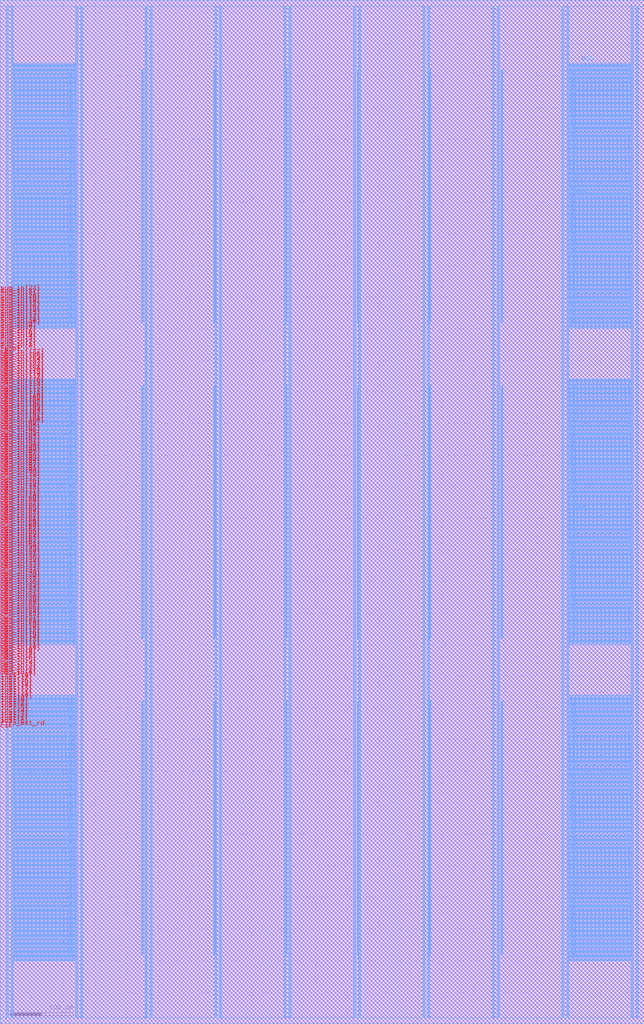
<source format=lef>
##
## LEF for PtnCells ;
## created by Innovus v15.23-s045_1 on Wed Mar 19 13:34:46 2025
##

VERSION 5.8 ;

BUSBITCHARS "[]" ;
DIVIDERCHAR "/" ;

MACRO core
  CLASS BLOCK ;
  SIZE 1020.0000 BY 1620.0000 ;
  FOREIGN core 0.0000 0.0000 ;
  ORIGIN 0 0 ;
  SYMMETRY X Y R90 ;
  PIN clk
    DIRECTION INPUT ;
    USE SIGNAL ;
    PORT
      LAYER M5 ;
        RECT 0.0000 463.7500 0.5200 463.8500 ;
    END
  END clk
  PIN sum_in[23]
    DIRECTION INPUT ;
    USE SIGNAL ;
    PORT
      LAYER M5 ;
        RECT 0.0000 1155.7500 0.5200 1155.8500 ;
    END
  END sum_in[23]
  PIN sum_in[22]
    DIRECTION INPUT ;
    USE SIGNAL ;
    PORT
      LAYER M5 ;
        RECT 0.0000 1151.7500 0.5200 1151.8500 ;
    END
  END sum_in[22]
  PIN sum_in[21]
    DIRECTION INPUT ;
    USE SIGNAL ;
    PORT
      LAYER M5 ;
        RECT 0.0000 1147.7500 0.5200 1147.8500 ;
    END
  END sum_in[21]
  PIN sum_in[20]
    DIRECTION INPUT ;
    USE SIGNAL ;
    PORT
      LAYER M5 ;
        RECT 0.0000 1143.7500 0.5200 1143.8500 ;
    END
  END sum_in[20]
  PIN sum_in[19]
    DIRECTION INPUT ;
    USE SIGNAL ;
    PORT
      LAYER M5 ;
        RECT 0.0000 1139.7500 0.5200 1139.8500 ;
    END
  END sum_in[19]
  PIN sum_in[18]
    DIRECTION INPUT ;
    USE SIGNAL ;
    PORT
      LAYER M5 ;
        RECT 0.0000 1135.7500 0.5200 1135.8500 ;
    END
  END sum_in[18]
  PIN sum_in[17]
    DIRECTION INPUT ;
    USE SIGNAL ;
    PORT
      LAYER M5 ;
        RECT 0.0000 1131.7500 0.5200 1131.8500 ;
    END
  END sum_in[17]
  PIN sum_in[16]
    DIRECTION INPUT ;
    USE SIGNAL ;
    PORT
      LAYER M5 ;
        RECT 0.0000 1127.7500 0.5200 1127.8500 ;
    END
  END sum_in[16]
  PIN sum_in[15]
    DIRECTION INPUT ;
    USE SIGNAL ;
    PORT
      LAYER M5 ;
        RECT 0.0000 1123.7500 0.5200 1123.8500 ;
    END
  END sum_in[15]
  PIN sum_in[14]
    DIRECTION INPUT ;
    USE SIGNAL ;
    PORT
      LAYER M5 ;
        RECT 0.0000 1119.7500 0.5200 1119.8500 ;
    END
  END sum_in[14]
  PIN sum_in[13]
    DIRECTION INPUT ;
    USE SIGNAL ;
    PORT
      LAYER M5 ;
        RECT 0.0000 1115.7500 0.5200 1115.8500 ;
    END
  END sum_in[13]
  PIN sum_in[12]
    DIRECTION INPUT ;
    USE SIGNAL ;
    PORT
      LAYER M5 ;
        RECT 0.0000 1111.7500 0.5200 1111.8500 ;
    END
  END sum_in[12]
  PIN sum_in[11]
    DIRECTION INPUT ;
    USE SIGNAL ;
    PORT
      LAYER M5 ;
        RECT 0.0000 1107.7500 0.5200 1107.8500 ;
    END
  END sum_in[11]
  PIN sum_in[10]
    DIRECTION INPUT ;
    USE SIGNAL ;
    PORT
      LAYER M5 ;
        RECT 0.0000 1103.7500 0.5200 1103.8500 ;
    END
  END sum_in[10]
  PIN sum_in[9]
    DIRECTION INPUT ;
    USE SIGNAL ;
    PORT
      LAYER M5 ;
        RECT 0.0000 1099.7500 0.5200 1099.8500 ;
    END
  END sum_in[9]
  PIN sum_in[8]
    DIRECTION INPUT ;
    USE SIGNAL ;
    PORT
      LAYER M5 ;
        RECT 0.0000 1095.7500 0.5200 1095.8500 ;
    END
  END sum_in[8]
  PIN sum_in[7]
    DIRECTION INPUT ;
    USE SIGNAL ;
    PORT
      LAYER M5 ;
        RECT 0.0000 1091.7500 0.5200 1091.8500 ;
    END
  END sum_in[7]
  PIN sum_in[6]
    DIRECTION INPUT ;
    USE SIGNAL ;
    PORT
      LAYER M5 ;
        RECT 0.0000 1087.7500 0.5200 1087.8500 ;
    END
  END sum_in[6]
  PIN sum_in[5]
    DIRECTION INPUT ;
    USE SIGNAL ;
    PORT
      LAYER M5 ;
        RECT 0.0000 1083.7500 0.5200 1083.8500 ;
    END
  END sum_in[5]
  PIN sum_in[4]
    DIRECTION INPUT ;
    USE SIGNAL ;
    PORT
      LAYER M5 ;
        RECT 0.0000 1079.7500 0.5200 1079.8500 ;
    END
  END sum_in[4]
  PIN sum_in[3]
    DIRECTION INPUT ;
    USE SIGNAL ;
    PORT
      LAYER M5 ;
        RECT 0.0000 1075.7500 0.5200 1075.8500 ;
    END
  END sum_in[3]
  PIN sum_in[2]
    DIRECTION INPUT ;
    USE SIGNAL ;
    PORT
      LAYER M5 ;
        RECT 0.0000 1071.7500 0.5200 1071.8500 ;
    END
  END sum_in[2]
  PIN sum_in[1]
    DIRECTION INPUT ;
    USE SIGNAL ;
    PORT
      LAYER M5 ;
        RECT 0.0000 1067.7500 0.5200 1067.8500 ;
    END
  END sum_in[1]
  PIN sum_in[0]
    DIRECTION INPUT ;
    USE SIGNAL ;
    PORT
      LAYER M5 ;
        RECT 0.0000 1063.7500 0.5200 1063.8500 ;
    END
  END sum_in[0]
  PIN sum_out[23]
    DIRECTION OUTPUT ;
    USE SIGNAL ;
    PORT
      LAYER M5 ;
        RECT 1019.4800 1084.1500 1020.0000 1084.2500 ;
    END
  END sum_out[23]
  PIN sum_out[22]
    DIRECTION OUTPUT ;
    USE SIGNAL ;
    PORT
      LAYER M5 ;
        RECT 1019.4800 1088.1500 1020.0000 1088.2500 ;
    END
  END sum_out[22]
  PIN sum_out[21]
    DIRECTION OUTPUT ;
    USE SIGNAL ;
    PORT
      LAYER M5 ;
        RECT 1019.4800 1092.1500 1020.0000 1092.2500 ;
    END
  END sum_out[21]
  PIN sum_out[20]
    DIRECTION OUTPUT ;
    USE SIGNAL ;
    PORT
      LAYER M5 ;
        RECT 1019.4800 1096.1500 1020.0000 1096.2500 ;
    END
  END sum_out[20]
  PIN sum_out[19]
    DIRECTION OUTPUT ;
    USE SIGNAL ;
    PORT
      LAYER M5 ;
        RECT 1019.4800 1100.1500 1020.0000 1100.2500 ;
    END
  END sum_out[19]
  PIN sum_out[18]
    DIRECTION OUTPUT ;
    USE SIGNAL ;
    PORT
      LAYER M5 ;
        RECT 1019.4800 1104.1500 1020.0000 1104.2500 ;
    END
  END sum_out[18]
  PIN sum_out[17]
    DIRECTION OUTPUT ;
    USE SIGNAL ;
    PORT
      LAYER M5 ;
        RECT 1019.4800 1108.1500 1020.0000 1108.2500 ;
    END
  END sum_out[17]
  PIN sum_out[16]
    DIRECTION OUTPUT ;
    USE SIGNAL ;
    PORT
      LAYER M5 ;
        RECT 1019.4800 1112.1500 1020.0000 1112.2500 ;
    END
  END sum_out[16]
  PIN sum_out[15]
    DIRECTION OUTPUT ;
    USE SIGNAL ;
    PORT
      LAYER M5 ;
        RECT 1019.4800 1116.1500 1020.0000 1116.2500 ;
    END
  END sum_out[15]
  PIN sum_out[14]
    DIRECTION OUTPUT ;
    USE SIGNAL ;
    PORT
      LAYER M5 ;
        RECT 1019.4800 1120.1500 1020.0000 1120.2500 ;
    END
  END sum_out[14]
  PIN sum_out[13]
    DIRECTION OUTPUT ;
    USE SIGNAL ;
    PORT
      LAYER M5 ;
        RECT 1019.4800 1124.1500 1020.0000 1124.2500 ;
    END
  END sum_out[13]
  PIN sum_out[12]
    DIRECTION OUTPUT ;
    USE SIGNAL ;
    PORT
      LAYER M5 ;
        RECT 1019.4800 1128.1500 1020.0000 1128.2500 ;
    END
  END sum_out[12]
  PIN sum_out[11]
    DIRECTION OUTPUT ;
    USE SIGNAL ;
    PORT
      LAYER M5 ;
        RECT 1019.4800 1132.1500 1020.0000 1132.2500 ;
    END
  END sum_out[11]
  PIN sum_out[10]
    DIRECTION OUTPUT ;
    USE SIGNAL ;
    PORT
      LAYER M5 ;
        RECT 1019.4800 1136.1500 1020.0000 1136.2500 ;
    END
  END sum_out[10]
  PIN sum_out[9]
    DIRECTION OUTPUT ;
    USE SIGNAL ;
    PORT
      LAYER M5 ;
        RECT 1019.4800 1140.1500 1020.0000 1140.2500 ;
    END
  END sum_out[9]
  PIN sum_out[8]
    DIRECTION OUTPUT ;
    USE SIGNAL ;
    PORT
      LAYER M5 ;
        RECT 1019.4800 1144.1500 1020.0000 1144.2500 ;
    END
  END sum_out[8]
  PIN sum_out[7]
    DIRECTION OUTPUT ;
    USE SIGNAL ;
    PORT
      LAYER M5 ;
        RECT 1019.4800 1148.1500 1020.0000 1148.2500 ;
    END
  END sum_out[7]
  PIN sum_out[6]
    DIRECTION OUTPUT ;
    USE SIGNAL ;
    PORT
      LAYER M5 ;
        RECT 1019.4800 1152.1500 1020.0000 1152.2500 ;
    END
  END sum_out[6]
  PIN sum_out[5]
    DIRECTION OUTPUT ;
    USE SIGNAL ;
    PORT
      LAYER M5 ;
        RECT 1019.4800 1156.1500 1020.0000 1156.2500 ;
    END
  END sum_out[5]
  PIN sum_out[4]
    DIRECTION OUTPUT ;
    USE SIGNAL ;
    PORT
      LAYER M5 ;
        RECT 1019.4800 1160.1500 1020.0000 1160.2500 ;
    END
  END sum_out[4]
  PIN sum_out[3]
    DIRECTION OUTPUT ;
    USE SIGNAL ;
    PORT
      LAYER M5 ;
        RECT 1019.4800 1164.1500 1020.0000 1164.2500 ;
    END
  END sum_out[3]
  PIN sum_out[2]
    DIRECTION OUTPUT ;
    USE SIGNAL ;
    PORT
      LAYER M5 ;
        RECT 1019.4800 1168.1500 1020.0000 1168.2500 ;
    END
  END sum_out[2]
  PIN sum_out[1]
    DIRECTION OUTPUT ;
    USE SIGNAL ;
    PORT
      LAYER M5 ;
        RECT 1019.4800 1172.1500 1020.0000 1172.2500 ;
    END
  END sum_out[1]
  PIN sum_out[0]
    DIRECTION OUTPUT ;
    USE SIGNAL ;
    PORT
      LAYER M5 ;
        RECT 1019.4800 1176.1500 1020.0000 1176.2500 ;
    END
  END sum_out[0]
  PIN mem_in[127]
    DIRECTION INPUT ;
    USE SIGNAL ;
    PORT
      LAYER M5 ;
        RECT 0.0000 1055.7500 0.5200 1055.8500 ;
    END
  END mem_in[127]
  PIN mem_in[126]
    DIRECTION INPUT ;
    USE SIGNAL ;
    PORT
      LAYER M5 ;
        RECT 0.0000 1051.7500 0.5200 1051.8500 ;
    END
  END mem_in[126]
  PIN mem_in[125]
    DIRECTION INPUT ;
    USE SIGNAL ;
    PORT
      LAYER M5 ;
        RECT 0.0000 1047.7500 0.5200 1047.8500 ;
    END
  END mem_in[125]
  PIN mem_in[124]
    DIRECTION INPUT ;
    USE SIGNAL ;
    PORT
      LAYER M5 ;
        RECT 0.0000 1043.7500 0.5200 1043.8500 ;
    END
  END mem_in[124]
  PIN mem_in[123]
    DIRECTION INPUT ;
    USE SIGNAL ;
    PORT
      LAYER M5 ;
        RECT 0.0000 1039.7500 0.5200 1039.8500 ;
    END
  END mem_in[123]
  PIN mem_in[122]
    DIRECTION INPUT ;
    USE SIGNAL ;
    PORT
      LAYER M5 ;
        RECT 0.0000 1035.7500 0.5200 1035.8500 ;
    END
  END mem_in[122]
  PIN mem_in[121]
    DIRECTION INPUT ;
    USE SIGNAL ;
    PORT
      LAYER M5 ;
        RECT 0.0000 1031.7500 0.5200 1031.8500 ;
    END
  END mem_in[121]
  PIN mem_in[120]
    DIRECTION INPUT ;
    USE SIGNAL ;
    PORT
      LAYER M5 ;
        RECT 0.0000 1027.7500 0.5200 1027.8500 ;
    END
  END mem_in[120]
  PIN mem_in[119]
    DIRECTION INPUT ;
    USE SIGNAL ;
    PORT
      LAYER M5 ;
        RECT 0.0000 1023.7500 0.5200 1023.8500 ;
    END
  END mem_in[119]
  PIN mem_in[118]
    DIRECTION INPUT ;
    USE SIGNAL ;
    PORT
      LAYER M5 ;
        RECT 0.0000 1019.7500 0.5200 1019.8500 ;
    END
  END mem_in[118]
  PIN mem_in[117]
    DIRECTION INPUT ;
    USE SIGNAL ;
    PORT
      LAYER M5 ;
        RECT 0.0000 1015.7500 0.5200 1015.8500 ;
    END
  END mem_in[117]
  PIN mem_in[116]
    DIRECTION INPUT ;
    USE SIGNAL ;
    PORT
      LAYER M5 ;
        RECT 0.0000 1011.7500 0.5200 1011.8500 ;
    END
  END mem_in[116]
  PIN mem_in[115]
    DIRECTION INPUT ;
    USE SIGNAL ;
    PORT
      LAYER M5 ;
        RECT 0.0000 1007.7500 0.5200 1007.8500 ;
    END
  END mem_in[115]
  PIN mem_in[114]
    DIRECTION INPUT ;
    USE SIGNAL ;
    PORT
      LAYER M5 ;
        RECT 0.0000 1003.7500 0.5200 1003.8500 ;
    END
  END mem_in[114]
  PIN mem_in[113]
    DIRECTION INPUT ;
    USE SIGNAL ;
    PORT
      LAYER M5 ;
        RECT 0.0000 999.7500 0.5200 999.8500 ;
    END
  END mem_in[113]
  PIN mem_in[112]
    DIRECTION INPUT ;
    USE SIGNAL ;
    PORT
      LAYER M5 ;
        RECT 0.0000 995.7500 0.5200 995.8500 ;
    END
  END mem_in[112]
  PIN mem_in[111]
    DIRECTION INPUT ;
    USE SIGNAL ;
    PORT
      LAYER M5 ;
        RECT 0.0000 991.7500 0.5200 991.8500 ;
    END
  END mem_in[111]
  PIN mem_in[110]
    DIRECTION INPUT ;
    USE SIGNAL ;
    PORT
      LAYER M5 ;
        RECT 0.0000 987.7500 0.5200 987.8500 ;
    END
  END mem_in[110]
  PIN mem_in[109]
    DIRECTION INPUT ;
    USE SIGNAL ;
    PORT
      LAYER M5 ;
        RECT 0.0000 983.7500 0.5200 983.8500 ;
    END
  END mem_in[109]
  PIN mem_in[108]
    DIRECTION INPUT ;
    USE SIGNAL ;
    PORT
      LAYER M5 ;
        RECT 0.0000 979.7500 0.5200 979.8500 ;
    END
  END mem_in[108]
  PIN mem_in[107]
    DIRECTION INPUT ;
    USE SIGNAL ;
    PORT
      LAYER M5 ;
        RECT 0.0000 975.7500 0.5200 975.8500 ;
    END
  END mem_in[107]
  PIN mem_in[106]
    DIRECTION INPUT ;
    USE SIGNAL ;
    PORT
      LAYER M5 ;
        RECT 0.0000 971.7500 0.5200 971.8500 ;
    END
  END mem_in[106]
  PIN mem_in[105]
    DIRECTION INPUT ;
    USE SIGNAL ;
    PORT
      LAYER M5 ;
        RECT 0.0000 967.7500 0.5200 967.8500 ;
    END
  END mem_in[105]
  PIN mem_in[104]
    DIRECTION INPUT ;
    USE SIGNAL ;
    PORT
      LAYER M5 ;
        RECT 0.0000 963.7500 0.5200 963.8500 ;
    END
  END mem_in[104]
  PIN mem_in[103]
    DIRECTION INPUT ;
    USE SIGNAL ;
    PORT
      LAYER M5 ;
        RECT 0.0000 959.7500 0.5200 959.8500 ;
    END
  END mem_in[103]
  PIN mem_in[102]
    DIRECTION INPUT ;
    USE SIGNAL ;
    PORT
      LAYER M5 ;
        RECT 0.0000 955.7500 0.5200 955.8500 ;
    END
  END mem_in[102]
  PIN mem_in[101]
    DIRECTION INPUT ;
    USE SIGNAL ;
    PORT
      LAYER M5 ;
        RECT 0.0000 951.7500 0.5200 951.8500 ;
    END
  END mem_in[101]
  PIN mem_in[100]
    DIRECTION INPUT ;
    USE SIGNAL ;
    PORT
      LAYER M5 ;
        RECT 0.0000 947.7500 0.5200 947.8500 ;
    END
  END mem_in[100]
  PIN mem_in[99]
    DIRECTION INPUT ;
    USE SIGNAL ;
    PORT
      LAYER M5 ;
        RECT 0.0000 943.7500 0.5200 943.8500 ;
    END
  END mem_in[99]
  PIN mem_in[98]
    DIRECTION INPUT ;
    USE SIGNAL ;
    PORT
      LAYER M5 ;
        RECT 0.0000 939.7500 0.5200 939.8500 ;
    END
  END mem_in[98]
  PIN mem_in[97]
    DIRECTION INPUT ;
    USE SIGNAL ;
    PORT
      LAYER M5 ;
        RECT 0.0000 935.7500 0.5200 935.8500 ;
    END
  END mem_in[97]
  PIN mem_in[96]
    DIRECTION INPUT ;
    USE SIGNAL ;
    PORT
      LAYER M5 ;
        RECT 0.0000 931.7500 0.5200 931.8500 ;
    END
  END mem_in[96]
  PIN mem_in[95]
    DIRECTION INPUT ;
    USE SIGNAL ;
    PORT
      LAYER M5 ;
        RECT 0.0000 927.7500 0.5200 927.8500 ;
    END
  END mem_in[95]
  PIN mem_in[94]
    DIRECTION INPUT ;
    USE SIGNAL ;
    PORT
      LAYER M5 ;
        RECT 0.0000 923.7500 0.5200 923.8500 ;
    END
  END mem_in[94]
  PIN mem_in[93]
    DIRECTION INPUT ;
    USE SIGNAL ;
    PORT
      LAYER M5 ;
        RECT 0.0000 919.7500 0.5200 919.8500 ;
    END
  END mem_in[93]
  PIN mem_in[92]
    DIRECTION INPUT ;
    USE SIGNAL ;
    PORT
      LAYER M5 ;
        RECT 0.0000 915.7500 0.5200 915.8500 ;
    END
  END mem_in[92]
  PIN mem_in[91]
    DIRECTION INPUT ;
    USE SIGNAL ;
    PORT
      LAYER M5 ;
        RECT 0.0000 911.7500 0.5200 911.8500 ;
    END
  END mem_in[91]
  PIN mem_in[90]
    DIRECTION INPUT ;
    USE SIGNAL ;
    PORT
      LAYER M5 ;
        RECT 0.0000 907.7500 0.5200 907.8500 ;
    END
  END mem_in[90]
  PIN mem_in[89]
    DIRECTION INPUT ;
    USE SIGNAL ;
    PORT
      LAYER M5 ;
        RECT 0.0000 903.7500 0.5200 903.8500 ;
    END
  END mem_in[89]
  PIN mem_in[88]
    DIRECTION INPUT ;
    USE SIGNAL ;
    PORT
      LAYER M5 ;
        RECT 0.0000 899.7500 0.5200 899.8500 ;
    END
  END mem_in[88]
  PIN mem_in[87]
    DIRECTION INPUT ;
    USE SIGNAL ;
    PORT
      LAYER M5 ;
        RECT 0.0000 895.7500 0.5200 895.8500 ;
    END
  END mem_in[87]
  PIN mem_in[86]
    DIRECTION INPUT ;
    USE SIGNAL ;
    PORT
      LAYER M5 ;
        RECT 0.0000 891.7500 0.5200 891.8500 ;
    END
  END mem_in[86]
  PIN mem_in[85]
    DIRECTION INPUT ;
    USE SIGNAL ;
    PORT
      LAYER M5 ;
        RECT 0.0000 887.7500 0.5200 887.8500 ;
    END
  END mem_in[85]
  PIN mem_in[84]
    DIRECTION INPUT ;
    USE SIGNAL ;
    PORT
      LAYER M5 ;
        RECT 0.0000 883.7500 0.5200 883.8500 ;
    END
  END mem_in[84]
  PIN mem_in[83]
    DIRECTION INPUT ;
    USE SIGNAL ;
    PORT
      LAYER M5 ;
        RECT 0.0000 879.7500 0.5200 879.8500 ;
    END
  END mem_in[83]
  PIN mem_in[82]
    DIRECTION INPUT ;
    USE SIGNAL ;
    PORT
      LAYER M5 ;
        RECT 0.0000 875.7500 0.5200 875.8500 ;
    END
  END mem_in[82]
  PIN mem_in[81]
    DIRECTION INPUT ;
    USE SIGNAL ;
    PORT
      LAYER M5 ;
        RECT 0.0000 871.7500 0.5200 871.8500 ;
    END
  END mem_in[81]
  PIN mem_in[80]
    DIRECTION INPUT ;
    USE SIGNAL ;
    PORT
      LAYER M5 ;
        RECT 0.0000 867.7500 0.5200 867.8500 ;
    END
  END mem_in[80]
  PIN mem_in[79]
    DIRECTION INPUT ;
    USE SIGNAL ;
    PORT
      LAYER M5 ;
        RECT 0.0000 863.7500 0.5200 863.8500 ;
    END
  END mem_in[79]
  PIN mem_in[78]
    DIRECTION INPUT ;
    USE SIGNAL ;
    PORT
      LAYER M5 ;
        RECT 0.0000 859.7500 0.5200 859.8500 ;
    END
  END mem_in[78]
  PIN mem_in[77]
    DIRECTION INPUT ;
    USE SIGNAL ;
    PORT
      LAYER M5 ;
        RECT 0.0000 855.7500 0.5200 855.8500 ;
    END
  END mem_in[77]
  PIN mem_in[76]
    DIRECTION INPUT ;
    USE SIGNAL ;
    PORT
      LAYER M5 ;
        RECT 0.0000 851.7500 0.5200 851.8500 ;
    END
  END mem_in[76]
  PIN mem_in[75]
    DIRECTION INPUT ;
    USE SIGNAL ;
    PORT
      LAYER M5 ;
        RECT 0.0000 847.7500 0.5200 847.8500 ;
    END
  END mem_in[75]
  PIN mem_in[74]
    DIRECTION INPUT ;
    USE SIGNAL ;
    PORT
      LAYER M5 ;
        RECT 0.0000 843.7500 0.5200 843.8500 ;
    END
  END mem_in[74]
  PIN mem_in[73]
    DIRECTION INPUT ;
    USE SIGNAL ;
    PORT
      LAYER M5 ;
        RECT 0.0000 839.7500 0.5200 839.8500 ;
    END
  END mem_in[73]
  PIN mem_in[72]
    DIRECTION INPUT ;
    USE SIGNAL ;
    PORT
      LAYER M5 ;
        RECT 0.0000 835.7500 0.5200 835.8500 ;
    END
  END mem_in[72]
  PIN mem_in[71]
    DIRECTION INPUT ;
    USE SIGNAL ;
    PORT
      LAYER M5 ;
        RECT 0.0000 831.7500 0.5200 831.8500 ;
    END
  END mem_in[71]
  PIN mem_in[70]
    DIRECTION INPUT ;
    USE SIGNAL ;
    PORT
      LAYER M5 ;
        RECT 0.0000 827.7500 0.5200 827.8500 ;
    END
  END mem_in[70]
  PIN mem_in[69]
    DIRECTION INPUT ;
    USE SIGNAL ;
    PORT
      LAYER M5 ;
        RECT 0.0000 823.7500 0.5200 823.8500 ;
    END
  END mem_in[69]
  PIN mem_in[68]
    DIRECTION INPUT ;
    USE SIGNAL ;
    PORT
      LAYER M5 ;
        RECT 0.0000 819.7500 0.5200 819.8500 ;
    END
  END mem_in[68]
  PIN mem_in[67]
    DIRECTION INPUT ;
    USE SIGNAL ;
    PORT
      LAYER M5 ;
        RECT 0.0000 815.7500 0.5200 815.8500 ;
    END
  END mem_in[67]
  PIN mem_in[66]
    DIRECTION INPUT ;
    USE SIGNAL ;
    PORT
      LAYER M5 ;
        RECT 0.0000 811.7500 0.5200 811.8500 ;
    END
  END mem_in[66]
  PIN mem_in[65]
    DIRECTION INPUT ;
    USE SIGNAL ;
    PORT
      LAYER M5 ;
        RECT 0.0000 807.7500 0.5200 807.8500 ;
    END
  END mem_in[65]
  PIN mem_in[64]
    DIRECTION INPUT ;
    USE SIGNAL ;
    PORT
      LAYER M5 ;
        RECT 0.0000 803.7500 0.5200 803.8500 ;
    END
  END mem_in[64]
  PIN mem_in[63]
    DIRECTION INPUT ;
    USE SIGNAL ;
    PORT
      LAYER M5 ;
        RECT 0.0000 799.7500 0.5200 799.8500 ;
    END
  END mem_in[63]
  PIN mem_in[62]
    DIRECTION INPUT ;
    USE SIGNAL ;
    PORT
      LAYER M5 ;
        RECT 0.0000 795.7500 0.5200 795.8500 ;
    END
  END mem_in[62]
  PIN mem_in[61]
    DIRECTION INPUT ;
    USE SIGNAL ;
    PORT
      LAYER M5 ;
        RECT 0.0000 791.7500 0.5200 791.8500 ;
    END
  END mem_in[61]
  PIN mem_in[60]
    DIRECTION INPUT ;
    USE SIGNAL ;
    PORT
      LAYER M5 ;
        RECT 0.0000 787.7500 0.5200 787.8500 ;
    END
  END mem_in[60]
  PIN mem_in[59]
    DIRECTION INPUT ;
    USE SIGNAL ;
    PORT
      LAYER M5 ;
        RECT 0.0000 783.7500 0.5200 783.8500 ;
    END
  END mem_in[59]
  PIN mem_in[58]
    DIRECTION INPUT ;
    USE SIGNAL ;
    PORT
      LAYER M5 ;
        RECT 0.0000 779.7500 0.5200 779.8500 ;
    END
  END mem_in[58]
  PIN mem_in[57]
    DIRECTION INPUT ;
    USE SIGNAL ;
    PORT
      LAYER M5 ;
        RECT 0.0000 775.7500 0.5200 775.8500 ;
    END
  END mem_in[57]
  PIN mem_in[56]
    DIRECTION INPUT ;
    USE SIGNAL ;
    PORT
      LAYER M5 ;
        RECT 0.0000 771.7500 0.5200 771.8500 ;
    END
  END mem_in[56]
  PIN mem_in[55]
    DIRECTION INPUT ;
    USE SIGNAL ;
    PORT
      LAYER M5 ;
        RECT 0.0000 767.7500 0.5200 767.8500 ;
    END
  END mem_in[55]
  PIN mem_in[54]
    DIRECTION INPUT ;
    USE SIGNAL ;
    PORT
      LAYER M5 ;
        RECT 0.0000 763.7500 0.5200 763.8500 ;
    END
  END mem_in[54]
  PIN mem_in[53]
    DIRECTION INPUT ;
    USE SIGNAL ;
    PORT
      LAYER M5 ;
        RECT 0.0000 759.7500 0.5200 759.8500 ;
    END
  END mem_in[53]
  PIN mem_in[52]
    DIRECTION INPUT ;
    USE SIGNAL ;
    PORT
      LAYER M5 ;
        RECT 0.0000 755.7500 0.5200 755.8500 ;
    END
  END mem_in[52]
  PIN mem_in[51]
    DIRECTION INPUT ;
    USE SIGNAL ;
    PORT
      LAYER M5 ;
        RECT 0.0000 751.7500 0.5200 751.8500 ;
    END
  END mem_in[51]
  PIN mem_in[50]
    DIRECTION INPUT ;
    USE SIGNAL ;
    PORT
      LAYER M5 ;
        RECT 0.0000 747.7500 0.5200 747.8500 ;
    END
  END mem_in[50]
  PIN mem_in[49]
    DIRECTION INPUT ;
    USE SIGNAL ;
    PORT
      LAYER M5 ;
        RECT 0.0000 743.7500 0.5200 743.8500 ;
    END
  END mem_in[49]
  PIN mem_in[48]
    DIRECTION INPUT ;
    USE SIGNAL ;
    PORT
      LAYER M5 ;
        RECT 0.0000 739.7500 0.5200 739.8500 ;
    END
  END mem_in[48]
  PIN mem_in[47]
    DIRECTION INPUT ;
    USE SIGNAL ;
    PORT
      LAYER M5 ;
        RECT 0.0000 735.7500 0.5200 735.8500 ;
    END
  END mem_in[47]
  PIN mem_in[46]
    DIRECTION INPUT ;
    USE SIGNAL ;
    PORT
      LAYER M5 ;
        RECT 0.0000 731.7500 0.5200 731.8500 ;
    END
  END mem_in[46]
  PIN mem_in[45]
    DIRECTION INPUT ;
    USE SIGNAL ;
    PORT
      LAYER M5 ;
        RECT 0.0000 727.7500 0.5200 727.8500 ;
    END
  END mem_in[45]
  PIN mem_in[44]
    DIRECTION INPUT ;
    USE SIGNAL ;
    PORT
      LAYER M5 ;
        RECT 0.0000 723.7500 0.5200 723.8500 ;
    END
  END mem_in[44]
  PIN mem_in[43]
    DIRECTION INPUT ;
    USE SIGNAL ;
    PORT
      LAYER M5 ;
        RECT 0.0000 719.7500 0.5200 719.8500 ;
    END
  END mem_in[43]
  PIN mem_in[42]
    DIRECTION INPUT ;
    USE SIGNAL ;
    PORT
      LAYER M5 ;
        RECT 0.0000 715.7500 0.5200 715.8500 ;
    END
  END mem_in[42]
  PIN mem_in[41]
    DIRECTION INPUT ;
    USE SIGNAL ;
    PORT
      LAYER M5 ;
        RECT 0.0000 711.7500 0.5200 711.8500 ;
    END
  END mem_in[41]
  PIN mem_in[40]
    DIRECTION INPUT ;
    USE SIGNAL ;
    PORT
      LAYER M5 ;
        RECT 0.0000 707.7500 0.5200 707.8500 ;
    END
  END mem_in[40]
  PIN mem_in[39]
    DIRECTION INPUT ;
    USE SIGNAL ;
    PORT
      LAYER M5 ;
        RECT 0.0000 703.7500 0.5200 703.8500 ;
    END
  END mem_in[39]
  PIN mem_in[38]
    DIRECTION INPUT ;
    USE SIGNAL ;
    PORT
      LAYER M5 ;
        RECT 0.0000 699.7500 0.5200 699.8500 ;
    END
  END mem_in[38]
  PIN mem_in[37]
    DIRECTION INPUT ;
    USE SIGNAL ;
    PORT
      LAYER M5 ;
        RECT 0.0000 695.7500 0.5200 695.8500 ;
    END
  END mem_in[37]
  PIN mem_in[36]
    DIRECTION INPUT ;
    USE SIGNAL ;
    PORT
      LAYER M5 ;
        RECT 0.0000 691.7500 0.5200 691.8500 ;
    END
  END mem_in[36]
  PIN mem_in[35]
    DIRECTION INPUT ;
    USE SIGNAL ;
    PORT
      LAYER M5 ;
        RECT 0.0000 687.7500 0.5200 687.8500 ;
    END
  END mem_in[35]
  PIN mem_in[34]
    DIRECTION INPUT ;
    USE SIGNAL ;
    PORT
      LAYER M5 ;
        RECT 0.0000 683.7500 0.5200 683.8500 ;
    END
  END mem_in[34]
  PIN mem_in[33]
    DIRECTION INPUT ;
    USE SIGNAL ;
    PORT
      LAYER M5 ;
        RECT 0.0000 679.7500 0.5200 679.8500 ;
    END
  END mem_in[33]
  PIN mem_in[32]
    DIRECTION INPUT ;
    USE SIGNAL ;
    PORT
      LAYER M5 ;
        RECT 0.0000 675.7500 0.5200 675.8500 ;
    END
  END mem_in[32]
  PIN mem_in[31]
    DIRECTION INPUT ;
    USE SIGNAL ;
    PORT
      LAYER M5 ;
        RECT 0.0000 671.7500 0.5200 671.8500 ;
    END
  END mem_in[31]
  PIN mem_in[30]
    DIRECTION INPUT ;
    USE SIGNAL ;
    PORT
      LAYER M5 ;
        RECT 0.0000 667.7500 0.5200 667.8500 ;
    END
  END mem_in[30]
  PIN mem_in[29]
    DIRECTION INPUT ;
    USE SIGNAL ;
    PORT
      LAYER M5 ;
        RECT 0.0000 663.7500 0.5200 663.8500 ;
    END
  END mem_in[29]
  PIN mem_in[28]
    DIRECTION INPUT ;
    USE SIGNAL ;
    PORT
      LAYER M5 ;
        RECT 0.0000 659.7500 0.5200 659.8500 ;
    END
  END mem_in[28]
  PIN mem_in[27]
    DIRECTION INPUT ;
    USE SIGNAL ;
    PORT
      LAYER M5 ;
        RECT 0.0000 655.7500 0.5200 655.8500 ;
    END
  END mem_in[27]
  PIN mem_in[26]
    DIRECTION INPUT ;
    USE SIGNAL ;
    PORT
      LAYER M5 ;
        RECT 0.0000 651.7500 0.5200 651.8500 ;
    END
  END mem_in[26]
  PIN mem_in[25]
    DIRECTION INPUT ;
    USE SIGNAL ;
    PORT
      LAYER M5 ;
        RECT 0.0000 647.7500 0.5200 647.8500 ;
    END
  END mem_in[25]
  PIN mem_in[24]
    DIRECTION INPUT ;
    USE SIGNAL ;
    PORT
      LAYER M5 ;
        RECT 0.0000 643.7500 0.5200 643.8500 ;
    END
  END mem_in[24]
  PIN mem_in[23]
    DIRECTION INPUT ;
    USE SIGNAL ;
    PORT
      LAYER M5 ;
        RECT 0.0000 639.7500 0.5200 639.8500 ;
    END
  END mem_in[23]
  PIN mem_in[22]
    DIRECTION INPUT ;
    USE SIGNAL ;
    PORT
      LAYER M5 ;
        RECT 0.0000 635.7500 0.5200 635.8500 ;
    END
  END mem_in[22]
  PIN mem_in[21]
    DIRECTION INPUT ;
    USE SIGNAL ;
    PORT
      LAYER M5 ;
        RECT 0.0000 631.7500 0.5200 631.8500 ;
    END
  END mem_in[21]
  PIN mem_in[20]
    DIRECTION INPUT ;
    USE SIGNAL ;
    PORT
      LAYER M5 ;
        RECT 0.0000 627.7500 0.5200 627.8500 ;
    END
  END mem_in[20]
  PIN mem_in[19]
    DIRECTION INPUT ;
    USE SIGNAL ;
    PORT
      LAYER M5 ;
        RECT 0.0000 623.7500 0.5200 623.8500 ;
    END
  END mem_in[19]
  PIN mem_in[18]
    DIRECTION INPUT ;
    USE SIGNAL ;
    PORT
      LAYER M5 ;
        RECT 0.0000 619.7500 0.5200 619.8500 ;
    END
  END mem_in[18]
  PIN mem_in[17]
    DIRECTION INPUT ;
    USE SIGNAL ;
    PORT
      LAYER M5 ;
        RECT 0.0000 615.7500 0.5200 615.8500 ;
    END
  END mem_in[17]
  PIN mem_in[16]
    DIRECTION INPUT ;
    USE SIGNAL ;
    PORT
      LAYER M5 ;
        RECT 0.0000 611.7500 0.5200 611.8500 ;
    END
  END mem_in[16]
  PIN mem_in[15]
    DIRECTION INPUT ;
    USE SIGNAL ;
    PORT
      LAYER M5 ;
        RECT 0.0000 607.7500 0.5200 607.8500 ;
    END
  END mem_in[15]
  PIN mem_in[14]
    DIRECTION INPUT ;
    USE SIGNAL ;
    PORT
      LAYER M5 ;
        RECT 0.0000 603.7500 0.5200 603.8500 ;
    END
  END mem_in[14]
  PIN mem_in[13]
    DIRECTION INPUT ;
    USE SIGNAL ;
    PORT
      LAYER M5 ;
        RECT 0.0000 599.7500 0.5200 599.8500 ;
    END
  END mem_in[13]
  PIN mem_in[12]
    DIRECTION INPUT ;
    USE SIGNAL ;
    PORT
      LAYER M5 ;
        RECT 0.0000 595.7500 0.5200 595.8500 ;
    END
  END mem_in[12]
  PIN mem_in[11]
    DIRECTION INPUT ;
    USE SIGNAL ;
    PORT
      LAYER M5 ;
        RECT 0.0000 591.7500 0.5200 591.8500 ;
    END
  END mem_in[11]
  PIN mem_in[10]
    DIRECTION INPUT ;
    USE SIGNAL ;
    PORT
      LAYER M5 ;
        RECT 0.0000 587.7500 0.5200 587.8500 ;
    END
  END mem_in[10]
  PIN mem_in[9]
    DIRECTION INPUT ;
    USE SIGNAL ;
    PORT
      LAYER M5 ;
        RECT 0.0000 583.7500 0.5200 583.8500 ;
    END
  END mem_in[9]
  PIN mem_in[8]
    DIRECTION INPUT ;
    USE SIGNAL ;
    PORT
      LAYER M5 ;
        RECT 0.0000 579.7500 0.5200 579.8500 ;
    END
  END mem_in[8]
  PIN mem_in[7]
    DIRECTION INPUT ;
    USE SIGNAL ;
    PORT
      LAYER M5 ;
        RECT 0.0000 575.7500 0.5200 575.8500 ;
    END
  END mem_in[7]
  PIN mem_in[6]
    DIRECTION INPUT ;
    USE SIGNAL ;
    PORT
      LAYER M5 ;
        RECT 0.0000 571.7500 0.5200 571.8500 ;
    END
  END mem_in[6]
  PIN mem_in[5]
    DIRECTION INPUT ;
    USE SIGNAL ;
    PORT
      LAYER M5 ;
        RECT 0.0000 567.7500 0.5200 567.8500 ;
    END
  END mem_in[5]
  PIN mem_in[4]
    DIRECTION INPUT ;
    USE SIGNAL ;
    PORT
      LAYER M5 ;
        RECT 0.0000 563.7500 0.5200 563.8500 ;
    END
  END mem_in[4]
  PIN mem_in[3]
    DIRECTION INPUT ;
    USE SIGNAL ;
    PORT
      LAYER M5 ;
        RECT 0.0000 559.7500 0.5200 559.8500 ;
    END
  END mem_in[3]
  PIN mem_in[2]
    DIRECTION INPUT ;
    USE SIGNAL ;
    PORT
      LAYER M5 ;
        RECT 0.0000 555.7500 0.5200 555.8500 ;
    END
  END mem_in[2]
  PIN mem_in[1]
    DIRECTION INPUT ;
    USE SIGNAL ;
    PORT
      LAYER M5 ;
        RECT 0.0000 551.7500 0.5200 551.8500 ;
    END
  END mem_in[1]
  PIN mem_in[0]
    DIRECTION INPUT ;
    USE SIGNAL ;
    PORT
      LAYER M5 ;
        RECT 0.0000 547.7500 0.5200 547.8500 ;
    END
  END mem_in[0]
  PIN out[159]
    DIRECTION OUTPUT ;
    USE SIGNAL ;
    PORT
      LAYER M5 ;
        RECT 1019.4800 444.1500 1020.0000 444.2500 ;
    END
  END out[159]
  PIN out[158]
    DIRECTION OUTPUT ;
    USE SIGNAL ;
    PORT
      LAYER M5 ;
        RECT 1019.4800 448.1500 1020.0000 448.2500 ;
    END
  END out[158]
  PIN out[157]
    DIRECTION OUTPUT ;
    USE SIGNAL ;
    PORT
      LAYER M5 ;
        RECT 1019.4800 452.1500 1020.0000 452.2500 ;
    END
  END out[157]
  PIN out[156]
    DIRECTION OUTPUT ;
    USE SIGNAL ;
    PORT
      LAYER M5 ;
        RECT 1019.4800 456.1500 1020.0000 456.2500 ;
    END
  END out[156]
  PIN out[155]
    DIRECTION OUTPUT ;
    USE SIGNAL ;
    PORT
      LAYER M5 ;
        RECT 1019.4800 460.1500 1020.0000 460.2500 ;
    END
  END out[155]
  PIN out[154]
    DIRECTION OUTPUT ;
    USE SIGNAL ;
    PORT
      LAYER M5 ;
        RECT 1019.4800 464.1500 1020.0000 464.2500 ;
    END
  END out[154]
  PIN out[153]
    DIRECTION OUTPUT ;
    USE SIGNAL ;
    PORT
      LAYER M5 ;
        RECT 1019.4800 468.1500 1020.0000 468.2500 ;
    END
  END out[153]
  PIN out[152]
    DIRECTION OUTPUT ;
    USE SIGNAL ;
    PORT
      LAYER M5 ;
        RECT 1019.4800 472.1500 1020.0000 472.2500 ;
    END
  END out[152]
  PIN out[151]
    DIRECTION OUTPUT ;
    USE SIGNAL ;
    PORT
      LAYER M5 ;
        RECT 1019.4800 476.1500 1020.0000 476.2500 ;
    END
  END out[151]
  PIN out[150]
    DIRECTION OUTPUT ;
    USE SIGNAL ;
    PORT
      LAYER M5 ;
        RECT 1019.4800 480.1500 1020.0000 480.2500 ;
    END
  END out[150]
  PIN out[149]
    DIRECTION OUTPUT ;
    USE SIGNAL ;
    PORT
      LAYER M5 ;
        RECT 1019.4800 484.1500 1020.0000 484.2500 ;
    END
  END out[149]
  PIN out[148]
    DIRECTION OUTPUT ;
    USE SIGNAL ;
    PORT
      LAYER M5 ;
        RECT 1019.4800 488.1500 1020.0000 488.2500 ;
    END
  END out[148]
  PIN out[147]
    DIRECTION OUTPUT ;
    USE SIGNAL ;
    PORT
      LAYER M5 ;
        RECT 1019.4800 492.1500 1020.0000 492.2500 ;
    END
  END out[147]
  PIN out[146]
    DIRECTION OUTPUT ;
    USE SIGNAL ;
    PORT
      LAYER M5 ;
        RECT 1019.4800 496.1500 1020.0000 496.2500 ;
    END
  END out[146]
  PIN out[145]
    DIRECTION OUTPUT ;
    USE SIGNAL ;
    PORT
      LAYER M5 ;
        RECT 1019.4800 500.1500 1020.0000 500.2500 ;
    END
  END out[145]
  PIN out[144]
    DIRECTION OUTPUT ;
    USE SIGNAL ;
    PORT
      LAYER M5 ;
        RECT 1019.4800 504.1500 1020.0000 504.2500 ;
    END
  END out[144]
  PIN out[143]
    DIRECTION OUTPUT ;
    USE SIGNAL ;
    PORT
      LAYER M5 ;
        RECT 1019.4800 508.1500 1020.0000 508.2500 ;
    END
  END out[143]
  PIN out[142]
    DIRECTION OUTPUT ;
    USE SIGNAL ;
    PORT
      LAYER M5 ;
        RECT 1019.4800 512.1500 1020.0000 512.2500 ;
    END
  END out[142]
  PIN out[141]
    DIRECTION OUTPUT ;
    USE SIGNAL ;
    PORT
      LAYER M5 ;
        RECT 1019.4800 516.1500 1020.0000 516.2500 ;
    END
  END out[141]
  PIN out[140]
    DIRECTION OUTPUT ;
    USE SIGNAL ;
    PORT
      LAYER M5 ;
        RECT 1019.4800 520.1500 1020.0000 520.2500 ;
    END
  END out[140]
  PIN out[139]
    DIRECTION OUTPUT ;
    USE SIGNAL ;
    PORT
      LAYER M5 ;
        RECT 1019.4800 524.1500 1020.0000 524.2500 ;
    END
  END out[139]
  PIN out[138]
    DIRECTION OUTPUT ;
    USE SIGNAL ;
    PORT
      LAYER M5 ;
        RECT 1019.4800 528.1500 1020.0000 528.2500 ;
    END
  END out[138]
  PIN out[137]
    DIRECTION OUTPUT ;
    USE SIGNAL ;
    PORT
      LAYER M5 ;
        RECT 1019.4800 532.1500 1020.0000 532.2500 ;
    END
  END out[137]
  PIN out[136]
    DIRECTION OUTPUT ;
    USE SIGNAL ;
    PORT
      LAYER M5 ;
        RECT 1019.4800 536.1500 1020.0000 536.2500 ;
    END
  END out[136]
  PIN out[135]
    DIRECTION OUTPUT ;
    USE SIGNAL ;
    PORT
      LAYER M5 ;
        RECT 1019.4800 540.1500 1020.0000 540.2500 ;
    END
  END out[135]
  PIN out[134]
    DIRECTION OUTPUT ;
    USE SIGNAL ;
    PORT
      LAYER M5 ;
        RECT 1019.4800 544.1500 1020.0000 544.2500 ;
    END
  END out[134]
  PIN out[133]
    DIRECTION OUTPUT ;
    USE SIGNAL ;
    PORT
      LAYER M5 ;
        RECT 1019.4800 548.1500 1020.0000 548.2500 ;
    END
  END out[133]
  PIN out[132]
    DIRECTION OUTPUT ;
    USE SIGNAL ;
    PORT
      LAYER M5 ;
        RECT 1019.4800 552.1500 1020.0000 552.2500 ;
    END
  END out[132]
  PIN out[131]
    DIRECTION OUTPUT ;
    USE SIGNAL ;
    PORT
      LAYER M5 ;
        RECT 1019.4800 556.1500 1020.0000 556.2500 ;
    END
  END out[131]
  PIN out[130]
    DIRECTION OUTPUT ;
    USE SIGNAL ;
    PORT
      LAYER M5 ;
        RECT 1019.4800 560.1500 1020.0000 560.2500 ;
    END
  END out[130]
  PIN out[129]
    DIRECTION OUTPUT ;
    USE SIGNAL ;
    PORT
      LAYER M5 ;
        RECT 1019.4800 564.1500 1020.0000 564.2500 ;
    END
  END out[129]
  PIN out[128]
    DIRECTION OUTPUT ;
    USE SIGNAL ;
    PORT
      LAYER M5 ;
        RECT 1019.4800 568.1500 1020.0000 568.2500 ;
    END
  END out[128]
  PIN out[127]
    DIRECTION OUTPUT ;
    USE SIGNAL ;
    PORT
      LAYER M5 ;
        RECT 1019.4800 572.1500 1020.0000 572.2500 ;
    END
  END out[127]
  PIN out[126]
    DIRECTION OUTPUT ;
    USE SIGNAL ;
    PORT
      LAYER M5 ;
        RECT 1019.4800 576.1500 1020.0000 576.2500 ;
    END
  END out[126]
  PIN out[125]
    DIRECTION OUTPUT ;
    USE SIGNAL ;
    PORT
      LAYER M5 ;
        RECT 1019.4800 580.1500 1020.0000 580.2500 ;
    END
  END out[125]
  PIN out[124]
    DIRECTION OUTPUT ;
    USE SIGNAL ;
    PORT
      LAYER M5 ;
        RECT 1019.4800 584.1500 1020.0000 584.2500 ;
    END
  END out[124]
  PIN out[123]
    DIRECTION OUTPUT ;
    USE SIGNAL ;
    PORT
      LAYER M5 ;
        RECT 1019.4800 588.1500 1020.0000 588.2500 ;
    END
  END out[123]
  PIN out[122]
    DIRECTION OUTPUT ;
    USE SIGNAL ;
    PORT
      LAYER M5 ;
        RECT 1019.4800 592.1500 1020.0000 592.2500 ;
    END
  END out[122]
  PIN out[121]
    DIRECTION OUTPUT ;
    USE SIGNAL ;
    PORT
      LAYER M5 ;
        RECT 1019.4800 596.1500 1020.0000 596.2500 ;
    END
  END out[121]
  PIN out[120]
    DIRECTION OUTPUT ;
    USE SIGNAL ;
    PORT
      LAYER M5 ;
        RECT 1019.4800 600.1500 1020.0000 600.2500 ;
    END
  END out[120]
  PIN out[119]
    DIRECTION OUTPUT ;
    USE SIGNAL ;
    PORT
      LAYER M5 ;
        RECT 1019.4800 604.1500 1020.0000 604.2500 ;
    END
  END out[119]
  PIN out[118]
    DIRECTION OUTPUT ;
    USE SIGNAL ;
    PORT
      LAYER M5 ;
        RECT 1019.4800 608.1500 1020.0000 608.2500 ;
    END
  END out[118]
  PIN out[117]
    DIRECTION OUTPUT ;
    USE SIGNAL ;
    PORT
      LAYER M5 ;
        RECT 1019.4800 612.1500 1020.0000 612.2500 ;
    END
  END out[117]
  PIN out[116]
    DIRECTION OUTPUT ;
    USE SIGNAL ;
    PORT
      LAYER M5 ;
        RECT 1019.4800 616.1500 1020.0000 616.2500 ;
    END
  END out[116]
  PIN out[115]
    DIRECTION OUTPUT ;
    USE SIGNAL ;
    PORT
      LAYER M5 ;
        RECT 1019.4800 620.1500 1020.0000 620.2500 ;
    END
  END out[115]
  PIN out[114]
    DIRECTION OUTPUT ;
    USE SIGNAL ;
    PORT
      LAYER M5 ;
        RECT 1019.4800 624.1500 1020.0000 624.2500 ;
    END
  END out[114]
  PIN out[113]
    DIRECTION OUTPUT ;
    USE SIGNAL ;
    PORT
      LAYER M5 ;
        RECT 1019.4800 628.1500 1020.0000 628.2500 ;
    END
  END out[113]
  PIN out[112]
    DIRECTION OUTPUT ;
    USE SIGNAL ;
    PORT
      LAYER M5 ;
        RECT 1019.4800 632.1500 1020.0000 632.2500 ;
    END
  END out[112]
  PIN out[111]
    DIRECTION OUTPUT ;
    USE SIGNAL ;
    PORT
      LAYER M5 ;
        RECT 1019.4800 636.1500 1020.0000 636.2500 ;
    END
  END out[111]
  PIN out[110]
    DIRECTION OUTPUT ;
    USE SIGNAL ;
    PORT
      LAYER M5 ;
        RECT 1019.4800 640.1500 1020.0000 640.2500 ;
    END
  END out[110]
  PIN out[109]
    DIRECTION OUTPUT ;
    USE SIGNAL ;
    PORT
      LAYER M5 ;
        RECT 1019.4800 644.1500 1020.0000 644.2500 ;
    END
  END out[109]
  PIN out[108]
    DIRECTION OUTPUT ;
    USE SIGNAL ;
    PORT
      LAYER M5 ;
        RECT 1019.4800 648.1500 1020.0000 648.2500 ;
    END
  END out[108]
  PIN out[107]
    DIRECTION OUTPUT ;
    USE SIGNAL ;
    PORT
      LAYER M5 ;
        RECT 1019.4800 652.1500 1020.0000 652.2500 ;
    END
  END out[107]
  PIN out[106]
    DIRECTION OUTPUT ;
    USE SIGNAL ;
    PORT
      LAYER M5 ;
        RECT 1019.4800 656.1500 1020.0000 656.2500 ;
    END
  END out[106]
  PIN out[105]
    DIRECTION OUTPUT ;
    USE SIGNAL ;
    PORT
      LAYER M5 ;
        RECT 1019.4800 660.1500 1020.0000 660.2500 ;
    END
  END out[105]
  PIN out[104]
    DIRECTION OUTPUT ;
    USE SIGNAL ;
    PORT
      LAYER M5 ;
        RECT 1019.4800 664.1500 1020.0000 664.2500 ;
    END
  END out[104]
  PIN out[103]
    DIRECTION OUTPUT ;
    USE SIGNAL ;
    PORT
      LAYER M5 ;
        RECT 1019.4800 668.1500 1020.0000 668.2500 ;
    END
  END out[103]
  PIN out[102]
    DIRECTION OUTPUT ;
    USE SIGNAL ;
    PORT
      LAYER M5 ;
        RECT 1019.4800 672.1500 1020.0000 672.2500 ;
    END
  END out[102]
  PIN out[101]
    DIRECTION OUTPUT ;
    USE SIGNAL ;
    PORT
      LAYER M5 ;
        RECT 1019.4800 676.1500 1020.0000 676.2500 ;
    END
  END out[101]
  PIN out[100]
    DIRECTION OUTPUT ;
    USE SIGNAL ;
    PORT
      LAYER M5 ;
        RECT 1019.4800 680.1500 1020.0000 680.2500 ;
    END
  END out[100]
  PIN out[99]
    DIRECTION OUTPUT ;
    USE SIGNAL ;
    PORT
      LAYER M5 ;
        RECT 1019.4800 684.1500 1020.0000 684.2500 ;
    END
  END out[99]
  PIN out[98]
    DIRECTION OUTPUT ;
    USE SIGNAL ;
    PORT
      LAYER M5 ;
        RECT 1019.4800 688.1500 1020.0000 688.2500 ;
    END
  END out[98]
  PIN out[97]
    DIRECTION OUTPUT ;
    USE SIGNAL ;
    PORT
      LAYER M5 ;
        RECT 1019.4800 692.1500 1020.0000 692.2500 ;
    END
  END out[97]
  PIN out[96]
    DIRECTION OUTPUT ;
    USE SIGNAL ;
    PORT
      LAYER M5 ;
        RECT 1019.4800 696.1500 1020.0000 696.2500 ;
    END
  END out[96]
  PIN out[95]
    DIRECTION OUTPUT ;
    USE SIGNAL ;
    PORT
      LAYER M5 ;
        RECT 1019.4800 700.1500 1020.0000 700.2500 ;
    END
  END out[95]
  PIN out[94]
    DIRECTION OUTPUT ;
    USE SIGNAL ;
    PORT
      LAYER M5 ;
        RECT 1019.4800 704.1500 1020.0000 704.2500 ;
    END
  END out[94]
  PIN out[93]
    DIRECTION OUTPUT ;
    USE SIGNAL ;
    PORT
      LAYER M5 ;
        RECT 1019.4800 708.1500 1020.0000 708.2500 ;
    END
  END out[93]
  PIN out[92]
    DIRECTION OUTPUT ;
    USE SIGNAL ;
    PORT
      LAYER M5 ;
        RECT 1019.4800 712.1500 1020.0000 712.2500 ;
    END
  END out[92]
  PIN out[91]
    DIRECTION OUTPUT ;
    USE SIGNAL ;
    PORT
      LAYER M5 ;
        RECT 1019.4800 716.1500 1020.0000 716.2500 ;
    END
  END out[91]
  PIN out[90]
    DIRECTION OUTPUT ;
    USE SIGNAL ;
    PORT
      LAYER M5 ;
        RECT 1019.4800 720.1500 1020.0000 720.2500 ;
    END
  END out[90]
  PIN out[89]
    DIRECTION OUTPUT ;
    USE SIGNAL ;
    PORT
      LAYER M5 ;
        RECT 1019.4800 724.1500 1020.0000 724.2500 ;
    END
  END out[89]
  PIN out[88]
    DIRECTION OUTPUT ;
    USE SIGNAL ;
    PORT
      LAYER M5 ;
        RECT 1019.4800 728.1500 1020.0000 728.2500 ;
    END
  END out[88]
  PIN out[87]
    DIRECTION OUTPUT ;
    USE SIGNAL ;
    PORT
      LAYER M5 ;
        RECT 1019.4800 732.1500 1020.0000 732.2500 ;
    END
  END out[87]
  PIN out[86]
    DIRECTION OUTPUT ;
    USE SIGNAL ;
    PORT
      LAYER M5 ;
        RECT 1019.4800 736.1500 1020.0000 736.2500 ;
    END
  END out[86]
  PIN out[85]
    DIRECTION OUTPUT ;
    USE SIGNAL ;
    PORT
      LAYER M5 ;
        RECT 1019.4800 740.1500 1020.0000 740.2500 ;
    END
  END out[85]
  PIN out[84]
    DIRECTION OUTPUT ;
    USE SIGNAL ;
    PORT
      LAYER M5 ;
        RECT 1019.4800 744.1500 1020.0000 744.2500 ;
    END
  END out[84]
  PIN out[83]
    DIRECTION OUTPUT ;
    USE SIGNAL ;
    PORT
      LAYER M5 ;
        RECT 1019.4800 748.1500 1020.0000 748.2500 ;
    END
  END out[83]
  PIN out[82]
    DIRECTION OUTPUT ;
    USE SIGNAL ;
    PORT
      LAYER M5 ;
        RECT 1019.4800 752.1500 1020.0000 752.2500 ;
    END
  END out[82]
  PIN out[81]
    DIRECTION OUTPUT ;
    USE SIGNAL ;
    PORT
      LAYER M5 ;
        RECT 1019.4800 756.1500 1020.0000 756.2500 ;
    END
  END out[81]
  PIN out[80]
    DIRECTION OUTPUT ;
    USE SIGNAL ;
    PORT
      LAYER M5 ;
        RECT 1019.4800 760.1500 1020.0000 760.2500 ;
    END
  END out[80]
  PIN out[79]
    DIRECTION OUTPUT ;
    USE SIGNAL ;
    PORT
      LAYER M5 ;
        RECT 1019.4800 764.1500 1020.0000 764.2500 ;
    END
  END out[79]
  PIN out[78]
    DIRECTION OUTPUT ;
    USE SIGNAL ;
    PORT
      LAYER M5 ;
        RECT 1019.4800 768.1500 1020.0000 768.2500 ;
    END
  END out[78]
  PIN out[77]
    DIRECTION OUTPUT ;
    USE SIGNAL ;
    PORT
      LAYER M5 ;
        RECT 1019.4800 772.1500 1020.0000 772.2500 ;
    END
  END out[77]
  PIN out[76]
    DIRECTION OUTPUT ;
    USE SIGNAL ;
    PORT
      LAYER M5 ;
        RECT 1019.4800 776.1500 1020.0000 776.2500 ;
    END
  END out[76]
  PIN out[75]
    DIRECTION OUTPUT ;
    USE SIGNAL ;
    PORT
      LAYER M5 ;
        RECT 1019.4800 780.1500 1020.0000 780.2500 ;
    END
  END out[75]
  PIN out[74]
    DIRECTION OUTPUT ;
    USE SIGNAL ;
    PORT
      LAYER M5 ;
        RECT 1019.4800 784.1500 1020.0000 784.2500 ;
    END
  END out[74]
  PIN out[73]
    DIRECTION OUTPUT ;
    USE SIGNAL ;
    PORT
      LAYER M5 ;
        RECT 1019.4800 788.1500 1020.0000 788.2500 ;
    END
  END out[73]
  PIN out[72]
    DIRECTION OUTPUT ;
    USE SIGNAL ;
    PORT
      LAYER M5 ;
        RECT 1019.4800 792.1500 1020.0000 792.2500 ;
    END
  END out[72]
  PIN out[71]
    DIRECTION OUTPUT ;
    USE SIGNAL ;
    PORT
      LAYER M5 ;
        RECT 1019.4800 796.1500 1020.0000 796.2500 ;
    END
  END out[71]
  PIN out[70]
    DIRECTION OUTPUT ;
    USE SIGNAL ;
    PORT
      LAYER M5 ;
        RECT 1019.4800 800.1500 1020.0000 800.2500 ;
    END
  END out[70]
  PIN out[69]
    DIRECTION OUTPUT ;
    USE SIGNAL ;
    PORT
      LAYER M5 ;
        RECT 1019.4800 804.1500 1020.0000 804.2500 ;
    END
  END out[69]
  PIN out[68]
    DIRECTION OUTPUT ;
    USE SIGNAL ;
    PORT
      LAYER M5 ;
        RECT 1019.4800 808.1500 1020.0000 808.2500 ;
    END
  END out[68]
  PIN out[67]
    DIRECTION OUTPUT ;
    USE SIGNAL ;
    PORT
      LAYER M5 ;
        RECT 1019.4800 812.1500 1020.0000 812.2500 ;
    END
  END out[67]
  PIN out[66]
    DIRECTION OUTPUT ;
    USE SIGNAL ;
    PORT
      LAYER M5 ;
        RECT 1019.4800 816.1500 1020.0000 816.2500 ;
    END
  END out[66]
  PIN out[65]
    DIRECTION OUTPUT ;
    USE SIGNAL ;
    PORT
      LAYER M5 ;
        RECT 1019.4800 820.1500 1020.0000 820.2500 ;
    END
  END out[65]
  PIN out[64]
    DIRECTION OUTPUT ;
    USE SIGNAL ;
    PORT
      LAYER M5 ;
        RECT 1019.4800 824.1500 1020.0000 824.2500 ;
    END
  END out[64]
  PIN out[63]
    DIRECTION OUTPUT ;
    USE SIGNAL ;
    PORT
      LAYER M5 ;
        RECT 1019.4800 828.1500 1020.0000 828.2500 ;
    END
  END out[63]
  PIN out[62]
    DIRECTION OUTPUT ;
    USE SIGNAL ;
    PORT
      LAYER M5 ;
        RECT 1019.4800 832.1500 1020.0000 832.2500 ;
    END
  END out[62]
  PIN out[61]
    DIRECTION OUTPUT ;
    USE SIGNAL ;
    PORT
      LAYER M5 ;
        RECT 1019.4800 836.1500 1020.0000 836.2500 ;
    END
  END out[61]
  PIN out[60]
    DIRECTION OUTPUT ;
    USE SIGNAL ;
    PORT
      LAYER M5 ;
        RECT 1019.4800 840.1500 1020.0000 840.2500 ;
    END
  END out[60]
  PIN out[59]
    DIRECTION OUTPUT ;
    USE SIGNAL ;
    PORT
      LAYER M5 ;
        RECT 1019.4800 844.1500 1020.0000 844.2500 ;
    END
  END out[59]
  PIN out[58]
    DIRECTION OUTPUT ;
    USE SIGNAL ;
    PORT
      LAYER M5 ;
        RECT 1019.4800 848.1500 1020.0000 848.2500 ;
    END
  END out[58]
  PIN out[57]
    DIRECTION OUTPUT ;
    USE SIGNAL ;
    PORT
      LAYER M5 ;
        RECT 1019.4800 852.1500 1020.0000 852.2500 ;
    END
  END out[57]
  PIN out[56]
    DIRECTION OUTPUT ;
    USE SIGNAL ;
    PORT
      LAYER M5 ;
        RECT 1019.4800 856.1500 1020.0000 856.2500 ;
    END
  END out[56]
  PIN out[55]
    DIRECTION OUTPUT ;
    USE SIGNAL ;
    PORT
      LAYER M5 ;
        RECT 1019.4800 860.1500 1020.0000 860.2500 ;
    END
  END out[55]
  PIN out[54]
    DIRECTION OUTPUT ;
    USE SIGNAL ;
    PORT
      LAYER M5 ;
        RECT 1019.4800 864.1500 1020.0000 864.2500 ;
    END
  END out[54]
  PIN out[53]
    DIRECTION OUTPUT ;
    USE SIGNAL ;
    PORT
      LAYER M5 ;
        RECT 1019.4800 868.1500 1020.0000 868.2500 ;
    END
  END out[53]
  PIN out[52]
    DIRECTION OUTPUT ;
    USE SIGNAL ;
    PORT
      LAYER M5 ;
        RECT 1019.4800 872.1500 1020.0000 872.2500 ;
    END
  END out[52]
  PIN out[51]
    DIRECTION OUTPUT ;
    USE SIGNAL ;
    PORT
      LAYER M5 ;
        RECT 1019.4800 876.1500 1020.0000 876.2500 ;
    END
  END out[51]
  PIN out[50]
    DIRECTION OUTPUT ;
    USE SIGNAL ;
    PORT
      LAYER M5 ;
        RECT 1019.4800 880.1500 1020.0000 880.2500 ;
    END
  END out[50]
  PIN out[49]
    DIRECTION OUTPUT ;
    USE SIGNAL ;
    PORT
      LAYER M5 ;
        RECT 1019.4800 884.1500 1020.0000 884.2500 ;
    END
  END out[49]
  PIN out[48]
    DIRECTION OUTPUT ;
    USE SIGNAL ;
    PORT
      LAYER M5 ;
        RECT 1019.4800 888.1500 1020.0000 888.2500 ;
    END
  END out[48]
  PIN out[47]
    DIRECTION OUTPUT ;
    USE SIGNAL ;
    PORT
      LAYER M5 ;
        RECT 1019.4800 892.1500 1020.0000 892.2500 ;
    END
  END out[47]
  PIN out[46]
    DIRECTION OUTPUT ;
    USE SIGNAL ;
    PORT
      LAYER M5 ;
        RECT 1019.4800 896.1500 1020.0000 896.2500 ;
    END
  END out[46]
  PIN out[45]
    DIRECTION OUTPUT ;
    USE SIGNAL ;
    PORT
      LAYER M5 ;
        RECT 1019.4800 900.1500 1020.0000 900.2500 ;
    END
  END out[45]
  PIN out[44]
    DIRECTION OUTPUT ;
    USE SIGNAL ;
    PORT
      LAYER M5 ;
        RECT 1019.4800 904.1500 1020.0000 904.2500 ;
    END
  END out[44]
  PIN out[43]
    DIRECTION OUTPUT ;
    USE SIGNAL ;
    PORT
      LAYER M5 ;
        RECT 1019.4800 908.1500 1020.0000 908.2500 ;
    END
  END out[43]
  PIN out[42]
    DIRECTION OUTPUT ;
    USE SIGNAL ;
    PORT
      LAYER M5 ;
        RECT 1019.4800 912.1500 1020.0000 912.2500 ;
    END
  END out[42]
  PIN out[41]
    DIRECTION OUTPUT ;
    USE SIGNAL ;
    PORT
      LAYER M5 ;
        RECT 1019.4800 916.1500 1020.0000 916.2500 ;
    END
  END out[41]
  PIN out[40]
    DIRECTION OUTPUT ;
    USE SIGNAL ;
    PORT
      LAYER M5 ;
        RECT 1019.4800 920.1500 1020.0000 920.2500 ;
    END
  END out[40]
  PIN out[39]
    DIRECTION OUTPUT ;
    USE SIGNAL ;
    PORT
      LAYER M5 ;
        RECT 1019.4800 924.1500 1020.0000 924.2500 ;
    END
  END out[39]
  PIN out[38]
    DIRECTION OUTPUT ;
    USE SIGNAL ;
    PORT
      LAYER M5 ;
        RECT 1019.4800 928.1500 1020.0000 928.2500 ;
    END
  END out[38]
  PIN out[37]
    DIRECTION OUTPUT ;
    USE SIGNAL ;
    PORT
      LAYER M5 ;
        RECT 1019.4800 932.1500 1020.0000 932.2500 ;
    END
  END out[37]
  PIN out[36]
    DIRECTION OUTPUT ;
    USE SIGNAL ;
    PORT
      LAYER M5 ;
        RECT 1019.4800 936.1500 1020.0000 936.2500 ;
    END
  END out[36]
  PIN out[35]
    DIRECTION OUTPUT ;
    USE SIGNAL ;
    PORT
      LAYER M5 ;
        RECT 1019.4800 940.1500 1020.0000 940.2500 ;
    END
  END out[35]
  PIN out[34]
    DIRECTION OUTPUT ;
    USE SIGNAL ;
    PORT
      LAYER M5 ;
        RECT 1019.4800 944.1500 1020.0000 944.2500 ;
    END
  END out[34]
  PIN out[33]
    DIRECTION OUTPUT ;
    USE SIGNAL ;
    PORT
      LAYER M5 ;
        RECT 1019.4800 948.1500 1020.0000 948.2500 ;
    END
  END out[33]
  PIN out[32]
    DIRECTION OUTPUT ;
    USE SIGNAL ;
    PORT
      LAYER M5 ;
        RECT 1019.4800 952.1500 1020.0000 952.2500 ;
    END
  END out[32]
  PIN out[31]
    DIRECTION OUTPUT ;
    USE SIGNAL ;
    PORT
      LAYER M5 ;
        RECT 1019.4800 956.1500 1020.0000 956.2500 ;
    END
  END out[31]
  PIN out[30]
    DIRECTION OUTPUT ;
    USE SIGNAL ;
    PORT
      LAYER M5 ;
        RECT 1019.4800 960.1500 1020.0000 960.2500 ;
    END
  END out[30]
  PIN out[29]
    DIRECTION OUTPUT ;
    USE SIGNAL ;
    PORT
      LAYER M5 ;
        RECT 1019.4800 964.1500 1020.0000 964.2500 ;
    END
  END out[29]
  PIN out[28]
    DIRECTION OUTPUT ;
    USE SIGNAL ;
    PORT
      LAYER M5 ;
        RECT 1019.4800 968.1500 1020.0000 968.2500 ;
    END
  END out[28]
  PIN out[27]
    DIRECTION OUTPUT ;
    USE SIGNAL ;
    PORT
      LAYER M5 ;
        RECT 1019.4800 972.1500 1020.0000 972.2500 ;
    END
  END out[27]
  PIN out[26]
    DIRECTION OUTPUT ;
    USE SIGNAL ;
    PORT
      LAYER M5 ;
        RECT 1019.4800 976.1500 1020.0000 976.2500 ;
    END
  END out[26]
  PIN out[25]
    DIRECTION OUTPUT ;
    USE SIGNAL ;
    PORT
      LAYER M5 ;
        RECT 1019.4800 980.1500 1020.0000 980.2500 ;
    END
  END out[25]
  PIN out[24]
    DIRECTION OUTPUT ;
    USE SIGNAL ;
    PORT
      LAYER M5 ;
        RECT 1019.4800 984.1500 1020.0000 984.2500 ;
    END
  END out[24]
  PIN out[23]
    DIRECTION OUTPUT ;
    USE SIGNAL ;
    PORT
      LAYER M5 ;
        RECT 1019.4800 988.1500 1020.0000 988.2500 ;
    END
  END out[23]
  PIN out[22]
    DIRECTION OUTPUT ;
    USE SIGNAL ;
    PORT
      LAYER M5 ;
        RECT 1019.4800 992.1500 1020.0000 992.2500 ;
    END
  END out[22]
  PIN out[21]
    DIRECTION OUTPUT ;
    USE SIGNAL ;
    PORT
      LAYER M5 ;
        RECT 1019.4800 996.1500 1020.0000 996.2500 ;
    END
  END out[21]
  PIN out[20]
    DIRECTION OUTPUT ;
    USE SIGNAL ;
    PORT
      LAYER M5 ;
        RECT 1019.4800 1000.1500 1020.0000 1000.2500 ;
    END
  END out[20]
  PIN out[19]
    DIRECTION OUTPUT ;
    USE SIGNAL ;
    PORT
      LAYER M5 ;
        RECT 1019.4800 1004.1500 1020.0000 1004.2500 ;
    END
  END out[19]
  PIN out[18]
    DIRECTION OUTPUT ;
    USE SIGNAL ;
    PORT
      LAYER M5 ;
        RECT 1019.4800 1008.1500 1020.0000 1008.2500 ;
    END
  END out[18]
  PIN out[17]
    DIRECTION OUTPUT ;
    USE SIGNAL ;
    PORT
      LAYER M5 ;
        RECT 1019.4800 1012.1500 1020.0000 1012.2500 ;
    END
  END out[17]
  PIN out[16]
    DIRECTION OUTPUT ;
    USE SIGNAL ;
    PORT
      LAYER M5 ;
        RECT 1019.4800 1016.1500 1020.0000 1016.2500 ;
    END
  END out[16]
  PIN out[15]
    DIRECTION OUTPUT ;
    USE SIGNAL ;
    PORT
      LAYER M5 ;
        RECT 1019.4800 1020.1500 1020.0000 1020.2500 ;
    END
  END out[15]
  PIN out[14]
    DIRECTION OUTPUT ;
    USE SIGNAL ;
    PORT
      LAYER M5 ;
        RECT 1019.4800 1024.1500 1020.0000 1024.2500 ;
    END
  END out[14]
  PIN out[13]
    DIRECTION OUTPUT ;
    USE SIGNAL ;
    PORT
      LAYER M5 ;
        RECT 1019.4800 1028.1500 1020.0000 1028.2500 ;
    END
  END out[13]
  PIN out[12]
    DIRECTION OUTPUT ;
    USE SIGNAL ;
    PORT
      LAYER M5 ;
        RECT 1019.4800 1032.1500 1020.0000 1032.2500 ;
    END
  END out[12]
  PIN out[11]
    DIRECTION OUTPUT ;
    USE SIGNAL ;
    PORT
      LAYER M5 ;
        RECT 1019.4800 1036.1500 1020.0000 1036.2500 ;
    END
  END out[11]
  PIN out[10]
    DIRECTION OUTPUT ;
    USE SIGNAL ;
    PORT
      LAYER M5 ;
        RECT 1019.4800 1040.1500 1020.0000 1040.2500 ;
    END
  END out[10]
  PIN out[9]
    DIRECTION OUTPUT ;
    USE SIGNAL ;
    PORT
      LAYER M5 ;
        RECT 1019.4800 1044.1500 1020.0000 1044.2500 ;
    END
  END out[9]
  PIN out[8]
    DIRECTION OUTPUT ;
    USE SIGNAL ;
    PORT
      LAYER M5 ;
        RECT 1019.4800 1048.1500 1020.0000 1048.2500 ;
    END
  END out[8]
  PIN out[7]
    DIRECTION OUTPUT ;
    USE SIGNAL ;
    PORT
      LAYER M5 ;
        RECT 1019.4800 1052.1500 1020.0000 1052.2500 ;
    END
  END out[7]
  PIN out[6]
    DIRECTION OUTPUT ;
    USE SIGNAL ;
    PORT
      LAYER M5 ;
        RECT 1019.4800 1056.1500 1020.0000 1056.2500 ;
    END
  END out[6]
  PIN out[5]
    DIRECTION OUTPUT ;
    USE SIGNAL ;
    PORT
      LAYER M5 ;
        RECT 1019.4800 1060.1500 1020.0000 1060.2500 ;
    END
  END out[5]
  PIN out[4]
    DIRECTION OUTPUT ;
    USE SIGNAL ;
    PORT
      LAYER M5 ;
        RECT 1019.4800 1064.1500 1020.0000 1064.2500 ;
    END
  END out[4]
  PIN out[3]
    DIRECTION OUTPUT ;
    USE SIGNAL ;
    PORT
      LAYER M5 ;
        RECT 1019.4800 1068.1500 1020.0000 1068.2500 ;
    END
  END out[3]
  PIN out[2]
    DIRECTION OUTPUT ;
    USE SIGNAL ;
    PORT
      LAYER M5 ;
        RECT 1019.4800 1072.1500 1020.0000 1072.2500 ;
    END
  END out[2]
  PIN out[1]
    DIRECTION OUTPUT ;
    USE SIGNAL ;
    PORT
      LAYER M5 ;
        RECT 1019.4800 1076.1500 1020.0000 1076.2500 ;
    END
  END out[1]
  PIN out[0]
    DIRECTION OUTPUT ;
    USE SIGNAL ;
    PORT
      LAYER M5 ;
        RECT 1019.4800 1080.1500 1020.0000 1080.2500 ;
    END
  END out[0]
  PIN inst[18]
    DIRECTION INPUT ;
    USE SIGNAL ;
    PORT
      LAYER M5 ;
        RECT 0.0000 543.7500 0.5200 543.8500 ;
    END
  END inst[18]
  PIN inst[17]
    DIRECTION INPUT ;
    USE SIGNAL ;
    PORT
      LAYER M5 ;
        RECT 0.0000 539.7500 0.5200 539.8500 ;
    END
  END inst[17]
  PIN inst[16]
    DIRECTION INPUT ;
    USE SIGNAL ;
    PORT
      LAYER M5 ;
        RECT 0.0000 535.7500 0.5200 535.8500 ;
    END
  END inst[16]
  PIN inst[15]
    DIRECTION INPUT ;
    USE SIGNAL ;
    PORT
      LAYER M5 ;
        RECT 0.0000 531.7500 0.5200 531.8500 ;
    END
  END inst[15]
  PIN inst[14]
    DIRECTION INPUT ;
    USE SIGNAL ;
    PORT
      LAYER M5 ;
        RECT 0.0000 527.7500 0.5200 527.8500 ;
    END
  END inst[14]
  PIN inst[13]
    DIRECTION INPUT ;
    USE SIGNAL ;
    PORT
      LAYER M5 ;
        RECT 0.0000 523.7500 0.5200 523.8500 ;
    END
  END inst[13]
  PIN inst[12]
    DIRECTION INPUT ;
    USE SIGNAL ;
    PORT
      LAYER M5 ;
        RECT 0.0000 519.7500 0.5200 519.8500 ;
    END
  END inst[12]
  PIN inst[11]
    DIRECTION INPUT ;
    USE SIGNAL ;
    PORT
      LAYER M5 ;
        RECT 0.0000 515.7500 0.5200 515.8500 ;
    END
  END inst[11]
  PIN inst[10]
    DIRECTION INPUT ;
    USE SIGNAL ;
    PORT
      LAYER M5 ;
        RECT 0.0000 511.7500 0.5200 511.8500 ;
    END
  END inst[10]
  PIN inst[9]
    DIRECTION INPUT ;
    USE SIGNAL ;
    PORT
      LAYER M5 ;
        RECT 0.0000 507.7500 0.5200 507.8500 ;
    END
  END inst[9]
  PIN inst[8]
    DIRECTION INPUT ;
    USE SIGNAL ;
    PORT
      LAYER M5 ;
        RECT 0.0000 503.7500 0.5200 503.8500 ;
    END
  END inst[8]
  PIN inst[7]
    DIRECTION INPUT ;
    USE SIGNAL ;
    PORT
      LAYER M5 ;
        RECT 0.0000 499.7500 0.5200 499.8500 ;
    END
  END inst[7]
  PIN inst[6]
    DIRECTION INPUT ;
    USE SIGNAL ;
    PORT
      LAYER M5 ;
        RECT 0.0000 495.7500 0.5200 495.8500 ;
    END
  END inst[6]
  PIN inst[5]
    DIRECTION INPUT ;
    USE SIGNAL ;
    PORT
      LAYER M5 ;
        RECT 0.0000 491.7500 0.5200 491.8500 ;
    END
  END inst[5]
  PIN inst[4]
    DIRECTION INPUT ;
    USE SIGNAL ;
    PORT
      LAYER M5 ;
        RECT 0.0000 487.7500 0.5200 487.8500 ;
    END
  END inst[4]
  PIN inst[3]
    DIRECTION INPUT ;
    USE SIGNAL ;
    PORT
      LAYER M5 ;
        RECT 0.0000 483.7500 0.5200 483.8500 ;
    END
  END inst[3]
  PIN inst[2]
    DIRECTION INPUT ;
    USE SIGNAL ;
    PORT
      LAYER M5 ;
        RECT 0.0000 479.7500 0.5200 479.8500 ;
    END
  END inst[2]
  PIN inst[1]
    DIRECTION INPUT ;
    USE SIGNAL ;
    PORT
      LAYER M5 ;
        RECT 0.0000 475.7500 0.5200 475.8500 ;
    END
  END inst[1]
  PIN inst[0]
    DIRECTION INPUT ;
    USE SIGNAL ;
    PORT
      LAYER M5 ;
        RECT 0.0000 471.7500 0.5200 471.8500 ;
    END
  END inst[0]
  PIN reset
    DIRECTION INPUT ;
    USE SIGNAL ;
    PORT
      LAYER M5 ;
        RECT 0.0000 1059.7500 0.5200 1059.8500 ;
    END
  END reset
  PIN fifo_ext_rd
    DIRECTION INPUT ;
    USE SIGNAL ;
    PORT
      LAYER M5 ;
        RECT 0.0000 467.7500 0.5200 467.8500 ;
    END
  END fifo_ext_rd
  PIN VSS
    DIRECTION INOUT ;
    USE GROUND ;

# P/G power stripe data as pin
    PORT
      LAYER M4 ;
        RECT 1000.0000 10.0000 1002.0000 1610.0000 ;
        RECT 890.0000 10.0000 892.0000 1610.0000 ;
        RECT 780.0000 10.0000 782.0000 1610.0000 ;
        RECT 670.0000 10.0000 672.0000 1610.0000 ;
        RECT 560.0000 10.0000 562.0000 1610.0000 ;
        RECT 450.0000 10.0000 452.0000 1610.0000 ;
        RECT 340.0000 10.0000 342.0000 1610.0000 ;
        RECT 230.0000 10.0000 232.0000 1610.0000 ;
        RECT 120.0000 10.0000 122.0000 1610.0000 ;
        RECT 10.0000 10.0000 12.0000 1610.0000 ;
        RECT 99.3850 202.4350 99.7150 202.7650 ;
        RECT 99.3850 101.6350 99.7150 101.9650 ;
        RECT 99.3850 105.2350 99.7150 105.5650 ;
        RECT 99.3850 108.8350 99.7150 109.1650 ;
        RECT 99.3850 112.4350 99.7150 112.7650 ;
        RECT 99.3850 116.0350 99.7150 116.3650 ;
        RECT 99.3850 119.6350 99.7150 119.9650 ;
        RECT 99.3850 123.2350 99.7150 123.5650 ;
        RECT 99.3850 126.8350 99.7150 127.1650 ;
        RECT 99.3850 130.4350 99.7150 130.7650 ;
        RECT 99.3850 134.0350 99.7150 134.3650 ;
        RECT 99.3850 137.6350 99.7150 137.9650 ;
        RECT 99.3850 141.2350 99.7150 141.5650 ;
        RECT 99.3850 144.8350 99.7150 145.1650 ;
        RECT 99.3850 148.4350 99.7150 148.7650 ;
        RECT 99.3850 152.0350 99.7150 152.3650 ;
        RECT 99.3850 155.6350 99.7150 155.9650 ;
        RECT 99.3850 159.2350 99.7150 159.5650 ;
        RECT 99.3850 162.8350 99.7150 163.1650 ;
        RECT 99.3850 166.4350 99.7150 166.7650 ;
        RECT 99.3850 170.0350 99.7150 170.3650 ;
        RECT 99.3850 173.6350 99.7150 173.9650 ;
        RECT 99.3850 177.2350 99.7150 177.5650 ;
        RECT 99.3850 180.8350 99.7150 181.1650 ;
        RECT 99.3850 184.4350 99.7150 184.7650 ;
        RECT 99.3850 188.0350 99.7150 188.3650 ;
        RECT 99.3850 195.2350 99.7150 195.5650 ;
        RECT 99.3850 191.6350 99.7150 191.9650 ;
        RECT 99.3850 198.8350 99.7150 199.1650 ;
        RECT 99.3850 252.8350 99.7150 253.1650 ;
        RECT 99.3850 227.6350 99.7150 227.9650 ;
        RECT 99.3850 206.0350 99.7150 206.3650 ;
        RECT 99.3850 209.6350 99.7150 209.9650 ;
        RECT 99.3850 213.2350 99.7150 213.5650 ;
        RECT 99.3850 220.4350 99.7150 220.7650 ;
        RECT 99.3850 216.8350 99.7150 217.1650 ;
        RECT 99.3850 224.0350 99.7150 224.3650 ;
        RECT 99.3850 231.2350 99.7150 231.5650 ;
        RECT 99.3850 234.8350 99.7150 235.1650 ;
        RECT 99.3850 238.4350 99.7150 238.7650 ;
        RECT 99.3850 245.6350 99.7150 245.9650 ;
        RECT 99.3850 242.0350 99.7150 242.3650 ;
        RECT 99.3850 249.2350 99.7150 249.5650 ;
        RECT 99.3850 256.4350 99.7150 256.7650 ;
        RECT 99.3850 260.0350 99.7150 260.3650 ;
        RECT 99.3850 263.6350 99.7150 263.9650 ;
        RECT 99.3850 267.2350 99.7150 267.5650 ;
        RECT 99.3850 270.8350 99.7150 271.1650 ;
        RECT 99.3850 274.4350 99.7150 274.7650 ;
        RECT 99.3850 278.0350 99.7150 278.3650 ;
        RECT 99.3850 281.6350 99.7150 281.9650 ;
        RECT 99.3850 285.2350 99.7150 285.5650 ;
        RECT 99.3850 288.8350 99.7150 289.1650 ;
        RECT 99.3850 292.4350 99.7150 292.7650 ;
        RECT 99.3850 296.0350 99.7150 296.3650 ;
        RECT 99.3850 299.6350 99.7150 299.9650 ;
        RECT 99.3850 303.2350 99.7150 303.5650 ;
        RECT 99.3850 306.8350 99.7150 307.1650 ;
        RECT 99.3850 310.4350 99.7150 310.7650 ;
        RECT 99.3850 314.0350 99.7150 314.3650 ;
        RECT 99.3850 317.6350 99.7150 317.9650 ;
        RECT 99.3850 321.2350 99.7150 321.5650 ;
        RECT 99.3850 324.8350 99.7150 325.1650 ;
        RECT 99.3850 328.4350 99.7150 328.7650 ;
        RECT 99.3850 332.0350 99.7150 332.3650 ;
        RECT 99.3850 335.6350 99.7150 335.9650 ;
        RECT 99.3850 339.2350 99.7150 339.5650 ;
        RECT 99.3850 342.8350 99.7150 343.1650 ;
        RECT 99.3850 346.4350 99.7150 346.7650 ;
        RECT 99.3850 350.0350 99.7150 350.3650 ;
        RECT 99.3850 353.6350 99.7150 353.9650 ;
        RECT 99.3850 357.2350 99.7150 357.5650 ;
        RECT 99.3850 360.8350 99.7150 361.1650 ;
        RECT 99.3850 364.4350 99.7150 364.7650 ;
        RECT 99.3850 368.0350 99.7150 368.3650 ;
        RECT 99.3850 371.6350 99.7150 371.9650 ;
        RECT 99.3850 375.2350 99.7150 375.5650 ;
        RECT 99.3850 378.8350 99.7150 379.1650 ;
        RECT 99.3850 382.4350 99.7150 382.7650 ;
        RECT 99.3850 386.0350 99.7150 386.3650 ;
        RECT 99.3850 389.6350 99.7150 389.9650 ;
        RECT 99.3850 393.2350 99.7150 393.5650 ;
        RECT 99.3850 396.8350 99.7150 397.1650 ;
        RECT 99.3850 400.4350 99.7150 400.7650 ;
        RECT 99.3850 404.0350 99.7150 404.3650 ;
        RECT 99.3850 411.2350 99.7150 411.5650 ;
        RECT 99.3850 407.6350 99.7150 407.9650 ;
        RECT 99.3850 414.8350 99.7150 415.1650 ;
        RECT 99.3850 418.4350 99.7150 418.7650 ;
        RECT 99.3850 422.0350 99.7150 422.3650 ;
        RECT 99.3850 425.6350 99.7150 425.9650 ;
        RECT 99.3850 429.2350 99.7150 429.5650 ;
        RECT 99.3850 436.4350 99.7150 436.7650 ;
        RECT 99.3850 432.8350 99.7150 433.1650 ;
        RECT 99.3850 440.0350 99.7150 440.3650 ;
        RECT 99.3850 443.6350 99.7150 443.9650 ;
        RECT 99.3850 447.2350 99.7150 447.5650 ;
        RECT 99.3850 450.8350 99.7150 451.1650 ;
        RECT 99.3850 454.4350 99.7150 454.7650 ;
        RECT 99.3850 461.6350 99.7150 461.9650 ;
        RECT 99.3850 458.0350 99.7150 458.3650 ;
        RECT 99.3850 465.2350 99.7150 465.5650 ;
        RECT 99.3850 468.8350 99.7150 469.1650 ;
        RECT 99.3850 472.4350 99.7150 472.7650 ;
        RECT 99.3850 476.0350 99.7150 476.3650 ;
        RECT 99.3850 479.6350 99.7150 479.9650 ;
        RECT 99.3850 483.2350 99.7150 483.5650 ;
        RECT 99.3850 486.8350 99.7150 487.1650 ;
        RECT 99.3850 490.4350 99.7150 490.7650 ;
        RECT 99.3850 494.0350 99.7150 494.3650 ;
        RECT 99.3850 497.6350 99.7150 497.9650 ;
        RECT 99.3850 501.2350 99.7150 501.5650 ;
        RECT 99.3850 504.8350 99.7150 505.1650 ;
        RECT 99.3850 508.4350 99.7150 508.7650 ;
        RECT 99.3850 512.0350 99.7150 512.3650 ;
        RECT 99.3850 515.6350 99.7150 515.9650 ;
        RECT 99.3850 519.2350 99.7150 519.5650 ;
        RECT 99.3850 602.0350 99.7150 602.3650 ;
        RECT 99.3850 605.6350 99.7150 605.9650 ;
        RECT 99.3850 620.0350 99.7150 620.3650 ;
        RECT 99.3850 612.8350 99.7150 613.1650 ;
        RECT 99.3850 609.2350 99.7150 609.5650 ;
        RECT 99.3850 616.4350 99.7150 616.7650 ;
        RECT 99.3850 623.6350 99.7150 623.9650 ;
        RECT 99.3850 627.2350 99.7150 627.5650 ;
        RECT 99.3850 630.8350 99.7150 631.1650 ;
        RECT 99.3850 645.2350 99.7150 645.5650 ;
        RECT 99.3850 638.0350 99.7150 638.3650 ;
        RECT 99.3850 634.4350 99.7150 634.7650 ;
        RECT 99.3850 641.6350 99.7150 641.9650 ;
        RECT 99.3850 648.8350 99.7150 649.1650 ;
        RECT 99.3850 652.4350 99.7150 652.7650 ;
        RECT 99.3850 656.0350 99.7150 656.3650 ;
        RECT 99.3850 659.6350 99.7150 659.9650 ;
        RECT 99.3850 663.2350 99.7150 663.5650 ;
        RECT 99.3850 666.8350 99.7150 667.1650 ;
        RECT 99.3850 670.4350 99.7150 670.7650 ;
        RECT 99.3850 674.0350 99.7150 674.3650 ;
        RECT 99.3850 677.6350 99.7150 677.9650 ;
        RECT 99.3850 681.2350 99.7150 681.5650 ;
        RECT 99.3850 684.8350 99.7150 685.1650 ;
        RECT 99.3850 688.4350 99.7150 688.7650 ;
        RECT 99.3850 692.0350 99.7150 692.3650 ;
        RECT 99.3850 695.6350 99.7150 695.9650 ;
        RECT 99.3850 699.2350 99.7150 699.5650 ;
        RECT 99.3850 702.8350 99.7150 703.1650 ;
        RECT 99.3850 706.4350 99.7150 706.7650 ;
        RECT 99.3850 710.0350 99.7150 710.3650 ;
        RECT 99.3850 713.6350 99.7150 713.9650 ;
        RECT 99.3850 717.2350 99.7150 717.5650 ;
        RECT 99.3850 720.8350 99.7150 721.1650 ;
        RECT 99.3850 724.4350 99.7150 724.7650 ;
        RECT 99.3850 728.0350 99.7150 728.3650 ;
        RECT 99.3850 731.6350 99.7150 731.9650 ;
        RECT 99.3850 735.2350 99.7150 735.5650 ;
        RECT 99.3850 738.8350 99.7150 739.1650 ;
        RECT 99.3850 742.4350 99.7150 742.7650 ;
        RECT 99.3850 746.0350 99.7150 746.3650 ;
        RECT 99.3850 749.6350 99.7150 749.9650 ;
        RECT 99.3850 753.2350 99.7150 753.5650 ;
        RECT 99.3850 756.8350 99.7150 757.1650 ;
        RECT 99.3850 760.4350 99.7150 760.7650 ;
        RECT 99.3850 764.0350 99.7150 764.3650 ;
        RECT 99.3850 767.6350 99.7150 767.9650 ;
        RECT 99.3850 771.2350 99.7150 771.5650 ;
        RECT 99.3850 774.8350 99.7150 775.1650 ;
        RECT 99.3850 778.4350 99.7150 778.7650 ;
        RECT 99.3850 782.0350 99.7150 782.3650 ;
        RECT 99.3850 785.6350 99.7150 785.9650 ;
        RECT 99.3850 789.2350 99.7150 789.5650 ;
        RECT 99.3850 792.8350 99.7150 793.1650 ;
        RECT 99.3850 796.4350 99.7150 796.7650 ;
        RECT 99.3850 803.6350 99.7150 803.9650 ;
        RECT 99.3850 800.0350 99.7150 800.3650 ;
        RECT 99.3850 807.2350 99.7150 807.5650 ;
        RECT 920.1200 202.4350 920.4500 202.7650 ;
        RECT 920.1200 101.6350 920.4500 101.9650 ;
        RECT 920.1200 105.2350 920.4500 105.5650 ;
        RECT 920.1200 108.8350 920.4500 109.1650 ;
        RECT 920.1200 112.4350 920.4500 112.7650 ;
        RECT 920.1200 116.0350 920.4500 116.3650 ;
        RECT 920.1200 119.6350 920.4500 119.9650 ;
        RECT 920.1200 123.2350 920.4500 123.5650 ;
        RECT 920.1200 126.8350 920.4500 127.1650 ;
        RECT 920.1200 130.4350 920.4500 130.7650 ;
        RECT 920.1200 134.0350 920.4500 134.3650 ;
        RECT 920.1200 137.6350 920.4500 137.9650 ;
        RECT 920.1200 141.2350 920.4500 141.5650 ;
        RECT 920.1200 144.8350 920.4500 145.1650 ;
        RECT 920.1200 148.4350 920.4500 148.7650 ;
        RECT 920.1200 152.0350 920.4500 152.3650 ;
        RECT 920.1200 155.6350 920.4500 155.9650 ;
        RECT 920.1200 159.2350 920.4500 159.5650 ;
        RECT 920.1200 162.8350 920.4500 163.1650 ;
        RECT 920.1200 166.4350 920.4500 166.7650 ;
        RECT 920.1200 170.0350 920.4500 170.3650 ;
        RECT 920.1200 173.6350 920.4500 173.9650 ;
        RECT 920.1200 177.2350 920.4500 177.5650 ;
        RECT 920.1200 180.8350 920.4500 181.1650 ;
        RECT 920.1200 184.4350 920.4500 184.7650 ;
        RECT 920.1200 188.0350 920.4500 188.3650 ;
        RECT 920.1200 195.2350 920.4500 195.5650 ;
        RECT 920.1200 191.6350 920.4500 191.9650 ;
        RECT 920.1200 198.8350 920.4500 199.1650 ;
        RECT 920.1200 252.8350 920.4500 253.1650 ;
        RECT 920.1200 227.6350 920.4500 227.9650 ;
        RECT 920.1200 206.0350 920.4500 206.3650 ;
        RECT 920.1200 209.6350 920.4500 209.9650 ;
        RECT 920.1200 213.2350 920.4500 213.5650 ;
        RECT 920.1200 220.4350 920.4500 220.7650 ;
        RECT 920.1200 216.8350 920.4500 217.1650 ;
        RECT 920.1200 224.0350 920.4500 224.3650 ;
        RECT 920.1200 231.2350 920.4500 231.5650 ;
        RECT 920.1200 234.8350 920.4500 235.1650 ;
        RECT 920.1200 238.4350 920.4500 238.7650 ;
        RECT 920.1200 245.6350 920.4500 245.9650 ;
        RECT 920.1200 242.0350 920.4500 242.3650 ;
        RECT 920.1200 249.2350 920.4500 249.5650 ;
        RECT 920.1200 256.4350 920.4500 256.7650 ;
        RECT 920.1200 260.0350 920.4500 260.3650 ;
        RECT 920.1200 263.6350 920.4500 263.9650 ;
        RECT 920.1200 267.2350 920.4500 267.5650 ;
        RECT 920.1200 270.8350 920.4500 271.1650 ;
        RECT 920.1200 274.4350 920.4500 274.7650 ;
        RECT 920.1200 278.0350 920.4500 278.3650 ;
        RECT 920.1200 281.6350 920.4500 281.9650 ;
        RECT 920.1200 285.2350 920.4500 285.5650 ;
        RECT 920.1200 288.8350 920.4500 289.1650 ;
        RECT 920.1200 292.4350 920.4500 292.7650 ;
        RECT 920.1200 296.0350 920.4500 296.3650 ;
        RECT 920.1200 299.6350 920.4500 299.9650 ;
        RECT 920.1200 303.2350 920.4500 303.5650 ;
        RECT 920.1200 306.8350 920.4500 307.1650 ;
        RECT 920.1200 310.4350 920.4500 310.7650 ;
        RECT 920.1200 314.0350 920.4500 314.3650 ;
        RECT 920.1200 317.6350 920.4500 317.9650 ;
        RECT 920.1200 321.2350 920.4500 321.5650 ;
        RECT 920.1200 324.8350 920.4500 325.1650 ;
        RECT 920.1200 328.4350 920.4500 328.7650 ;
        RECT 920.1200 332.0350 920.4500 332.3650 ;
        RECT 920.1200 335.6350 920.4500 335.9650 ;
        RECT 920.1200 339.2350 920.4500 339.5650 ;
        RECT 920.1200 342.8350 920.4500 343.1650 ;
        RECT 920.1200 346.4350 920.4500 346.7650 ;
        RECT 920.1200 350.0350 920.4500 350.3650 ;
        RECT 920.1200 353.6350 920.4500 353.9650 ;
        RECT 920.1200 357.2350 920.4500 357.5650 ;
        RECT 920.1200 360.8350 920.4500 361.1650 ;
        RECT 920.1200 364.4350 920.4500 364.7650 ;
        RECT 920.1200 368.0350 920.4500 368.3650 ;
        RECT 920.1200 371.6350 920.4500 371.9650 ;
        RECT 920.1200 375.2350 920.4500 375.5650 ;
        RECT 920.1200 378.8350 920.4500 379.1650 ;
        RECT 920.1200 382.4350 920.4500 382.7650 ;
        RECT 920.1200 386.0350 920.4500 386.3650 ;
        RECT 920.1200 389.6350 920.4500 389.9650 ;
        RECT 920.1200 393.2350 920.4500 393.5650 ;
        RECT 920.1200 396.8350 920.4500 397.1650 ;
        RECT 920.1200 400.4350 920.4500 400.7650 ;
        RECT 920.1200 404.0350 920.4500 404.3650 ;
        RECT 920.1200 411.2350 920.4500 411.5650 ;
        RECT 920.1200 407.6350 920.4500 407.9650 ;
        RECT 920.1200 414.8350 920.4500 415.1650 ;
        RECT 920.1200 418.4350 920.4500 418.7650 ;
        RECT 920.1200 422.0350 920.4500 422.3650 ;
        RECT 920.1200 425.6350 920.4500 425.9650 ;
        RECT 920.1200 429.2350 920.4500 429.5650 ;
        RECT 920.1200 436.4350 920.4500 436.7650 ;
        RECT 920.1200 432.8350 920.4500 433.1650 ;
        RECT 920.1200 440.0350 920.4500 440.3650 ;
        RECT 920.1200 443.6350 920.4500 443.9650 ;
        RECT 920.1200 447.2350 920.4500 447.5650 ;
        RECT 920.1200 450.8350 920.4500 451.1650 ;
        RECT 920.1200 454.4350 920.4500 454.7650 ;
        RECT 920.1200 461.6350 920.4500 461.9650 ;
        RECT 920.1200 458.0350 920.4500 458.3650 ;
        RECT 920.1200 465.2350 920.4500 465.5650 ;
        RECT 920.1200 468.8350 920.4500 469.1650 ;
        RECT 920.1200 472.4350 920.4500 472.7650 ;
        RECT 920.1200 476.0350 920.4500 476.3650 ;
        RECT 920.1200 479.6350 920.4500 479.9650 ;
        RECT 920.1200 483.2350 920.4500 483.5650 ;
        RECT 920.1200 486.8350 920.4500 487.1650 ;
        RECT 920.1200 490.4350 920.4500 490.7650 ;
        RECT 920.1200 494.0350 920.4500 494.3650 ;
        RECT 920.1200 497.6350 920.4500 497.9650 ;
        RECT 920.1200 501.2350 920.4500 501.5650 ;
        RECT 920.1200 504.8350 920.4500 505.1650 ;
        RECT 920.1200 508.4350 920.4500 508.7650 ;
        RECT 920.1200 512.0350 920.4500 512.3650 ;
        RECT 920.1200 515.6350 920.4500 515.9650 ;
        RECT 920.1200 519.2350 920.4500 519.5650 ;
        RECT 920.1200 602.0350 920.4500 602.3650 ;
        RECT 920.1200 605.6350 920.4500 605.9650 ;
        RECT 920.1200 620.0350 920.4500 620.3650 ;
        RECT 920.1200 612.8350 920.4500 613.1650 ;
        RECT 920.1200 609.2350 920.4500 609.5650 ;
        RECT 920.1200 616.4350 920.4500 616.7650 ;
        RECT 920.1200 623.6350 920.4500 623.9650 ;
        RECT 920.1200 627.2350 920.4500 627.5650 ;
        RECT 920.1200 630.8350 920.4500 631.1650 ;
        RECT 920.1200 645.2350 920.4500 645.5650 ;
        RECT 920.1200 638.0350 920.4500 638.3650 ;
        RECT 920.1200 634.4350 920.4500 634.7650 ;
        RECT 920.1200 641.6350 920.4500 641.9650 ;
        RECT 920.1200 648.8350 920.4500 649.1650 ;
        RECT 920.1200 652.4350 920.4500 652.7650 ;
        RECT 920.1200 656.0350 920.4500 656.3650 ;
        RECT 920.1200 659.6350 920.4500 659.9650 ;
        RECT 920.1200 663.2350 920.4500 663.5650 ;
        RECT 920.1200 666.8350 920.4500 667.1650 ;
        RECT 920.1200 670.4350 920.4500 670.7650 ;
        RECT 920.1200 674.0350 920.4500 674.3650 ;
        RECT 920.1200 677.6350 920.4500 677.9650 ;
        RECT 920.1200 681.2350 920.4500 681.5650 ;
        RECT 920.1200 684.8350 920.4500 685.1650 ;
        RECT 920.1200 688.4350 920.4500 688.7650 ;
        RECT 920.1200 692.0350 920.4500 692.3650 ;
        RECT 920.1200 695.6350 920.4500 695.9650 ;
        RECT 920.1200 699.2350 920.4500 699.5650 ;
        RECT 920.1200 702.8350 920.4500 703.1650 ;
        RECT 920.1200 706.4350 920.4500 706.7650 ;
        RECT 920.1200 710.0350 920.4500 710.3650 ;
        RECT 920.1200 713.6350 920.4500 713.9650 ;
        RECT 920.1200 717.2350 920.4500 717.5650 ;
        RECT 920.1200 720.8350 920.4500 721.1650 ;
        RECT 920.1200 724.4350 920.4500 724.7650 ;
        RECT 920.1200 728.0350 920.4500 728.3650 ;
        RECT 920.1200 731.6350 920.4500 731.9650 ;
        RECT 920.1200 735.2350 920.4500 735.5650 ;
        RECT 920.1200 738.8350 920.4500 739.1650 ;
        RECT 920.1200 742.4350 920.4500 742.7650 ;
        RECT 920.1200 746.0350 920.4500 746.3650 ;
        RECT 920.1200 749.6350 920.4500 749.9650 ;
        RECT 920.1200 753.2350 920.4500 753.5650 ;
        RECT 920.1200 756.8350 920.4500 757.1650 ;
        RECT 920.1200 760.4350 920.4500 760.7650 ;
        RECT 920.1200 764.0350 920.4500 764.3650 ;
        RECT 920.1200 767.6350 920.4500 767.9650 ;
        RECT 920.1200 771.2350 920.4500 771.5650 ;
        RECT 920.1200 774.8350 920.4500 775.1650 ;
        RECT 920.1200 778.4350 920.4500 778.7650 ;
        RECT 920.1200 782.0350 920.4500 782.3650 ;
        RECT 920.1200 785.6350 920.4500 785.9650 ;
        RECT 920.1200 789.2350 920.4500 789.5650 ;
        RECT 920.1200 792.8350 920.4500 793.1650 ;
        RECT 920.1200 796.4350 920.4500 796.7650 ;
        RECT 920.1200 803.6350 920.4500 803.9650 ;
        RECT 920.1200 800.0350 920.4500 800.3650 ;
        RECT 920.1200 807.2350 920.4500 807.5650 ;
        RECT 99.3850 1012.4350 99.7150 1012.7650 ;
        RECT 99.3850 810.8350 99.7150 811.1650 ;
        RECT 99.3850 814.4350 99.7150 814.7650 ;
        RECT 99.3850 818.0350 99.7150 818.3650 ;
        RECT 99.3850 821.6350 99.7150 821.9650 ;
        RECT 99.3850 828.8350 99.7150 829.1650 ;
        RECT 99.3850 825.2350 99.7150 825.5650 ;
        RECT 99.3850 832.4350 99.7150 832.7650 ;
        RECT 99.3850 836.0350 99.7150 836.3650 ;
        RECT 99.3850 839.6350 99.7150 839.9650 ;
        RECT 99.3850 843.2350 99.7150 843.5650 ;
        RECT 99.3850 846.8350 99.7150 847.1650 ;
        RECT 99.3850 854.0350 99.7150 854.3650 ;
        RECT 99.3850 850.4350 99.7150 850.7650 ;
        RECT 99.3850 857.6350 99.7150 857.9650 ;
        RECT 99.3850 861.2350 99.7150 861.5650 ;
        RECT 99.3850 864.8350 99.7150 865.1650 ;
        RECT 99.3850 868.4350 99.7150 868.7650 ;
        RECT 99.3850 872.0350 99.7150 872.3650 ;
        RECT 99.3850 875.6350 99.7150 875.9650 ;
        RECT 99.3850 879.2350 99.7150 879.5650 ;
        RECT 99.3850 882.8350 99.7150 883.1650 ;
        RECT 99.3850 886.4350 99.7150 886.7650 ;
        RECT 99.3850 890.0350 99.7150 890.3650 ;
        RECT 99.3850 893.6350 99.7150 893.9650 ;
        RECT 99.3850 897.2350 99.7150 897.5650 ;
        RECT 99.3850 900.8350 99.7150 901.1650 ;
        RECT 99.3850 904.4350 99.7150 904.7650 ;
        RECT 99.3850 908.0350 99.7150 908.3650 ;
        RECT 99.3850 911.6350 99.7150 911.9650 ;
        RECT 99.3850 915.2350 99.7150 915.5650 ;
        RECT 99.3850 918.8350 99.7150 919.1650 ;
        RECT 99.3850 922.4350 99.7150 922.7650 ;
        RECT 99.3850 926.0350 99.7150 926.3650 ;
        RECT 99.3850 929.6350 99.7150 929.9650 ;
        RECT 99.3850 933.2350 99.7150 933.5650 ;
        RECT 99.3850 936.8350 99.7150 937.1650 ;
        RECT 99.3850 940.4350 99.7150 940.7650 ;
        RECT 99.3850 944.0350 99.7150 944.3650 ;
        RECT 99.3850 947.6350 99.7150 947.9650 ;
        RECT 99.3850 951.2350 99.7150 951.5650 ;
        RECT 99.3850 954.8350 99.7150 955.1650 ;
        RECT 99.3850 958.4350 99.7150 958.7650 ;
        RECT 99.3850 962.0350 99.7150 962.3650 ;
        RECT 99.3850 965.6350 99.7150 965.9650 ;
        RECT 99.3850 969.2350 99.7150 969.5650 ;
        RECT 99.3850 972.8350 99.7150 973.1650 ;
        RECT 99.3850 976.4350 99.7150 976.7650 ;
        RECT 99.3850 980.0350 99.7150 980.3650 ;
        RECT 99.3850 983.6350 99.7150 983.9650 ;
        RECT 99.3850 987.2350 99.7150 987.5650 ;
        RECT 99.3850 990.8350 99.7150 991.1650 ;
        RECT 99.3850 994.4350 99.7150 994.7650 ;
        RECT 99.3850 998.0350 99.7150 998.3650 ;
        RECT 99.3850 1005.2350 99.7150 1005.5650 ;
        RECT 99.3850 1001.6350 99.7150 1001.9650 ;
        RECT 99.3850 1008.8350 99.7150 1009.1650 ;
        RECT 99.3850 1016.0350 99.7150 1016.3650 ;
        RECT 99.3850 1019.6350 99.7150 1019.9650 ;
        RECT 99.3850 1102.4350 99.7150 1102.7650 ;
        RECT 99.3850 1106.0350 99.7150 1106.3650 ;
        RECT 99.3850 1109.6350 99.7150 1109.9650 ;
        RECT 99.3850 1113.2350 99.7150 1113.5650 ;
        RECT 99.3850 1116.8350 99.7150 1117.1650 ;
        RECT 99.3850 1120.4350 99.7150 1120.7650 ;
        RECT 99.3850 1124.0350 99.7150 1124.3650 ;
        RECT 99.3850 1127.6350 99.7150 1127.9650 ;
        RECT 99.3850 1131.2350 99.7150 1131.5650 ;
        RECT 99.3850 1134.8350 99.7150 1135.1650 ;
        RECT 99.3850 1138.4350 99.7150 1138.7650 ;
        RECT 99.3850 1142.0350 99.7150 1142.3650 ;
        RECT 99.3850 1145.6350 99.7150 1145.9650 ;
        RECT 99.3850 1149.2350 99.7150 1149.5650 ;
        RECT 99.3850 1152.8350 99.7150 1153.1650 ;
        RECT 99.3850 1156.4350 99.7150 1156.7650 ;
        RECT 99.3850 1160.0350 99.7150 1160.3650 ;
        RECT 99.3850 1163.6350 99.7150 1163.9650 ;
        RECT 99.3850 1167.2350 99.7150 1167.5650 ;
        RECT 99.3850 1170.8350 99.7150 1171.1650 ;
        RECT 99.3850 1174.4350 99.7150 1174.7650 ;
        RECT 99.3850 1178.0350 99.7150 1178.3650 ;
        RECT 99.3850 1181.6350 99.7150 1181.9650 ;
        RECT 99.3850 1185.2350 99.7150 1185.5650 ;
        RECT 99.3850 1188.8350 99.7150 1189.1650 ;
        RECT 99.3850 1192.4350 99.7150 1192.7650 ;
        RECT 99.3850 1196.0350 99.7150 1196.3650 ;
        RECT 99.3850 1199.6350 99.7150 1199.9650 ;
        RECT 99.3850 1203.2350 99.7150 1203.5650 ;
        RECT 99.3850 1206.8350 99.7150 1207.1650 ;
        RECT 99.3850 1210.4350 99.7150 1210.7650 ;
        RECT 99.3850 1214.0350 99.7150 1214.3650 ;
        RECT 99.3850 1221.2350 99.7150 1221.5650 ;
        RECT 99.3850 1217.6350 99.7150 1217.9650 ;
        RECT 99.3850 1224.8350 99.7150 1225.1650 ;
        RECT 99.3850 1228.4350 99.7150 1228.7650 ;
        RECT 99.3850 1232.0350 99.7150 1232.3650 ;
        RECT 99.3850 1235.6350 99.7150 1235.9650 ;
        RECT 99.3850 1239.2350 99.7150 1239.5650 ;
        RECT 99.3850 1246.4350 99.7150 1246.7650 ;
        RECT 99.3850 1242.8350 99.7150 1243.1650 ;
        RECT 99.3850 1250.0350 99.7150 1250.3650 ;
        RECT 99.3850 1253.6350 99.7150 1253.9650 ;
        RECT 99.3850 1257.2350 99.7150 1257.5650 ;
        RECT 99.3850 1260.8350 99.7150 1261.1650 ;
        RECT 99.3850 1264.4350 99.7150 1264.7650 ;
        RECT 99.3850 1271.6350 99.7150 1271.9650 ;
        RECT 99.3850 1268.0350 99.7150 1268.3650 ;
        RECT 99.3850 1275.2350 99.7150 1275.5650 ;
        RECT 99.3850 1278.8350 99.7150 1279.1650 ;
        RECT 99.3850 1282.4350 99.7150 1282.7650 ;
        RECT 99.3850 1286.0350 99.7150 1286.3650 ;
        RECT 99.3850 1289.6350 99.7150 1289.9650 ;
        RECT 99.3850 1293.2350 99.7150 1293.5650 ;
        RECT 99.3850 1296.8350 99.7150 1297.1650 ;
        RECT 99.3850 1300.4350 99.7150 1300.7650 ;
        RECT 99.3850 1304.0350 99.7150 1304.3650 ;
        RECT 99.3850 1307.6350 99.7150 1307.9650 ;
        RECT 99.3850 1311.2350 99.7150 1311.5650 ;
        RECT 99.3850 1314.8350 99.7150 1315.1650 ;
        RECT 99.3850 1318.4350 99.7150 1318.7650 ;
        RECT 99.3850 1322.0350 99.7150 1322.3650 ;
        RECT 99.3850 1325.6350 99.7150 1325.9650 ;
        RECT 99.3850 1329.2350 99.7150 1329.5650 ;
        RECT 99.3850 1332.8350 99.7150 1333.1650 ;
        RECT 99.3850 1336.4350 99.7150 1336.7650 ;
        RECT 99.3850 1340.0350 99.7150 1340.3650 ;
        RECT 99.3850 1343.6350 99.7150 1343.9650 ;
        RECT 99.3850 1347.2350 99.7150 1347.5650 ;
        RECT 99.3850 1350.8350 99.7150 1351.1650 ;
        RECT 99.3850 1354.4350 99.7150 1354.7650 ;
        RECT 99.3850 1358.0350 99.7150 1358.3650 ;
        RECT 99.3850 1361.6350 99.7150 1361.9650 ;
        RECT 99.3850 1365.2350 99.7150 1365.5650 ;
        RECT 99.3850 1368.8350 99.7150 1369.1650 ;
        RECT 99.3850 1372.4350 99.7150 1372.7650 ;
        RECT 99.3850 1376.0350 99.7150 1376.3650 ;
        RECT 99.3850 1379.6350 99.7150 1379.9650 ;
        RECT 99.3850 1383.2350 99.7150 1383.5650 ;
        RECT 99.3850 1386.8350 99.7150 1387.1650 ;
        RECT 99.3850 1390.4350 99.7150 1390.7650 ;
        RECT 99.3850 1404.8350 99.7150 1405.1650 ;
        RECT 99.3850 1394.0350 99.7150 1394.3650 ;
        RECT 99.3850 1397.6350 99.7150 1397.9650 ;
        RECT 99.3850 1401.2350 99.7150 1401.5650 ;
        RECT 99.3850 1408.4350 99.7150 1408.7650 ;
        RECT 99.3850 1412.0350 99.7150 1412.3650 ;
        RECT 99.3850 1415.6350 99.7150 1415.9650 ;
        RECT 99.3850 1430.0350 99.7150 1430.3650 ;
        RECT 99.3850 1422.8350 99.7150 1423.1650 ;
        RECT 99.3850 1419.2350 99.7150 1419.5650 ;
        RECT 99.3850 1426.4350 99.7150 1426.7650 ;
        RECT 99.3850 1433.6350 99.7150 1433.9650 ;
        RECT 99.3850 1437.2350 99.7150 1437.5650 ;
        RECT 99.3850 1440.8350 99.7150 1441.1650 ;
        RECT 99.3850 1455.2350 99.7150 1455.5650 ;
        RECT 99.3850 1448.0350 99.7150 1448.3650 ;
        RECT 99.3850 1444.4350 99.7150 1444.7650 ;
        RECT 99.3850 1451.6350 99.7150 1451.9650 ;
        RECT 99.3850 1458.8350 99.7150 1459.1650 ;
        RECT 99.3850 1462.4350 99.7150 1462.7650 ;
        RECT 99.3850 1466.0350 99.7150 1466.3650 ;
        RECT 99.3850 1469.6350 99.7150 1469.9650 ;
        RECT 99.3850 1473.2350 99.7150 1473.5650 ;
        RECT 99.3850 1476.8350 99.7150 1477.1650 ;
        RECT 99.3850 1480.4350 99.7150 1480.7650 ;
        RECT 99.3850 1484.0350 99.7150 1484.3650 ;
        RECT 99.3850 1487.6350 99.7150 1487.9650 ;
        RECT 99.3850 1491.2350 99.7150 1491.5650 ;
        RECT 99.3850 1494.8350 99.7150 1495.1650 ;
        RECT 99.3850 1498.4350 99.7150 1498.7650 ;
        RECT 99.3850 1502.0350 99.7150 1502.3650 ;
        RECT 99.3850 1505.6350 99.7150 1505.9650 ;
        RECT 99.3850 1509.2350 99.7150 1509.5650 ;
        RECT 99.3850 1512.8350 99.7150 1513.1650 ;
        RECT 99.3850 1516.4350 99.7150 1516.7650 ;
        RECT 99.4100 1520.0350 99.7400 1520.3650 ;
        RECT 920.1200 1012.4350 920.4500 1012.7650 ;
        RECT 920.1200 810.8350 920.4500 811.1650 ;
        RECT 920.1200 814.4350 920.4500 814.7650 ;
        RECT 920.1200 818.0350 920.4500 818.3650 ;
        RECT 920.1200 821.6350 920.4500 821.9650 ;
        RECT 920.1200 828.8350 920.4500 829.1650 ;
        RECT 920.1200 825.2350 920.4500 825.5650 ;
        RECT 920.1200 832.4350 920.4500 832.7650 ;
        RECT 920.1200 836.0350 920.4500 836.3650 ;
        RECT 920.1200 839.6350 920.4500 839.9650 ;
        RECT 920.1200 843.2350 920.4500 843.5650 ;
        RECT 920.1200 846.8350 920.4500 847.1650 ;
        RECT 920.1200 854.0350 920.4500 854.3650 ;
        RECT 920.1200 850.4350 920.4500 850.7650 ;
        RECT 920.1200 857.6350 920.4500 857.9650 ;
        RECT 920.1200 861.2350 920.4500 861.5650 ;
        RECT 920.1200 864.8350 920.4500 865.1650 ;
        RECT 920.1200 868.4350 920.4500 868.7650 ;
        RECT 920.1200 872.0350 920.4500 872.3650 ;
        RECT 920.1200 875.6350 920.4500 875.9650 ;
        RECT 920.1200 879.2350 920.4500 879.5650 ;
        RECT 920.1200 882.8350 920.4500 883.1650 ;
        RECT 920.1200 886.4350 920.4500 886.7650 ;
        RECT 920.1200 890.0350 920.4500 890.3650 ;
        RECT 920.1200 893.6350 920.4500 893.9650 ;
        RECT 920.1200 897.2350 920.4500 897.5650 ;
        RECT 920.1200 900.8350 920.4500 901.1650 ;
        RECT 920.1200 904.4350 920.4500 904.7650 ;
        RECT 920.1200 908.0350 920.4500 908.3650 ;
        RECT 920.1200 911.6350 920.4500 911.9650 ;
        RECT 920.1200 915.2350 920.4500 915.5650 ;
        RECT 920.1200 918.8350 920.4500 919.1650 ;
        RECT 920.1200 922.4350 920.4500 922.7650 ;
        RECT 920.1200 926.0350 920.4500 926.3650 ;
        RECT 920.1200 929.6350 920.4500 929.9650 ;
        RECT 920.1200 933.2350 920.4500 933.5650 ;
        RECT 920.1200 936.8350 920.4500 937.1650 ;
        RECT 920.1200 940.4350 920.4500 940.7650 ;
        RECT 920.1200 944.0350 920.4500 944.3650 ;
        RECT 920.1200 947.6350 920.4500 947.9650 ;
        RECT 920.1200 951.2350 920.4500 951.5650 ;
        RECT 920.1200 954.8350 920.4500 955.1650 ;
        RECT 920.1200 958.4350 920.4500 958.7650 ;
        RECT 920.1200 962.0350 920.4500 962.3650 ;
        RECT 920.1200 965.6350 920.4500 965.9650 ;
        RECT 920.1200 969.2350 920.4500 969.5650 ;
        RECT 920.1200 972.8350 920.4500 973.1650 ;
        RECT 920.1200 976.4350 920.4500 976.7650 ;
        RECT 920.1200 980.0350 920.4500 980.3650 ;
        RECT 920.1200 983.6350 920.4500 983.9650 ;
        RECT 920.1200 987.2350 920.4500 987.5650 ;
        RECT 920.1200 990.8350 920.4500 991.1650 ;
        RECT 920.1200 994.4350 920.4500 994.7650 ;
        RECT 920.1200 998.0350 920.4500 998.3650 ;
        RECT 920.1200 1005.2350 920.4500 1005.5650 ;
        RECT 920.1200 1001.6350 920.4500 1001.9650 ;
        RECT 920.1200 1008.8350 920.4500 1009.1650 ;
        RECT 920.1200 1016.0350 920.4500 1016.3650 ;
        RECT 920.1200 1019.6350 920.4500 1019.9650 ;
        RECT 920.1200 1102.4350 920.4500 1102.7650 ;
        RECT 920.1200 1106.0350 920.4500 1106.3650 ;
        RECT 920.1200 1109.6350 920.4500 1109.9650 ;
        RECT 920.1200 1113.2350 920.4500 1113.5650 ;
        RECT 920.1200 1116.8350 920.4500 1117.1650 ;
        RECT 920.1200 1120.4350 920.4500 1120.7650 ;
        RECT 920.1200 1124.0350 920.4500 1124.3650 ;
        RECT 920.1200 1127.6350 920.4500 1127.9650 ;
        RECT 920.1200 1131.2350 920.4500 1131.5650 ;
        RECT 920.1200 1134.8350 920.4500 1135.1650 ;
        RECT 920.1200 1138.4350 920.4500 1138.7650 ;
        RECT 920.1200 1142.0350 920.4500 1142.3650 ;
        RECT 920.1200 1145.6350 920.4500 1145.9650 ;
        RECT 920.1200 1149.2350 920.4500 1149.5650 ;
        RECT 920.1200 1152.8350 920.4500 1153.1650 ;
        RECT 920.1200 1156.4350 920.4500 1156.7650 ;
        RECT 920.1200 1160.0350 920.4500 1160.3650 ;
        RECT 920.1200 1163.6350 920.4500 1163.9650 ;
        RECT 920.1200 1167.2350 920.4500 1167.5650 ;
        RECT 920.1200 1170.8350 920.4500 1171.1650 ;
        RECT 920.1200 1174.4350 920.4500 1174.7650 ;
        RECT 920.1200 1178.0350 920.4500 1178.3650 ;
        RECT 920.1200 1181.6350 920.4500 1181.9650 ;
        RECT 920.1200 1185.2350 920.4500 1185.5650 ;
        RECT 920.1200 1188.8350 920.4500 1189.1650 ;
        RECT 920.1200 1192.4350 920.4500 1192.7650 ;
        RECT 920.1200 1196.0350 920.4500 1196.3650 ;
        RECT 920.1200 1199.6350 920.4500 1199.9650 ;
        RECT 920.1200 1203.2350 920.4500 1203.5650 ;
        RECT 920.1200 1206.8350 920.4500 1207.1650 ;
        RECT 920.1200 1210.4350 920.4500 1210.7650 ;
        RECT 920.1200 1214.0350 920.4500 1214.3650 ;
        RECT 920.1200 1221.2350 920.4500 1221.5650 ;
        RECT 920.1200 1217.6350 920.4500 1217.9650 ;
        RECT 920.1200 1224.8350 920.4500 1225.1650 ;
        RECT 920.1200 1228.4350 920.4500 1228.7650 ;
        RECT 920.1200 1232.0350 920.4500 1232.3650 ;
        RECT 920.1200 1235.6350 920.4500 1235.9650 ;
        RECT 920.1200 1239.2350 920.4500 1239.5650 ;
        RECT 920.1200 1246.4350 920.4500 1246.7650 ;
        RECT 920.1200 1242.8350 920.4500 1243.1650 ;
        RECT 920.1200 1250.0350 920.4500 1250.3650 ;
        RECT 920.1200 1253.6350 920.4500 1253.9650 ;
        RECT 920.1200 1257.2350 920.4500 1257.5650 ;
        RECT 920.1200 1260.8350 920.4500 1261.1650 ;
        RECT 920.1200 1264.4350 920.4500 1264.7650 ;
        RECT 920.1200 1271.6350 920.4500 1271.9650 ;
        RECT 920.1200 1268.0350 920.4500 1268.3650 ;
        RECT 920.1200 1275.2350 920.4500 1275.5650 ;
        RECT 920.1200 1278.8350 920.4500 1279.1650 ;
        RECT 920.1200 1282.4350 920.4500 1282.7650 ;
        RECT 920.1200 1286.0350 920.4500 1286.3650 ;
        RECT 920.1200 1289.6350 920.4500 1289.9650 ;
        RECT 920.1200 1293.2350 920.4500 1293.5650 ;
        RECT 920.1200 1296.8350 920.4500 1297.1650 ;
        RECT 920.1200 1300.4350 920.4500 1300.7650 ;
        RECT 920.1200 1304.0350 920.4500 1304.3650 ;
        RECT 920.1200 1307.6350 920.4500 1307.9650 ;
        RECT 920.1200 1311.2350 920.4500 1311.5650 ;
        RECT 920.1200 1314.8350 920.4500 1315.1650 ;
        RECT 920.1200 1318.4350 920.4500 1318.7650 ;
        RECT 920.1200 1322.0350 920.4500 1322.3650 ;
        RECT 920.1200 1325.6350 920.4500 1325.9650 ;
        RECT 920.1200 1329.2350 920.4500 1329.5650 ;
        RECT 920.1200 1332.8350 920.4500 1333.1650 ;
        RECT 920.1200 1336.4350 920.4500 1336.7650 ;
        RECT 920.1200 1340.0350 920.4500 1340.3650 ;
        RECT 920.1200 1343.6350 920.4500 1343.9650 ;
        RECT 920.1200 1347.2350 920.4500 1347.5650 ;
        RECT 920.1200 1350.8350 920.4500 1351.1650 ;
        RECT 920.1200 1354.4350 920.4500 1354.7650 ;
        RECT 920.1200 1358.0350 920.4500 1358.3650 ;
        RECT 920.1200 1361.6350 920.4500 1361.9650 ;
        RECT 920.1200 1365.2350 920.4500 1365.5650 ;
        RECT 920.1200 1368.8350 920.4500 1369.1650 ;
        RECT 920.1200 1372.4350 920.4500 1372.7650 ;
        RECT 920.1200 1376.0350 920.4500 1376.3650 ;
        RECT 920.1200 1379.6350 920.4500 1379.9650 ;
        RECT 920.1200 1383.2350 920.4500 1383.5650 ;
        RECT 920.1200 1386.8350 920.4500 1387.1650 ;
        RECT 920.1200 1390.4350 920.4500 1390.7650 ;
        RECT 920.1200 1404.8350 920.4500 1405.1650 ;
        RECT 920.1200 1394.0350 920.4500 1394.3650 ;
        RECT 920.1200 1397.6350 920.4500 1397.9650 ;
        RECT 920.1200 1401.2350 920.4500 1401.5650 ;
        RECT 920.1200 1408.4350 920.4500 1408.7650 ;
        RECT 920.1200 1412.0350 920.4500 1412.3650 ;
        RECT 920.1200 1415.6350 920.4500 1415.9650 ;
        RECT 920.1200 1430.0350 920.4500 1430.3650 ;
        RECT 920.1200 1422.8350 920.4500 1423.1650 ;
        RECT 920.1200 1419.2350 920.4500 1419.5650 ;
        RECT 920.1200 1426.4350 920.4500 1426.7650 ;
        RECT 920.1200 1433.6350 920.4500 1433.9650 ;
        RECT 920.1200 1437.2350 920.4500 1437.5650 ;
        RECT 920.1200 1440.8350 920.4500 1441.1650 ;
        RECT 920.1200 1455.2350 920.4500 1455.5650 ;
        RECT 920.1200 1448.0350 920.4500 1448.3650 ;
        RECT 920.1200 1444.4350 920.4500 1444.7650 ;
        RECT 920.1200 1451.6350 920.4500 1451.9650 ;
        RECT 920.1200 1458.8350 920.4500 1459.1650 ;
        RECT 920.1200 1462.4350 920.4500 1462.7650 ;
        RECT 920.1200 1466.0350 920.4500 1466.3650 ;
        RECT 920.1200 1469.6350 920.4500 1469.9650 ;
        RECT 920.1200 1473.2350 920.4500 1473.5650 ;
        RECT 920.1200 1476.8350 920.4500 1477.1650 ;
        RECT 920.1200 1480.4350 920.4500 1480.7650 ;
        RECT 920.1200 1484.0350 920.4500 1484.3650 ;
        RECT 920.1200 1487.6350 920.4500 1487.9650 ;
        RECT 920.1200 1491.2350 920.4500 1491.5650 ;
        RECT 920.1200 1494.8350 920.4500 1495.1650 ;
        RECT 920.1200 1498.4350 920.4500 1498.7650 ;
        RECT 920.1200 1502.0350 920.4500 1502.3650 ;
        RECT 920.1200 1505.6350 920.4500 1505.9650 ;
        RECT 920.1200 1509.2350 920.4500 1509.5650 ;
        RECT 920.1200 1512.8350 920.4500 1513.1650 ;
        RECT 920.1200 1516.4350 920.4500 1516.7650 ;
        RECT 920.0950 1520.0350 920.4250 1520.3650 ;
    END
# end of P/G power stripe data as pin


# P/G pin shape extracted from block 'sram_w16'
    PORT
      LAYER M4 ;
        RECT 110.0000 610.0000 111.0000 1010.0000 ;
        RECT 223.8550 610.0000 224.8550 1010.0000 ;
        RECT 337.7100 610.0000 338.7100 1010.0000 ;
        RECT 451.5650 610.0000 452.5650 1010.0000 ;
        RECT 565.4200 610.0000 566.4200 1010.0000 ;
        RECT 679.2750 610.0000 680.2750 1010.0000 ;
        RECT 793.1300 610.0000 794.1300 1010.0000 ;
        RECT 906.9850 610.0000 907.9850 1010.0000 ;
    END
# end of P/G pin shape extracted from block 'sram_w16'


# P/G pin shape extracted from block 'sram_w16'
    PORT
      LAYER M4 ;
        RECT 110.0000 1110.0000 111.0000 1510.0000 ;
        RECT 223.8550 1110.0000 224.8550 1510.0000 ;
        RECT 337.7100 1110.0000 338.7100 1510.0000 ;
        RECT 451.5650 1110.0000 452.5650 1510.0000 ;
        RECT 565.4200 1110.0000 566.4200 1510.0000 ;
        RECT 679.2750 1110.0000 680.2750 1510.0000 ;
        RECT 793.1300 1110.0000 794.1300 1510.0000 ;
        RECT 906.9850 1110.0000 907.9850 1510.0000 ;
    END
# end of P/G pin shape extracted from block 'sram_w16'


# P/G pin shape extracted from block 'sram_w16'
    PORT
      LAYER M4 ;
        RECT 110.0000 110.0000 111.0000 510.0000 ;
        RECT 223.8550 110.0000 224.8550 510.0000 ;
        RECT 337.7100 110.0000 338.7100 510.0000 ;
        RECT 451.5650 110.0000 452.5650 510.0000 ;
        RECT 565.4200 110.0000 566.4200 510.0000 ;
        RECT 679.2750 110.0000 680.2750 510.0000 ;
        RECT 793.1300 110.0000 794.1300 510.0000 ;
        RECT 906.9850 110.0000 907.9850 510.0000 ;
    END
# end of P/G pin shape extracted from block 'sram_w16'

  END VSS
  PIN VDD
    DIRECTION INOUT ;
    USE POWER ;

# P/G power stripe data as pin
    PORT
      LAYER M4 ;
        RECT 1008.0000 10.0000 1010.0000 1610.0000 ;
        RECT 898.0000 10.0000 900.0000 1610.0000 ;
        RECT 788.0000 10.0000 790.0000 1610.0000 ;
        RECT 678.0000 10.0000 680.0000 1610.0000 ;
        RECT 568.0000 10.0000 570.0000 1610.0000 ;
        RECT 458.0000 10.0000 460.0000 1610.0000 ;
        RECT 348.0000 10.0000 350.0000 1610.0000 ;
        RECT 238.0000 10.0000 240.0000 1610.0000 ;
        RECT 128.0000 10.0000 130.0000 1610.0000 ;
        RECT 18.0000 10.0000 20.0000 1610.0000 ;
        RECT 18.0000 9.8350 20.0000 10.1650 ;
        RECT 128.0000 9.8350 130.0000 10.1650 ;
        RECT 238.0000 9.8350 240.0000 10.1650 ;
        RECT 348.0000 9.8350 350.0000 10.1650 ;
        RECT 458.0000 9.8350 460.0000 10.1650 ;
        RECT 568.0000 9.8350 570.0000 10.1650 ;
        RECT 678.0000 9.8350 680.0000 10.1650 ;
        RECT 788.0000 9.8350 790.0000 10.1650 ;
        RECT 898.0000 9.8350 900.0000 10.1650 ;
        RECT 1008.0000 9.8350 1010.0000 10.1650 ;
        RECT 99.3850 99.8350 99.7150 100.1650 ;
        RECT 99.3850 103.4350 99.7150 103.7650 ;
        RECT 99.3850 107.0350 99.7150 107.3650 ;
        RECT 99.3850 110.6350 99.7150 110.9650 ;
        RECT 99.3850 114.2350 99.7150 114.5650 ;
        RECT 99.3850 117.8350 99.7150 118.1650 ;
        RECT 99.3850 121.4350 99.7150 121.7650 ;
        RECT 99.3850 125.0350 99.7150 125.3650 ;
        RECT 99.3850 128.6350 99.7150 128.9650 ;
        RECT 99.3850 132.2350 99.7150 132.5650 ;
        RECT 99.3850 135.8350 99.7150 136.1650 ;
        RECT 99.3850 139.4350 99.7150 139.7650 ;
        RECT 99.3850 143.0350 99.7150 143.3650 ;
        RECT 99.3850 146.6350 99.7150 146.9650 ;
        RECT 99.3850 150.2350 99.7150 150.5650 ;
        RECT 99.3850 153.8350 99.7150 154.1650 ;
        RECT 99.3850 157.4350 99.7150 157.7650 ;
        RECT 99.3850 161.0350 99.7150 161.3650 ;
        RECT 99.3850 164.6350 99.7150 164.9650 ;
        RECT 99.3850 168.2350 99.7150 168.5650 ;
        RECT 99.3850 171.8350 99.7150 172.1650 ;
        RECT 99.3850 175.4350 99.7150 175.7650 ;
        RECT 99.3850 189.8350 99.7150 190.1650 ;
        RECT 99.3850 179.0350 99.7150 179.3650 ;
        RECT 99.3850 182.6350 99.7150 182.9650 ;
        RECT 99.3850 186.2350 99.7150 186.5650 ;
        RECT 99.3850 193.4350 99.7150 193.7650 ;
        RECT 99.3850 197.0350 99.7150 197.3650 ;
        RECT 99.3850 200.6350 99.7150 200.9650 ;
        RECT 99.3850 215.0350 99.7150 215.3650 ;
        RECT 99.3850 204.2350 99.7150 204.5650 ;
        RECT 99.3850 207.8350 99.7150 208.1650 ;
        RECT 99.3850 211.4350 99.7150 211.7650 ;
        RECT 99.3850 218.6350 99.7150 218.9650 ;
        RECT 99.3850 222.2350 99.7150 222.5650 ;
        RECT 99.3850 225.8350 99.7150 226.1650 ;
        RECT 99.3850 240.2350 99.7150 240.5650 ;
        RECT 99.3850 229.4350 99.7150 229.7650 ;
        RECT 99.3850 233.0350 99.7150 233.3650 ;
        RECT 99.3850 236.6350 99.7150 236.9650 ;
        RECT 99.3850 243.8350 99.7150 244.1650 ;
        RECT 99.3850 247.4350 99.7150 247.7650 ;
        RECT 99.3850 251.0350 99.7150 251.3650 ;
        RECT 99.3850 254.6350 99.7150 254.9650 ;
        RECT 99.3850 258.2350 99.7150 258.5650 ;
        RECT 99.3850 261.8350 99.7150 262.1650 ;
        RECT 99.3850 265.4350 99.7150 265.7650 ;
        RECT 99.3850 269.0350 99.7150 269.3650 ;
        RECT 99.3850 272.6350 99.7150 272.9650 ;
        RECT 99.3850 276.2350 99.7150 276.5650 ;
        RECT 99.3850 279.8350 99.7150 280.1650 ;
        RECT 99.3850 283.4350 99.7150 283.7650 ;
        RECT 99.3850 287.0350 99.7150 287.3650 ;
        RECT 99.3850 290.6350 99.7150 290.9650 ;
        RECT 99.3850 294.2350 99.7150 294.5650 ;
        RECT 99.3850 297.8350 99.7150 298.1650 ;
        RECT 99.3850 301.4350 99.7150 301.7650 ;
        RECT 99.3850 305.0350 99.7150 305.3650 ;
        RECT 99.3850 308.6350 99.7150 308.9650 ;
        RECT 99.3850 312.2350 99.7150 312.5650 ;
        RECT 99.3850 315.8350 99.7150 316.1650 ;
        RECT 99.3850 319.4350 99.7150 319.7650 ;
        RECT 99.3850 323.0350 99.7150 323.3650 ;
        RECT 99.3850 326.6350 99.7150 326.9650 ;
        RECT 99.3850 330.2350 99.7150 330.5650 ;
        RECT 99.3850 333.8350 99.7150 334.1650 ;
        RECT 99.3850 337.4350 99.7150 337.7650 ;
        RECT 99.3850 341.0350 99.7150 341.3650 ;
        RECT 99.3850 344.6350 99.7150 344.9650 ;
        RECT 99.3850 348.2350 99.7150 348.5650 ;
        RECT 99.3850 351.8350 99.7150 352.1650 ;
        RECT 99.3850 355.4350 99.7150 355.7650 ;
        RECT 99.3850 359.0350 99.7150 359.3650 ;
        RECT 99.3850 362.6350 99.7150 362.9650 ;
        RECT 99.3850 366.2350 99.7150 366.5650 ;
        RECT 99.3850 369.8350 99.7150 370.1650 ;
        RECT 99.3850 373.4350 99.7150 373.7650 ;
        RECT 99.3850 377.0350 99.7150 377.3650 ;
        RECT 99.3850 380.6350 99.7150 380.9650 ;
        RECT 99.3850 384.2350 99.7150 384.5650 ;
        RECT 99.3850 387.8350 99.7150 388.1650 ;
        RECT 99.3850 391.4350 99.7150 391.7650 ;
        RECT 99.3850 398.6350 99.7150 398.9650 ;
        RECT 99.3850 395.0350 99.7150 395.3650 ;
        RECT 99.3850 402.2350 99.7150 402.5650 ;
        RECT 99.3850 607.4350 99.7150 607.7650 ;
        RECT 99.3850 405.8350 99.7150 406.1650 ;
        RECT 99.3850 409.4350 99.7150 409.7650 ;
        RECT 99.3850 413.0350 99.7150 413.3650 ;
        RECT 99.3850 416.6350 99.7150 416.9650 ;
        RECT 99.3850 423.8350 99.7150 424.1650 ;
        RECT 99.3850 420.2350 99.7150 420.5650 ;
        RECT 99.3850 427.4350 99.7150 427.7650 ;
        RECT 99.3850 431.0350 99.7150 431.3650 ;
        RECT 99.3850 434.6350 99.7150 434.9650 ;
        RECT 99.3850 438.2350 99.7150 438.5650 ;
        RECT 99.3850 441.8350 99.7150 442.1650 ;
        RECT 99.3850 449.0350 99.7150 449.3650 ;
        RECT 99.3850 445.4350 99.7150 445.7650 ;
        RECT 99.3850 452.6350 99.7150 452.9650 ;
        RECT 99.3850 456.2350 99.7150 456.5650 ;
        RECT 99.3850 459.8350 99.7150 460.1650 ;
        RECT 99.3850 463.4350 99.7150 463.7650 ;
        RECT 99.3850 467.0350 99.7150 467.3650 ;
        RECT 99.3850 470.6350 99.7150 470.9650 ;
        RECT 99.3850 474.2350 99.7150 474.5650 ;
        RECT 99.3850 477.8350 99.7150 478.1650 ;
        RECT 99.3850 481.4350 99.7150 481.7650 ;
        RECT 99.3850 485.0350 99.7150 485.3650 ;
        RECT 99.3850 488.6350 99.7150 488.9650 ;
        RECT 99.3850 492.2350 99.7150 492.5650 ;
        RECT 99.3850 495.8350 99.7150 496.1650 ;
        RECT 99.3850 499.4350 99.7150 499.7650 ;
        RECT 99.3850 503.0350 99.7150 503.3650 ;
        RECT 99.3850 506.6350 99.7150 506.9650 ;
        RECT 99.3850 510.2350 99.7150 510.5650 ;
        RECT 99.3850 513.8350 99.7150 514.1650 ;
        RECT 99.3850 517.4350 99.7150 517.7650 ;
        RECT 99.3850 600.2350 99.7150 600.5650 ;
        RECT 99.3850 603.8350 99.7150 604.1650 ;
        RECT 99.3850 657.8350 99.7150 658.1650 ;
        RECT 99.3850 632.6350 99.7150 632.9650 ;
        RECT 99.3850 611.0350 99.7150 611.3650 ;
        RECT 99.3850 614.6350 99.7150 614.9650 ;
        RECT 99.3850 618.2350 99.7150 618.5650 ;
        RECT 99.3850 621.8350 99.7150 622.1650 ;
        RECT 99.3850 625.4350 99.7150 625.7650 ;
        RECT 99.3850 629.0350 99.7150 629.3650 ;
        RECT 99.3850 636.2350 99.7150 636.5650 ;
        RECT 99.3850 639.8350 99.7150 640.1650 ;
        RECT 99.3850 643.4350 99.7150 643.7650 ;
        RECT 99.3850 647.0350 99.7150 647.3650 ;
        RECT 99.3850 650.6350 99.7150 650.9650 ;
        RECT 99.3850 654.2350 99.7150 654.5650 ;
        RECT 99.3850 661.4350 99.7150 661.7650 ;
        RECT 99.3850 665.0350 99.7150 665.3650 ;
        RECT 99.3850 668.6350 99.7150 668.9650 ;
        RECT 99.3850 672.2350 99.7150 672.5650 ;
        RECT 99.3850 675.8350 99.7150 676.1650 ;
        RECT 99.3850 679.4350 99.7150 679.7650 ;
        RECT 99.3850 683.0350 99.7150 683.3650 ;
        RECT 99.3850 686.6350 99.7150 686.9650 ;
        RECT 99.3850 690.2350 99.7150 690.5650 ;
        RECT 99.3850 693.8350 99.7150 694.1650 ;
        RECT 99.3850 697.4350 99.7150 697.7650 ;
        RECT 99.3850 701.0350 99.7150 701.3650 ;
        RECT 99.3850 704.6350 99.7150 704.9650 ;
        RECT 99.3850 708.2350 99.7150 708.5650 ;
        RECT 99.3850 711.8350 99.7150 712.1650 ;
        RECT 99.3850 715.4350 99.7150 715.7650 ;
        RECT 99.3850 719.0350 99.7150 719.3650 ;
        RECT 99.3850 722.6350 99.7150 722.9650 ;
        RECT 99.3850 726.2350 99.7150 726.5650 ;
        RECT 99.3850 729.8350 99.7150 730.1650 ;
        RECT 99.3850 733.4350 99.7150 733.7650 ;
        RECT 99.3850 737.0350 99.7150 737.3650 ;
        RECT 99.3850 740.6350 99.7150 740.9650 ;
        RECT 99.3850 744.2350 99.7150 744.5650 ;
        RECT 99.3850 747.8350 99.7150 748.1650 ;
        RECT 99.3850 751.4350 99.7150 751.7650 ;
        RECT 99.3850 755.0350 99.7150 755.3650 ;
        RECT 99.3850 758.6350 99.7150 758.9650 ;
        RECT 99.3850 762.2350 99.7150 762.5650 ;
        RECT 99.3850 765.8350 99.7150 766.1650 ;
        RECT 99.3850 769.4350 99.7150 769.7650 ;
        RECT 99.3850 773.0350 99.7150 773.3650 ;
        RECT 99.3850 776.6350 99.7150 776.9650 ;
        RECT 99.3850 780.2350 99.7150 780.5650 ;
        RECT 99.3850 783.8350 99.7150 784.1650 ;
        RECT 99.3850 787.4350 99.7150 787.7650 ;
        RECT 99.3850 791.0350 99.7150 791.3650 ;
        RECT 99.3850 794.6350 99.7150 794.9650 ;
        RECT 99.3850 798.2350 99.7150 798.5650 ;
        RECT 99.3850 801.8350 99.7150 802.1650 ;
        RECT 99.3850 805.4350 99.7150 805.7650 ;
        RECT 99.3850 809.0350 99.7150 809.3650 ;
        RECT 920.1200 99.8350 920.4500 100.1650 ;
        RECT 920.1200 103.4350 920.4500 103.7650 ;
        RECT 920.1200 107.0350 920.4500 107.3650 ;
        RECT 920.1200 110.6350 920.4500 110.9650 ;
        RECT 920.1200 114.2350 920.4500 114.5650 ;
        RECT 920.1200 117.8350 920.4500 118.1650 ;
        RECT 920.1200 121.4350 920.4500 121.7650 ;
        RECT 920.1200 125.0350 920.4500 125.3650 ;
        RECT 920.1200 128.6350 920.4500 128.9650 ;
        RECT 920.1200 132.2350 920.4500 132.5650 ;
        RECT 920.1200 135.8350 920.4500 136.1650 ;
        RECT 920.1200 139.4350 920.4500 139.7650 ;
        RECT 920.1200 143.0350 920.4500 143.3650 ;
        RECT 920.1200 146.6350 920.4500 146.9650 ;
        RECT 920.1200 150.2350 920.4500 150.5650 ;
        RECT 920.1200 153.8350 920.4500 154.1650 ;
        RECT 920.1200 157.4350 920.4500 157.7650 ;
        RECT 920.1200 161.0350 920.4500 161.3650 ;
        RECT 920.1200 164.6350 920.4500 164.9650 ;
        RECT 920.1200 168.2350 920.4500 168.5650 ;
        RECT 920.1200 171.8350 920.4500 172.1650 ;
        RECT 920.1200 175.4350 920.4500 175.7650 ;
        RECT 920.1200 189.8350 920.4500 190.1650 ;
        RECT 920.1200 179.0350 920.4500 179.3650 ;
        RECT 920.1200 182.6350 920.4500 182.9650 ;
        RECT 920.1200 186.2350 920.4500 186.5650 ;
        RECT 920.1200 193.4350 920.4500 193.7650 ;
        RECT 920.1200 197.0350 920.4500 197.3650 ;
        RECT 920.1200 200.6350 920.4500 200.9650 ;
        RECT 920.1200 215.0350 920.4500 215.3650 ;
        RECT 920.1200 204.2350 920.4500 204.5650 ;
        RECT 920.1200 207.8350 920.4500 208.1650 ;
        RECT 920.1200 211.4350 920.4500 211.7650 ;
        RECT 920.1200 218.6350 920.4500 218.9650 ;
        RECT 920.1200 222.2350 920.4500 222.5650 ;
        RECT 920.1200 225.8350 920.4500 226.1650 ;
        RECT 920.1200 240.2350 920.4500 240.5650 ;
        RECT 920.1200 229.4350 920.4500 229.7650 ;
        RECT 920.1200 233.0350 920.4500 233.3650 ;
        RECT 920.1200 236.6350 920.4500 236.9650 ;
        RECT 920.1200 243.8350 920.4500 244.1650 ;
        RECT 920.1200 247.4350 920.4500 247.7650 ;
        RECT 920.1200 251.0350 920.4500 251.3650 ;
        RECT 920.1200 254.6350 920.4500 254.9650 ;
        RECT 920.1200 258.2350 920.4500 258.5650 ;
        RECT 920.1200 261.8350 920.4500 262.1650 ;
        RECT 920.1200 265.4350 920.4500 265.7650 ;
        RECT 920.1200 269.0350 920.4500 269.3650 ;
        RECT 920.1200 272.6350 920.4500 272.9650 ;
        RECT 920.1200 276.2350 920.4500 276.5650 ;
        RECT 920.1200 279.8350 920.4500 280.1650 ;
        RECT 920.1200 283.4350 920.4500 283.7650 ;
        RECT 920.1200 287.0350 920.4500 287.3650 ;
        RECT 920.1200 290.6350 920.4500 290.9650 ;
        RECT 920.1200 294.2350 920.4500 294.5650 ;
        RECT 920.1200 297.8350 920.4500 298.1650 ;
        RECT 920.1200 301.4350 920.4500 301.7650 ;
        RECT 920.1200 305.0350 920.4500 305.3650 ;
        RECT 920.1200 308.6350 920.4500 308.9650 ;
        RECT 920.1200 312.2350 920.4500 312.5650 ;
        RECT 920.1200 315.8350 920.4500 316.1650 ;
        RECT 920.1200 319.4350 920.4500 319.7650 ;
        RECT 920.1200 323.0350 920.4500 323.3650 ;
        RECT 920.1200 326.6350 920.4500 326.9650 ;
        RECT 920.1200 330.2350 920.4500 330.5650 ;
        RECT 920.1200 333.8350 920.4500 334.1650 ;
        RECT 920.1200 337.4350 920.4500 337.7650 ;
        RECT 920.1200 341.0350 920.4500 341.3650 ;
        RECT 920.1200 344.6350 920.4500 344.9650 ;
        RECT 920.1200 348.2350 920.4500 348.5650 ;
        RECT 920.1200 351.8350 920.4500 352.1650 ;
        RECT 920.1200 355.4350 920.4500 355.7650 ;
        RECT 920.1200 359.0350 920.4500 359.3650 ;
        RECT 920.1200 362.6350 920.4500 362.9650 ;
        RECT 920.1200 366.2350 920.4500 366.5650 ;
        RECT 920.1200 369.8350 920.4500 370.1650 ;
        RECT 920.1200 373.4350 920.4500 373.7650 ;
        RECT 920.1200 377.0350 920.4500 377.3650 ;
        RECT 920.1200 380.6350 920.4500 380.9650 ;
        RECT 920.1200 384.2350 920.4500 384.5650 ;
        RECT 920.1200 387.8350 920.4500 388.1650 ;
        RECT 920.1200 391.4350 920.4500 391.7650 ;
        RECT 920.1200 398.6350 920.4500 398.9650 ;
        RECT 920.1200 395.0350 920.4500 395.3650 ;
        RECT 920.1200 402.2350 920.4500 402.5650 ;
        RECT 920.1200 607.4350 920.4500 607.7650 ;
        RECT 920.1200 405.8350 920.4500 406.1650 ;
        RECT 920.1200 409.4350 920.4500 409.7650 ;
        RECT 920.1200 413.0350 920.4500 413.3650 ;
        RECT 920.1200 416.6350 920.4500 416.9650 ;
        RECT 920.1200 423.8350 920.4500 424.1650 ;
        RECT 920.1200 420.2350 920.4500 420.5650 ;
        RECT 920.1200 427.4350 920.4500 427.7650 ;
        RECT 920.1200 431.0350 920.4500 431.3650 ;
        RECT 920.1200 434.6350 920.4500 434.9650 ;
        RECT 920.1200 438.2350 920.4500 438.5650 ;
        RECT 920.1200 441.8350 920.4500 442.1650 ;
        RECT 920.1200 449.0350 920.4500 449.3650 ;
        RECT 920.1200 445.4350 920.4500 445.7650 ;
        RECT 920.1200 452.6350 920.4500 452.9650 ;
        RECT 920.1200 456.2350 920.4500 456.5650 ;
        RECT 920.1200 459.8350 920.4500 460.1650 ;
        RECT 920.1200 463.4350 920.4500 463.7650 ;
        RECT 920.1200 467.0350 920.4500 467.3650 ;
        RECT 920.1200 470.6350 920.4500 470.9650 ;
        RECT 920.1200 474.2350 920.4500 474.5650 ;
        RECT 920.1200 477.8350 920.4500 478.1650 ;
        RECT 920.1200 481.4350 920.4500 481.7650 ;
        RECT 920.1200 485.0350 920.4500 485.3650 ;
        RECT 920.1200 488.6350 920.4500 488.9650 ;
        RECT 920.1200 492.2350 920.4500 492.5650 ;
        RECT 920.1200 495.8350 920.4500 496.1650 ;
        RECT 920.1200 499.4350 920.4500 499.7650 ;
        RECT 920.1200 503.0350 920.4500 503.3650 ;
        RECT 920.1200 506.6350 920.4500 506.9650 ;
        RECT 920.1200 510.2350 920.4500 510.5650 ;
        RECT 920.1200 513.8350 920.4500 514.1650 ;
        RECT 920.1200 517.4350 920.4500 517.7650 ;
        RECT 920.1200 600.2350 920.4500 600.5650 ;
        RECT 920.1200 603.8350 920.4500 604.1650 ;
        RECT 920.1200 657.8350 920.4500 658.1650 ;
        RECT 920.1200 632.6350 920.4500 632.9650 ;
        RECT 920.1200 611.0350 920.4500 611.3650 ;
        RECT 920.1200 614.6350 920.4500 614.9650 ;
        RECT 920.1200 618.2350 920.4500 618.5650 ;
        RECT 920.1200 621.8350 920.4500 622.1650 ;
        RECT 920.1200 625.4350 920.4500 625.7650 ;
        RECT 920.1200 629.0350 920.4500 629.3650 ;
        RECT 920.1200 636.2350 920.4500 636.5650 ;
        RECT 920.1200 639.8350 920.4500 640.1650 ;
        RECT 920.1200 643.4350 920.4500 643.7650 ;
        RECT 920.1200 647.0350 920.4500 647.3650 ;
        RECT 920.1200 650.6350 920.4500 650.9650 ;
        RECT 920.1200 654.2350 920.4500 654.5650 ;
        RECT 920.1200 661.4350 920.4500 661.7650 ;
        RECT 920.1200 665.0350 920.4500 665.3650 ;
        RECT 920.1200 668.6350 920.4500 668.9650 ;
        RECT 920.1200 672.2350 920.4500 672.5650 ;
        RECT 920.1200 675.8350 920.4500 676.1650 ;
        RECT 920.1200 679.4350 920.4500 679.7650 ;
        RECT 920.1200 683.0350 920.4500 683.3650 ;
        RECT 920.1200 686.6350 920.4500 686.9650 ;
        RECT 920.1200 690.2350 920.4500 690.5650 ;
        RECT 920.1200 693.8350 920.4500 694.1650 ;
        RECT 920.1200 697.4350 920.4500 697.7650 ;
        RECT 920.1200 701.0350 920.4500 701.3650 ;
        RECT 920.1200 704.6350 920.4500 704.9650 ;
        RECT 920.1200 708.2350 920.4500 708.5650 ;
        RECT 920.1200 711.8350 920.4500 712.1650 ;
        RECT 920.1200 715.4350 920.4500 715.7650 ;
        RECT 920.1200 719.0350 920.4500 719.3650 ;
        RECT 920.1200 722.6350 920.4500 722.9650 ;
        RECT 920.1200 726.2350 920.4500 726.5650 ;
        RECT 920.1200 729.8350 920.4500 730.1650 ;
        RECT 920.1200 733.4350 920.4500 733.7650 ;
        RECT 920.1200 737.0350 920.4500 737.3650 ;
        RECT 920.1200 740.6350 920.4500 740.9650 ;
        RECT 920.1200 744.2350 920.4500 744.5650 ;
        RECT 920.1200 747.8350 920.4500 748.1650 ;
        RECT 920.1200 751.4350 920.4500 751.7650 ;
        RECT 920.1200 755.0350 920.4500 755.3650 ;
        RECT 920.1200 758.6350 920.4500 758.9650 ;
        RECT 920.1200 762.2350 920.4500 762.5650 ;
        RECT 920.1200 765.8350 920.4500 766.1650 ;
        RECT 920.1200 769.4350 920.4500 769.7650 ;
        RECT 920.1200 773.0350 920.4500 773.3650 ;
        RECT 920.1200 776.6350 920.4500 776.9650 ;
        RECT 920.1200 780.2350 920.4500 780.5650 ;
        RECT 920.1200 783.8350 920.4500 784.1650 ;
        RECT 920.1200 787.4350 920.4500 787.7650 ;
        RECT 920.1200 791.0350 920.4500 791.3650 ;
        RECT 920.1200 794.6350 920.4500 794.9650 ;
        RECT 920.1200 798.2350 920.4500 798.5650 ;
        RECT 920.1200 801.8350 920.4500 802.1650 ;
        RECT 920.1200 805.4350 920.4500 805.7650 ;
        RECT 920.1200 809.0350 920.4500 809.3650 ;
        RECT 99.3850 816.2350 99.7150 816.5650 ;
        RECT 99.3850 812.6350 99.7150 812.9650 ;
        RECT 99.3850 819.8350 99.7150 820.1650 ;
        RECT 99.3850 823.4350 99.7150 823.7650 ;
        RECT 99.3850 827.0350 99.7150 827.3650 ;
        RECT 99.3850 830.6350 99.7150 830.9650 ;
        RECT 99.3850 834.2350 99.7150 834.5650 ;
        RECT 99.3850 841.4350 99.7150 841.7650 ;
        RECT 99.3850 837.8350 99.7150 838.1650 ;
        RECT 99.3850 845.0350 99.7150 845.3650 ;
        RECT 99.3850 848.6350 99.7150 848.9650 ;
        RECT 99.3850 852.2350 99.7150 852.5650 ;
        RECT 99.3850 855.8350 99.7150 856.1650 ;
        RECT 99.3850 859.4350 99.7150 859.7650 ;
        RECT 99.3850 866.6350 99.7150 866.9650 ;
        RECT 99.3850 863.0350 99.7150 863.3650 ;
        RECT 99.3850 870.2350 99.7150 870.5650 ;
        RECT 99.3850 873.8350 99.7150 874.1650 ;
        RECT 99.3850 877.4350 99.7150 877.7650 ;
        RECT 99.3850 881.0350 99.7150 881.3650 ;
        RECT 99.3850 884.6350 99.7150 884.9650 ;
        RECT 99.3850 888.2350 99.7150 888.5650 ;
        RECT 99.3850 891.8350 99.7150 892.1650 ;
        RECT 99.3850 895.4350 99.7150 895.7650 ;
        RECT 99.3850 899.0350 99.7150 899.3650 ;
        RECT 99.3850 902.6350 99.7150 902.9650 ;
        RECT 99.3850 906.2350 99.7150 906.5650 ;
        RECT 99.3850 909.8350 99.7150 910.1650 ;
        RECT 99.3850 913.4350 99.7150 913.7650 ;
        RECT 99.3850 917.0350 99.7150 917.3650 ;
        RECT 99.3850 920.6350 99.7150 920.9650 ;
        RECT 99.3850 924.2350 99.7150 924.5650 ;
        RECT 99.3850 927.8350 99.7150 928.1650 ;
        RECT 99.3850 931.4350 99.7150 931.7650 ;
        RECT 99.3850 935.0350 99.7150 935.3650 ;
        RECT 99.3850 938.6350 99.7150 938.9650 ;
        RECT 99.3850 942.2350 99.7150 942.5650 ;
        RECT 99.3850 945.8350 99.7150 946.1650 ;
        RECT 99.3850 949.4350 99.7150 949.7650 ;
        RECT 99.3850 953.0350 99.7150 953.3650 ;
        RECT 99.3850 956.6350 99.7150 956.9650 ;
        RECT 99.3850 960.2350 99.7150 960.5650 ;
        RECT 99.3850 963.8350 99.7150 964.1650 ;
        RECT 99.3850 967.4350 99.7150 967.7650 ;
        RECT 99.3850 971.0350 99.7150 971.3650 ;
        RECT 99.3850 974.6350 99.7150 974.9650 ;
        RECT 99.3850 978.2350 99.7150 978.5650 ;
        RECT 99.3850 981.8350 99.7150 982.1650 ;
        RECT 99.3850 985.4350 99.7150 985.7650 ;
        RECT 99.3850 999.8350 99.7150 1000.1650 ;
        RECT 99.3850 989.0350 99.7150 989.3650 ;
        RECT 99.3850 992.6350 99.7150 992.9650 ;
        RECT 99.3850 996.2350 99.7150 996.5650 ;
        RECT 99.3850 1003.4350 99.7150 1003.7650 ;
        RECT 99.3850 1007.0350 99.7150 1007.3650 ;
        RECT 99.3850 1010.6350 99.7150 1010.9650 ;
        RECT 99.3850 1014.2350 99.7150 1014.5650 ;
        RECT 99.3850 1017.8350 99.7150 1018.1650 ;
        RECT 99.3850 1100.6350 99.7150 1100.9650 ;
        RECT 99.3850 1104.2350 99.7150 1104.5650 ;
        RECT 99.3850 1107.8350 99.7150 1108.1650 ;
        RECT 99.3850 1111.4350 99.7150 1111.7650 ;
        RECT 99.3850 1115.0350 99.7150 1115.3650 ;
        RECT 99.3850 1118.6350 99.7150 1118.9650 ;
        RECT 99.3850 1122.2350 99.7150 1122.5650 ;
        RECT 99.3850 1125.8350 99.7150 1126.1650 ;
        RECT 99.3850 1129.4350 99.7150 1129.7650 ;
        RECT 99.3850 1133.0350 99.7150 1133.3650 ;
        RECT 99.3850 1136.6350 99.7150 1136.9650 ;
        RECT 99.3850 1140.2350 99.7150 1140.5650 ;
        RECT 99.3850 1143.8350 99.7150 1144.1650 ;
        RECT 99.3850 1147.4350 99.7150 1147.7650 ;
        RECT 99.3850 1151.0350 99.7150 1151.3650 ;
        RECT 99.3850 1154.6350 99.7150 1154.9650 ;
        RECT 99.3850 1158.2350 99.7150 1158.5650 ;
        RECT 99.3850 1161.8350 99.7150 1162.1650 ;
        RECT 99.3850 1165.4350 99.7150 1165.7650 ;
        RECT 99.3850 1169.0350 99.7150 1169.3650 ;
        RECT 99.3850 1172.6350 99.7150 1172.9650 ;
        RECT 99.3850 1176.2350 99.7150 1176.5650 ;
        RECT 99.3850 1179.8350 99.7150 1180.1650 ;
        RECT 99.3850 1183.4350 99.7150 1183.7650 ;
        RECT 99.3850 1187.0350 99.7150 1187.3650 ;
        RECT 99.3850 1190.6350 99.7150 1190.9650 ;
        RECT 99.3850 1194.2350 99.7150 1194.5650 ;
        RECT 99.3850 1197.8350 99.7150 1198.1650 ;
        RECT 99.3850 1201.4350 99.7150 1201.7650 ;
        RECT 99.3850 1208.6350 99.7150 1208.9650 ;
        RECT 99.3850 1205.0350 99.7150 1205.3650 ;
        RECT 99.3850 1212.2350 99.7150 1212.5650 ;
        RECT 99.3850 1417.4350 99.7150 1417.7650 ;
        RECT 99.3850 1215.8350 99.7150 1216.1650 ;
        RECT 99.3850 1219.4350 99.7150 1219.7650 ;
        RECT 99.3850 1223.0350 99.7150 1223.3650 ;
        RECT 99.3850 1226.6350 99.7150 1226.9650 ;
        RECT 99.3850 1233.8350 99.7150 1234.1650 ;
        RECT 99.3850 1230.2350 99.7150 1230.5650 ;
        RECT 99.3850 1237.4350 99.7150 1237.7650 ;
        RECT 99.3850 1241.0350 99.7150 1241.3650 ;
        RECT 99.3850 1244.6350 99.7150 1244.9650 ;
        RECT 99.3850 1248.2350 99.7150 1248.5650 ;
        RECT 99.3850 1251.8350 99.7150 1252.1650 ;
        RECT 99.3850 1259.0350 99.7150 1259.3650 ;
        RECT 99.3850 1255.4350 99.7150 1255.7650 ;
        RECT 99.3850 1262.6350 99.7150 1262.9650 ;
        RECT 99.3850 1266.2350 99.7150 1266.5650 ;
        RECT 99.3850 1269.8350 99.7150 1270.1650 ;
        RECT 99.3850 1273.4350 99.7150 1273.7650 ;
        RECT 99.3850 1277.0350 99.7150 1277.3650 ;
        RECT 99.3850 1280.6350 99.7150 1280.9650 ;
        RECT 99.3850 1284.2350 99.7150 1284.5650 ;
        RECT 99.3850 1287.8350 99.7150 1288.1650 ;
        RECT 99.3850 1291.4350 99.7150 1291.7650 ;
        RECT 99.3850 1295.0350 99.7150 1295.3650 ;
        RECT 99.3850 1298.6350 99.7150 1298.9650 ;
        RECT 99.3850 1302.2350 99.7150 1302.5650 ;
        RECT 99.3850 1305.8350 99.7150 1306.1650 ;
        RECT 99.3850 1309.4350 99.7150 1309.7650 ;
        RECT 99.3850 1313.0350 99.7150 1313.3650 ;
        RECT 99.3850 1316.6350 99.7150 1316.9650 ;
        RECT 99.3850 1320.2350 99.7150 1320.5650 ;
        RECT 99.3850 1323.8350 99.7150 1324.1650 ;
        RECT 99.3850 1327.4350 99.7150 1327.7650 ;
        RECT 99.3850 1331.0350 99.7150 1331.3650 ;
        RECT 99.3850 1334.6350 99.7150 1334.9650 ;
        RECT 99.3850 1338.2350 99.7150 1338.5650 ;
        RECT 99.3850 1341.8350 99.7150 1342.1650 ;
        RECT 99.3850 1345.4350 99.7150 1345.7650 ;
        RECT 99.3850 1349.0350 99.7150 1349.3650 ;
        RECT 99.3850 1352.6350 99.7150 1352.9650 ;
        RECT 99.3850 1356.2350 99.7150 1356.5650 ;
        RECT 99.3850 1359.8350 99.7150 1360.1650 ;
        RECT 99.3850 1363.4350 99.7150 1363.7650 ;
        RECT 99.3850 1367.0350 99.7150 1367.3650 ;
        RECT 99.3850 1370.6350 99.7150 1370.9650 ;
        RECT 99.3850 1374.2350 99.7150 1374.5650 ;
        RECT 99.3850 1377.8350 99.7150 1378.1650 ;
        RECT 99.3850 1381.4350 99.7150 1381.7650 ;
        RECT 99.3850 1385.0350 99.7150 1385.3650 ;
        RECT 99.3850 1388.6350 99.7150 1388.9650 ;
        RECT 99.3850 1392.2350 99.7150 1392.5650 ;
        RECT 99.3850 1395.8350 99.7150 1396.1650 ;
        RECT 99.3850 1399.4350 99.7150 1399.7650 ;
        RECT 99.3850 1403.0350 99.7150 1403.3650 ;
        RECT 99.3850 1406.6350 99.7150 1406.9650 ;
        RECT 99.3850 1410.2350 99.7150 1410.5650 ;
        RECT 99.3850 1413.8350 99.7150 1414.1650 ;
        RECT 99.3850 1467.8350 99.7150 1468.1650 ;
        RECT 99.3850 1442.6350 99.7150 1442.9650 ;
        RECT 99.3850 1421.0350 99.7150 1421.3650 ;
        RECT 99.3850 1424.6350 99.7150 1424.9650 ;
        RECT 99.3850 1428.2350 99.7150 1428.5650 ;
        RECT 99.3850 1431.8350 99.7150 1432.1650 ;
        RECT 99.3850 1435.4350 99.7150 1435.7650 ;
        RECT 99.3850 1439.0350 99.7150 1439.3650 ;
        RECT 99.3850 1446.2350 99.7150 1446.5650 ;
        RECT 99.3850 1449.8350 99.7150 1450.1650 ;
        RECT 99.3850 1453.4350 99.7150 1453.7650 ;
        RECT 99.3850 1457.0350 99.7150 1457.3650 ;
        RECT 99.3850 1460.6350 99.7150 1460.9650 ;
        RECT 99.3850 1464.2350 99.7150 1464.5650 ;
        RECT 99.3850 1471.4350 99.7150 1471.7650 ;
        RECT 99.3850 1475.0350 99.7150 1475.3650 ;
        RECT 99.3850 1478.6350 99.7150 1478.9650 ;
        RECT 99.3850 1482.2350 99.7150 1482.5650 ;
        RECT 99.3850 1485.8350 99.7150 1486.1650 ;
        RECT 99.3850 1489.4350 99.7150 1489.7650 ;
        RECT 99.3850 1493.0350 99.7150 1493.3650 ;
        RECT 99.3850 1496.6350 99.7150 1496.9650 ;
        RECT 99.3850 1500.2350 99.7150 1500.5650 ;
        RECT 99.3850 1503.8350 99.7150 1504.1650 ;
        RECT 99.3850 1507.4350 99.7150 1507.7650 ;
        RECT 99.3850 1511.0350 99.7150 1511.3650 ;
        RECT 99.3850 1514.6350 99.7150 1514.9650 ;
        RECT 99.3850 1518.2350 99.7150 1518.5650 ;
        RECT 920.1200 816.2350 920.4500 816.5650 ;
        RECT 920.1200 812.6350 920.4500 812.9650 ;
        RECT 920.1200 819.8350 920.4500 820.1650 ;
        RECT 920.1200 823.4350 920.4500 823.7650 ;
        RECT 920.1200 827.0350 920.4500 827.3650 ;
        RECT 920.1200 830.6350 920.4500 830.9650 ;
        RECT 920.1200 834.2350 920.4500 834.5650 ;
        RECT 920.1200 841.4350 920.4500 841.7650 ;
        RECT 920.1200 837.8350 920.4500 838.1650 ;
        RECT 920.1200 845.0350 920.4500 845.3650 ;
        RECT 920.1200 848.6350 920.4500 848.9650 ;
        RECT 920.1200 852.2350 920.4500 852.5650 ;
        RECT 920.1200 855.8350 920.4500 856.1650 ;
        RECT 920.1200 859.4350 920.4500 859.7650 ;
        RECT 920.1200 866.6350 920.4500 866.9650 ;
        RECT 920.1200 863.0350 920.4500 863.3650 ;
        RECT 920.1200 870.2350 920.4500 870.5650 ;
        RECT 920.1200 873.8350 920.4500 874.1650 ;
        RECT 920.1200 877.4350 920.4500 877.7650 ;
        RECT 920.1200 881.0350 920.4500 881.3650 ;
        RECT 920.1200 884.6350 920.4500 884.9650 ;
        RECT 920.1200 888.2350 920.4500 888.5650 ;
        RECT 920.1200 891.8350 920.4500 892.1650 ;
        RECT 920.1200 895.4350 920.4500 895.7650 ;
        RECT 920.1200 899.0350 920.4500 899.3650 ;
        RECT 920.1200 902.6350 920.4500 902.9650 ;
        RECT 920.1200 906.2350 920.4500 906.5650 ;
        RECT 920.1200 909.8350 920.4500 910.1650 ;
        RECT 920.1200 913.4350 920.4500 913.7650 ;
        RECT 920.1200 917.0350 920.4500 917.3650 ;
        RECT 920.1200 920.6350 920.4500 920.9650 ;
        RECT 920.1200 924.2350 920.4500 924.5650 ;
        RECT 920.1200 927.8350 920.4500 928.1650 ;
        RECT 920.1200 931.4350 920.4500 931.7650 ;
        RECT 920.1200 935.0350 920.4500 935.3650 ;
        RECT 920.1200 938.6350 920.4500 938.9650 ;
        RECT 920.1200 942.2350 920.4500 942.5650 ;
        RECT 920.1200 945.8350 920.4500 946.1650 ;
        RECT 920.1200 949.4350 920.4500 949.7650 ;
        RECT 920.1200 953.0350 920.4500 953.3650 ;
        RECT 920.1200 956.6350 920.4500 956.9650 ;
        RECT 920.1200 960.2350 920.4500 960.5650 ;
        RECT 920.1200 963.8350 920.4500 964.1650 ;
        RECT 920.1200 967.4350 920.4500 967.7650 ;
        RECT 920.1200 971.0350 920.4500 971.3650 ;
        RECT 920.1200 974.6350 920.4500 974.9650 ;
        RECT 920.1200 978.2350 920.4500 978.5650 ;
        RECT 920.1200 981.8350 920.4500 982.1650 ;
        RECT 920.1200 985.4350 920.4500 985.7650 ;
        RECT 920.1200 999.8350 920.4500 1000.1650 ;
        RECT 920.1200 989.0350 920.4500 989.3650 ;
        RECT 920.1200 992.6350 920.4500 992.9650 ;
        RECT 920.1200 996.2350 920.4500 996.5650 ;
        RECT 920.1200 1003.4350 920.4500 1003.7650 ;
        RECT 920.1200 1007.0350 920.4500 1007.3650 ;
        RECT 920.1200 1010.6350 920.4500 1010.9650 ;
        RECT 920.1200 1014.2350 920.4500 1014.5650 ;
        RECT 920.1200 1017.8350 920.4500 1018.1650 ;
        RECT 920.1200 1100.6350 920.4500 1100.9650 ;
        RECT 920.1200 1104.2350 920.4500 1104.5650 ;
        RECT 920.1200 1107.8350 920.4500 1108.1650 ;
        RECT 920.1200 1111.4350 920.4500 1111.7650 ;
        RECT 920.1200 1115.0350 920.4500 1115.3650 ;
        RECT 920.1200 1118.6350 920.4500 1118.9650 ;
        RECT 920.1200 1122.2350 920.4500 1122.5650 ;
        RECT 920.1200 1125.8350 920.4500 1126.1650 ;
        RECT 920.1200 1129.4350 920.4500 1129.7650 ;
        RECT 920.1200 1133.0350 920.4500 1133.3650 ;
        RECT 920.1200 1136.6350 920.4500 1136.9650 ;
        RECT 920.1200 1140.2350 920.4500 1140.5650 ;
        RECT 920.1200 1143.8350 920.4500 1144.1650 ;
        RECT 920.1200 1147.4350 920.4500 1147.7650 ;
        RECT 920.1200 1151.0350 920.4500 1151.3650 ;
        RECT 920.1200 1154.6350 920.4500 1154.9650 ;
        RECT 920.1200 1158.2350 920.4500 1158.5650 ;
        RECT 920.1200 1161.8350 920.4500 1162.1650 ;
        RECT 920.1200 1165.4350 920.4500 1165.7650 ;
        RECT 920.1200 1169.0350 920.4500 1169.3650 ;
        RECT 920.1200 1172.6350 920.4500 1172.9650 ;
        RECT 920.1200 1176.2350 920.4500 1176.5650 ;
        RECT 920.1200 1179.8350 920.4500 1180.1650 ;
        RECT 920.1200 1183.4350 920.4500 1183.7650 ;
        RECT 920.1200 1187.0350 920.4500 1187.3650 ;
        RECT 920.1200 1190.6350 920.4500 1190.9650 ;
        RECT 920.1200 1194.2350 920.4500 1194.5650 ;
        RECT 920.1200 1197.8350 920.4500 1198.1650 ;
        RECT 920.1200 1201.4350 920.4500 1201.7650 ;
        RECT 920.1200 1208.6350 920.4500 1208.9650 ;
        RECT 920.1200 1205.0350 920.4500 1205.3650 ;
        RECT 920.1200 1212.2350 920.4500 1212.5650 ;
        RECT 920.1200 1417.4350 920.4500 1417.7650 ;
        RECT 920.1200 1215.8350 920.4500 1216.1650 ;
        RECT 920.1200 1219.4350 920.4500 1219.7650 ;
        RECT 920.1200 1223.0350 920.4500 1223.3650 ;
        RECT 920.1200 1226.6350 920.4500 1226.9650 ;
        RECT 920.1200 1233.8350 920.4500 1234.1650 ;
        RECT 920.1200 1230.2350 920.4500 1230.5650 ;
        RECT 920.1200 1237.4350 920.4500 1237.7650 ;
        RECT 920.1200 1241.0350 920.4500 1241.3650 ;
        RECT 920.1200 1244.6350 920.4500 1244.9650 ;
        RECT 920.1200 1248.2350 920.4500 1248.5650 ;
        RECT 920.1200 1251.8350 920.4500 1252.1650 ;
        RECT 920.1200 1259.0350 920.4500 1259.3650 ;
        RECT 920.1200 1255.4350 920.4500 1255.7650 ;
        RECT 920.1200 1262.6350 920.4500 1262.9650 ;
        RECT 920.1200 1266.2350 920.4500 1266.5650 ;
        RECT 920.1200 1269.8350 920.4500 1270.1650 ;
        RECT 920.1200 1273.4350 920.4500 1273.7650 ;
        RECT 920.1200 1277.0350 920.4500 1277.3650 ;
        RECT 920.1200 1280.6350 920.4500 1280.9650 ;
        RECT 920.1200 1284.2350 920.4500 1284.5650 ;
        RECT 920.1200 1287.8350 920.4500 1288.1650 ;
        RECT 920.1200 1291.4350 920.4500 1291.7650 ;
        RECT 920.1200 1295.0350 920.4500 1295.3650 ;
        RECT 920.1200 1298.6350 920.4500 1298.9650 ;
        RECT 920.1200 1302.2350 920.4500 1302.5650 ;
        RECT 920.1200 1305.8350 920.4500 1306.1650 ;
        RECT 920.1200 1309.4350 920.4500 1309.7650 ;
        RECT 920.1200 1313.0350 920.4500 1313.3650 ;
        RECT 920.1200 1316.6350 920.4500 1316.9650 ;
        RECT 920.1200 1320.2350 920.4500 1320.5650 ;
        RECT 920.1200 1323.8350 920.4500 1324.1650 ;
        RECT 920.1200 1327.4350 920.4500 1327.7650 ;
        RECT 920.1200 1331.0350 920.4500 1331.3650 ;
        RECT 920.1200 1334.6350 920.4500 1334.9650 ;
        RECT 920.1200 1338.2350 920.4500 1338.5650 ;
        RECT 920.1200 1341.8350 920.4500 1342.1650 ;
        RECT 920.1200 1345.4350 920.4500 1345.7650 ;
        RECT 920.1200 1349.0350 920.4500 1349.3650 ;
        RECT 920.1200 1352.6350 920.4500 1352.9650 ;
        RECT 920.1200 1356.2350 920.4500 1356.5650 ;
        RECT 920.1200 1359.8350 920.4500 1360.1650 ;
        RECT 920.1200 1363.4350 920.4500 1363.7650 ;
        RECT 920.1200 1367.0350 920.4500 1367.3650 ;
        RECT 920.1200 1370.6350 920.4500 1370.9650 ;
        RECT 920.1200 1374.2350 920.4500 1374.5650 ;
        RECT 920.1200 1377.8350 920.4500 1378.1650 ;
        RECT 920.1200 1381.4350 920.4500 1381.7650 ;
        RECT 920.1200 1385.0350 920.4500 1385.3650 ;
        RECT 920.1200 1388.6350 920.4500 1388.9650 ;
        RECT 920.1200 1392.2350 920.4500 1392.5650 ;
        RECT 920.1200 1395.8350 920.4500 1396.1650 ;
        RECT 920.1200 1399.4350 920.4500 1399.7650 ;
        RECT 920.1200 1403.0350 920.4500 1403.3650 ;
        RECT 920.1200 1406.6350 920.4500 1406.9650 ;
        RECT 920.1200 1410.2350 920.4500 1410.5650 ;
        RECT 920.1200 1413.8350 920.4500 1414.1650 ;
        RECT 920.1200 1467.8350 920.4500 1468.1650 ;
        RECT 920.1200 1442.6350 920.4500 1442.9650 ;
        RECT 920.1200 1421.0350 920.4500 1421.3650 ;
        RECT 920.1200 1424.6350 920.4500 1424.9650 ;
        RECT 920.1200 1428.2350 920.4500 1428.5650 ;
        RECT 920.1200 1431.8350 920.4500 1432.1650 ;
        RECT 920.1200 1435.4350 920.4500 1435.7650 ;
        RECT 920.1200 1439.0350 920.4500 1439.3650 ;
        RECT 920.1200 1446.2350 920.4500 1446.5650 ;
        RECT 920.1200 1449.8350 920.4500 1450.1650 ;
        RECT 920.1200 1453.4350 920.4500 1453.7650 ;
        RECT 920.1200 1457.0350 920.4500 1457.3650 ;
        RECT 920.1200 1460.6350 920.4500 1460.9650 ;
        RECT 920.1200 1464.2350 920.4500 1464.5650 ;
        RECT 920.1200 1471.4350 920.4500 1471.7650 ;
        RECT 920.1200 1475.0350 920.4500 1475.3650 ;
        RECT 920.1200 1478.6350 920.4500 1478.9650 ;
        RECT 920.1200 1482.2350 920.4500 1482.5650 ;
        RECT 920.1200 1485.8350 920.4500 1486.1650 ;
        RECT 920.1200 1489.4350 920.4500 1489.7650 ;
        RECT 920.1200 1493.0350 920.4500 1493.3650 ;
        RECT 920.1200 1496.6350 920.4500 1496.9650 ;
        RECT 920.1200 1500.2350 920.4500 1500.5650 ;
        RECT 920.1200 1503.8350 920.4500 1504.1650 ;
        RECT 920.1200 1507.4350 920.4500 1507.7650 ;
        RECT 920.1200 1511.0350 920.4500 1511.3650 ;
        RECT 920.1200 1514.6350 920.4500 1514.9650 ;
        RECT 920.1200 1518.2350 920.4500 1518.5650 ;
    END
# end of P/G power stripe data as pin


# P/G pin shape extracted from block 'sram_w16'
    PORT
      LAYER M4 ;
        RECT 908.9850 609.8350 909.9850 610.1650 ;
        RECT 795.1300 609.8350 796.1300 610.1650 ;
        RECT 681.2750 609.8350 682.2750 610.1650 ;
        RECT 567.4200 609.8350 568.4200 610.1650 ;
        RECT 453.5650 609.8350 454.5650 610.1650 ;
        RECT 339.7100 609.8350 340.7100 610.1650 ;
        RECT 225.8550 609.8350 226.8550 610.1650 ;
        RECT 112.0000 609.8350 113.0000 610.1650 ;
        RECT 112.0000 610.0000 113.0000 1010.0000 ;
        RECT 225.8550 610.0000 226.8550 1010.0000 ;
        RECT 339.7100 610.0000 340.7100 1010.0000 ;
        RECT 453.5650 610.0000 454.5650 1010.0000 ;
        RECT 567.4200 610.0000 568.4200 1010.0000 ;
        RECT 681.2750 610.0000 682.2750 1010.0000 ;
        RECT 795.1300 610.0000 796.1300 1010.0000 ;
        RECT 908.9850 610.0000 909.9850 1010.0000 ;
    END
# end of P/G pin shape extracted from block 'sram_w16'


# P/G pin shape extracted from block 'sram_w16'
    PORT
      LAYER M4 ;
        RECT 908.9850 1109.8350 909.9850 1110.1650 ;
        RECT 795.1300 1109.8350 796.1300 1110.1650 ;
        RECT 681.2750 1109.8350 682.2750 1110.1650 ;
        RECT 567.4200 1109.8350 568.4200 1110.1650 ;
        RECT 453.5650 1109.8350 454.5650 1110.1650 ;
        RECT 339.7100 1109.8350 340.7100 1110.1650 ;
        RECT 225.8550 1109.8350 226.8550 1110.1650 ;
        RECT 112.0000 1109.8350 113.0000 1110.1650 ;
        RECT 112.0000 1110.0000 113.0000 1510.0000 ;
        RECT 225.8550 1110.0000 226.8550 1510.0000 ;
        RECT 339.7100 1110.0000 340.7100 1510.0000 ;
        RECT 453.5650 1110.0000 454.5650 1510.0000 ;
        RECT 567.4200 1110.0000 568.4200 1510.0000 ;
        RECT 681.2750 1110.0000 682.2750 1510.0000 ;
        RECT 795.1300 1110.0000 796.1300 1510.0000 ;
        RECT 908.9850 1110.0000 909.9850 1510.0000 ;
    END
# end of P/G pin shape extracted from block 'sram_w16'


# P/G pin shape extracted from block 'sram_w16'
    PORT
      LAYER M4 ;
        RECT 908.9850 109.8350 909.9850 110.1650 ;
        RECT 795.1300 109.8350 796.1300 110.1650 ;
        RECT 681.2750 109.8350 682.2750 110.1650 ;
        RECT 567.4200 109.8350 568.4200 110.1650 ;
        RECT 453.5650 109.8350 454.5650 110.1650 ;
        RECT 339.7100 109.8350 340.7100 110.1650 ;
        RECT 225.8550 109.8350 226.8550 110.1650 ;
        RECT 112.0000 109.8350 113.0000 110.1650 ;
        RECT 112.0000 110.0000 113.0000 510.0000 ;
        RECT 225.8550 110.0000 226.8550 510.0000 ;
        RECT 339.7100 110.0000 340.7100 510.0000 ;
        RECT 453.5650 110.0000 454.5650 510.0000 ;
        RECT 567.4200 110.0000 568.4200 510.0000 ;
        RECT 681.2750 110.0000 682.2750 510.0000 ;
        RECT 795.1300 110.0000 796.1300 510.0000 ;
        RECT 908.9850 110.0000 909.9850 510.0000 ;
    END
# end of P/G pin shape extracted from block 'sram_w16'

  END VDD
  OBS
    LAYER M1 ;
      RECT 0.0000 0.0000 1020.0000 1620.0000 ;
    LAYER M2 ;
      RECT 0.0000 0.0000 1020.0000 1620.0000 ;
    LAYER M3 ;
      RECT 0.0000 0.0000 1020.0000 1620.0000 ;
    LAYER M4 ;
      RECT 0.0000 1610.5000 1020.0000 1620.0000 ;
      RECT 900.5000 1520.4850 999.5000 1610.5000 ;
      RECT 20.5000 1520.4850 119.5000 1610.5000 ;
      RECT 920.5450 1519.9150 999.5000 1520.4850 ;
      RECT 900.5000 1519.9150 919.9750 1520.4850 ;
      RECT 99.8600 1519.9150 119.5000 1520.4850 ;
      RECT 20.5000 1519.9150 99.2900 1520.4850 ;
      RECT 900.5000 1518.6850 999.5000 1519.9150 ;
      RECT 20.5000 1518.6850 119.5000 1519.9150 ;
      RECT 920.5700 1518.1150 999.5000 1518.6850 ;
      RECT 900.5000 1518.1150 920.0000 1518.6850 ;
      RECT 99.8350 1518.1150 119.5000 1518.6850 ;
      RECT 20.5000 1518.1150 99.2650 1518.6850 ;
      RECT 900.5000 1516.8850 999.5000 1518.1150 ;
      RECT 20.5000 1516.8850 119.5000 1518.1150 ;
      RECT 920.5700 1516.3150 999.5000 1516.8850 ;
      RECT 900.5000 1516.3150 920.0000 1516.8850 ;
      RECT 99.8350 1516.3150 119.5000 1516.8850 ;
      RECT 20.5000 1516.3150 99.2650 1516.8850 ;
      RECT 900.5000 1515.0850 999.5000 1516.3150 ;
      RECT 20.5000 1515.0850 119.5000 1516.3150 ;
      RECT 920.5700 1514.5150 999.5000 1515.0850 ;
      RECT 900.5000 1514.5150 920.0000 1515.0850 ;
      RECT 99.8350 1514.5150 119.5000 1515.0850 ;
      RECT 20.5000 1514.5150 99.2650 1515.0850 ;
      RECT 900.5000 1513.2850 999.5000 1514.5150 ;
      RECT 20.5000 1513.2850 119.5000 1514.5150 ;
      RECT 920.5700 1512.7150 999.5000 1513.2850 ;
      RECT 900.5000 1512.7150 920.0000 1513.2850 ;
      RECT 99.8350 1512.7150 119.5000 1513.2850 ;
      RECT 20.5000 1512.7150 99.2650 1513.2850 ;
      RECT 900.5000 1511.4850 999.5000 1512.7150 ;
      RECT 20.5000 1511.4850 119.5000 1512.7150 ;
      RECT 920.5700 1510.9150 999.5000 1511.4850 ;
      RECT 900.5000 1510.9150 920.0000 1511.4850 ;
      RECT 99.8350 1510.9150 119.5000 1511.4850 ;
      RECT 20.5000 1510.9150 99.2650 1511.4850 ;
      RECT 900.5000 1509.6850 999.5000 1510.9150 ;
      RECT 20.5000 1509.6850 119.5000 1510.9150 ;
      RECT 920.5700 1509.1150 999.5000 1509.6850 ;
      RECT 900.5000 1509.1150 920.0000 1509.6850 ;
      RECT 99.8350 1509.1150 119.5000 1509.6850 ;
      RECT 20.5000 1509.1150 99.2650 1509.6850 ;
      RECT 900.5000 1507.8850 999.5000 1509.1150 ;
      RECT 20.5000 1507.8850 119.5000 1509.1150 ;
      RECT 920.5700 1507.3150 999.5000 1507.8850 ;
      RECT 900.5000 1507.3150 920.0000 1507.8850 ;
      RECT 99.8350 1507.3150 119.5000 1507.8850 ;
      RECT 20.5000 1507.3150 99.2650 1507.8850 ;
      RECT 900.5000 1506.0850 999.5000 1507.3150 ;
      RECT 20.5000 1506.0850 119.5000 1507.3150 ;
      RECT 920.5700 1505.5150 999.5000 1506.0850 ;
      RECT 900.5000 1505.5150 920.0000 1506.0850 ;
      RECT 99.8350 1505.5150 119.5000 1506.0850 ;
      RECT 20.5000 1505.5150 99.2650 1506.0850 ;
      RECT 900.5000 1504.2850 999.5000 1505.5150 ;
      RECT 20.5000 1504.2850 119.5000 1505.5150 ;
      RECT 920.5700 1503.7150 999.5000 1504.2850 ;
      RECT 900.5000 1503.7150 920.0000 1504.2850 ;
      RECT 99.8350 1503.7150 119.5000 1504.2850 ;
      RECT 20.5000 1503.7150 99.2650 1504.2850 ;
      RECT 900.5000 1502.4850 999.5000 1503.7150 ;
      RECT 20.5000 1502.4850 119.5000 1503.7150 ;
      RECT 920.5700 1501.9150 999.5000 1502.4850 ;
      RECT 900.5000 1501.9150 920.0000 1502.4850 ;
      RECT 99.8350 1501.9150 119.5000 1502.4850 ;
      RECT 20.5000 1501.9150 99.2650 1502.4850 ;
      RECT 900.5000 1500.6850 999.5000 1501.9150 ;
      RECT 20.5000 1500.6850 119.5000 1501.9150 ;
      RECT 920.5700 1500.1150 999.5000 1500.6850 ;
      RECT 900.5000 1500.1150 920.0000 1500.6850 ;
      RECT 99.8350 1500.1150 119.5000 1500.6850 ;
      RECT 20.5000 1500.1150 99.2650 1500.6850 ;
      RECT 900.5000 1498.8850 999.5000 1500.1150 ;
      RECT 20.5000 1498.8850 119.5000 1500.1150 ;
      RECT 920.5700 1498.3150 999.5000 1498.8850 ;
      RECT 900.5000 1498.3150 920.0000 1498.8850 ;
      RECT 99.8350 1498.3150 119.5000 1498.8850 ;
      RECT 20.5000 1498.3150 99.2650 1498.8850 ;
      RECT 900.5000 1497.0850 999.5000 1498.3150 ;
      RECT 20.5000 1497.0850 119.5000 1498.3150 ;
      RECT 920.5700 1496.5150 999.5000 1497.0850 ;
      RECT 900.5000 1496.5150 920.0000 1497.0850 ;
      RECT 99.8350 1496.5150 119.5000 1497.0850 ;
      RECT 20.5000 1496.5150 99.2650 1497.0850 ;
      RECT 900.5000 1495.2850 999.5000 1496.5150 ;
      RECT 20.5000 1495.2850 119.5000 1496.5150 ;
      RECT 920.5700 1494.7150 999.5000 1495.2850 ;
      RECT 900.5000 1494.7150 920.0000 1495.2850 ;
      RECT 99.8350 1494.7150 119.5000 1495.2850 ;
      RECT 20.5000 1494.7150 99.2650 1495.2850 ;
      RECT 900.5000 1493.4850 999.5000 1494.7150 ;
      RECT 20.5000 1493.4850 119.5000 1494.7150 ;
      RECT 920.5700 1492.9150 999.5000 1493.4850 ;
      RECT 900.5000 1492.9150 920.0000 1493.4850 ;
      RECT 99.8350 1492.9150 119.5000 1493.4850 ;
      RECT 20.5000 1492.9150 99.2650 1493.4850 ;
      RECT 900.5000 1491.6850 999.5000 1492.9150 ;
      RECT 20.5000 1491.6850 119.5000 1492.9150 ;
      RECT 920.5700 1491.1150 999.5000 1491.6850 ;
      RECT 900.5000 1491.1150 920.0000 1491.6850 ;
      RECT 99.8350 1491.1150 119.5000 1491.6850 ;
      RECT 20.5000 1491.1150 99.2650 1491.6850 ;
      RECT 900.5000 1489.8850 999.5000 1491.1150 ;
      RECT 20.5000 1489.8850 119.5000 1491.1150 ;
      RECT 920.5700 1489.3150 999.5000 1489.8850 ;
      RECT 900.5000 1489.3150 920.0000 1489.8850 ;
      RECT 99.8350 1489.3150 119.5000 1489.8850 ;
      RECT 20.5000 1489.3150 99.2650 1489.8850 ;
      RECT 900.5000 1488.0850 999.5000 1489.3150 ;
      RECT 20.5000 1488.0850 119.5000 1489.3150 ;
      RECT 920.5700 1487.5150 999.5000 1488.0850 ;
      RECT 900.5000 1487.5150 920.0000 1488.0850 ;
      RECT 99.8350 1487.5150 119.5000 1488.0850 ;
      RECT 20.5000 1487.5150 99.2650 1488.0850 ;
      RECT 900.5000 1486.2850 999.5000 1487.5150 ;
      RECT 20.5000 1486.2850 119.5000 1487.5150 ;
      RECT 920.5700 1485.7150 999.5000 1486.2850 ;
      RECT 900.5000 1485.7150 920.0000 1486.2850 ;
      RECT 99.8350 1485.7150 119.5000 1486.2850 ;
      RECT 20.5000 1485.7150 99.2650 1486.2850 ;
      RECT 900.5000 1484.4850 999.5000 1485.7150 ;
      RECT 20.5000 1484.4850 119.5000 1485.7150 ;
      RECT 920.5700 1483.9150 999.5000 1484.4850 ;
      RECT 900.5000 1483.9150 920.0000 1484.4850 ;
      RECT 99.8350 1483.9150 119.5000 1484.4850 ;
      RECT 20.5000 1483.9150 99.2650 1484.4850 ;
      RECT 900.5000 1482.6850 999.5000 1483.9150 ;
      RECT 20.5000 1482.6850 119.5000 1483.9150 ;
      RECT 920.5700 1482.1150 999.5000 1482.6850 ;
      RECT 900.5000 1482.1150 920.0000 1482.6850 ;
      RECT 99.8350 1482.1150 119.5000 1482.6850 ;
      RECT 20.5000 1482.1150 99.2650 1482.6850 ;
      RECT 900.5000 1480.8850 999.5000 1482.1150 ;
      RECT 20.5000 1480.8850 119.5000 1482.1150 ;
      RECT 920.5700 1480.3150 999.5000 1480.8850 ;
      RECT 900.5000 1480.3150 920.0000 1480.8850 ;
      RECT 99.8350 1480.3150 119.5000 1480.8850 ;
      RECT 20.5000 1480.3150 99.2650 1480.8850 ;
      RECT 900.5000 1479.0850 999.5000 1480.3150 ;
      RECT 20.5000 1479.0850 119.5000 1480.3150 ;
      RECT 920.5700 1478.5150 999.5000 1479.0850 ;
      RECT 900.5000 1478.5150 920.0000 1479.0850 ;
      RECT 99.8350 1478.5150 119.5000 1479.0850 ;
      RECT 20.5000 1478.5150 99.2650 1479.0850 ;
      RECT 900.5000 1477.2850 999.5000 1478.5150 ;
      RECT 20.5000 1477.2850 119.5000 1478.5150 ;
      RECT 920.5700 1476.7150 999.5000 1477.2850 ;
      RECT 900.5000 1476.7150 920.0000 1477.2850 ;
      RECT 99.8350 1476.7150 119.5000 1477.2850 ;
      RECT 20.5000 1476.7150 99.2650 1477.2850 ;
      RECT 900.5000 1475.4850 999.5000 1476.7150 ;
      RECT 20.5000 1475.4850 119.5000 1476.7150 ;
      RECT 920.5700 1474.9150 999.5000 1475.4850 ;
      RECT 900.5000 1474.9150 920.0000 1475.4850 ;
      RECT 99.8350 1474.9150 119.5000 1475.4850 ;
      RECT 20.5000 1474.9150 99.2650 1475.4850 ;
      RECT 900.5000 1473.6850 999.5000 1474.9150 ;
      RECT 20.5000 1473.6850 119.5000 1474.9150 ;
      RECT 920.5700 1473.1150 999.5000 1473.6850 ;
      RECT 900.5000 1473.1150 920.0000 1473.6850 ;
      RECT 99.8350 1473.1150 119.5000 1473.6850 ;
      RECT 20.5000 1473.1150 99.2650 1473.6850 ;
      RECT 900.5000 1471.8850 999.5000 1473.1150 ;
      RECT 20.5000 1471.8850 119.5000 1473.1150 ;
      RECT 920.5700 1471.3150 999.5000 1471.8850 ;
      RECT 900.5000 1471.3150 920.0000 1471.8850 ;
      RECT 99.8350 1471.3150 119.5000 1471.8850 ;
      RECT 20.5000 1471.3150 99.2650 1471.8850 ;
      RECT 900.5000 1470.0850 999.5000 1471.3150 ;
      RECT 20.5000 1470.0850 119.5000 1471.3150 ;
      RECT 920.5700 1469.5150 999.5000 1470.0850 ;
      RECT 900.5000 1469.5150 920.0000 1470.0850 ;
      RECT 99.8350 1469.5150 119.5000 1470.0850 ;
      RECT 20.5000 1469.5150 99.2650 1470.0850 ;
      RECT 900.5000 1468.2850 999.5000 1469.5150 ;
      RECT 20.5000 1468.2850 119.5000 1469.5150 ;
      RECT 920.5700 1467.7150 999.5000 1468.2850 ;
      RECT 900.5000 1467.7150 920.0000 1468.2850 ;
      RECT 99.8350 1467.7150 119.5000 1468.2850 ;
      RECT 20.5000 1467.7150 99.2650 1468.2850 ;
      RECT 900.5000 1466.4850 999.5000 1467.7150 ;
      RECT 20.5000 1466.4850 119.5000 1467.7150 ;
      RECT 920.5700 1465.9150 999.5000 1466.4850 ;
      RECT 900.5000 1465.9150 920.0000 1466.4850 ;
      RECT 99.8350 1465.9150 119.5000 1466.4850 ;
      RECT 20.5000 1465.9150 99.2650 1466.4850 ;
      RECT 900.5000 1464.6850 999.5000 1465.9150 ;
      RECT 20.5000 1464.6850 119.5000 1465.9150 ;
      RECT 920.5700 1464.1150 999.5000 1464.6850 ;
      RECT 900.5000 1464.1150 920.0000 1464.6850 ;
      RECT 99.8350 1464.1150 119.5000 1464.6850 ;
      RECT 20.5000 1464.1150 99.2650 1464.6850 ;
      RECT 900.5000 1462.8850 999.5000 1464.1150 ;
      RECT 20.5000 1462.8850 119.5000 1464.1150 ;
      RECT 920.5700 1462.3150 999.5000 1462.8850 ;
      RECT 900.5000 1462.3150 920.0000 1462.8850 ;
      RECT 99.8350 1462.3150 119.5000 1462.8850 ;
      RECT 20.5000 1462.3150 99.2650 1462.8850 ;
      RECT 900.5000 1461.0850 999.5000 1462.3150 ;
      RECT 20.5000 1461.0850 119.5000 1462.3150 ;
      RECT 920.5700 1460.5150 999.5000 1461.0850 ;
      RECT 900.5000 1460.5150 920.0000 1461.0850 ;
      RECT 99.8350 1460.5150 119.5000 1461.0850 ;
      RECT 20.5000 1460.5150 99.2650 1461.0850 ;
      RECT 900.5000 1459.2850 999.5000 1460.5150 ;
      RECT 20.5000 1459.2850 119.5000 1460.5150 ;
      RECT 920.5700 1458.7150 999.5000 1459.2850 ;
      RECT 900.5000 1458.7150 920.0000 1459.2850 ;
      RECT 99.8350 1458.7150 119.5000 1459.2850 ;
      RECT 20.5000 1458.7150 99.2650 1459.2850 ;
      RECT 900.5000 1457.4850 999.5000 1458.7150 ;
      RECT 20.5000 1457.4850 119.5000 1458.7150 ;
      RECT 920.5700 1456.9150 999.5000 1457.4850 ;
      RECT 900.5000 1456.9150 920.0000 1457.4850 ;
      RECT 99.8350 1456.9150 119.5000 1457.4850 ;
      RECT 20.5000 1456.9150 99.2650 1457.4850 ;
      RECT 900.5000 1455.6850 999.5000 1456.9150 ;
      RECT 20.5000 1455.6850 119.5000 1456.9150 ;
      RECT 920.5700 1455.1150 999.5000 1455.6850 ;
      RECT 900.5000 1455.1150 920.0000 1455.6850 ;
      RECT 99.8350 1455.1150 119.5000 1455.6850 ;
      RECT 20.5000 1455.1150 99.2650 1455.6850 ;
      RECT 900.5000 1453.8850 999.5000 1455.1150 ;
      RECT 20.5000 1453.8850 119.5000 1455.1150 ;
      RECT 920.5700 1453.3150 999.5000 1453.8850 ;
      RECT 900.5000 1453.3150 920.0000 1453.8850 ;
      RECT 99.8350 1453.3150 119.5000 1453.8850 ;
      RECT 20.5000 1453.3150 99.2650 1453.8850 ;
      RECT 900.5000 1452.0850 999.5000 1453.3150 ;
      RECT 20.5000 1452.0850 119.5000 1453.3150 ;
      RECT 920.5700 1451.5150 999.5000 1452.0850 ;
      RECT 900.5000 1451.5150 920.0000 1452.0850 ;
      RECT 99.8350 1451.5150 119.5000 1452.0850 ;
      RECT 20.5000 1451.5150 99.2650 1452.0850 ;
      RECT 900.5000 1450.2850 999.5000 1451.5150 ;
      RECT 20.5000 1450.2850 119.5000 1451.5150 ;
      RECT 920.5700 1449.7150 999.5000 1450.2850 ;
      RECT 900.5000 1449.7150 920.0000 1450.2850 ;
      RECT 99.8350 1449.7150 119.5000 1450.2850 ;
      RECT 20.5000 1449.7150 99.2650 1450.2850 ;
      RECT 900.5000 1448.4850 999.5000 1449.7150 ;
      RECT 20.5000 1448.4850 119.5000 1449.7150 ;
      RECT 920.5700 1447.9150 999.5000 1448.4850 ;
      RECT 900.5000 1447.9150 920.0000 1448.4850 ;
      RECT 99.8350 1447.9150 119.5000 1448.4850 ;
      RECT 20.5000 1447.9150 99.2650 1448.4850 ;
      RECT 900.5000 1446.6850 999.5000 1447.9150 ;
      RECT 20.5000 1446.6850 119.5000 1447.9150 ;
      RECT 920.5700 1446.1150 999.5000 1446.6850 ;
      RECT 900.5000 1446.1150 920.0000 1446.6850 ;
      RECT 99.8350 1446.1150 119.5000 1446.6850 ;
      RECT 20.5000 1446.1150 99.2650 1446.6850 ;
      RECT 900.5000 1444.8850 999.5000 1446.1150 ;
      RECT 20.5000 1444.8850 119.5000 1446.1150 ;
      RECT 920.5700 1444.3150 999.5000 1444.8850 ;
      RECT 900.5000 1444.3150 920.0000 1444.8850 ;
      RECT 99.8350 1444.3150 119.5000 1444.8850 ;
      RECT 20.5000 1444.3150 99.2650 1444.8850 ;
      RECT 900.5000 1443.0850 999.5000 1444.3150 ;
      RECT 20.5000 1443.0850 119.5000 1444.3150 ;
      RECT 920.5700 1442.5150 999.5000 1443.0850 ;
      RECT 900.5000 1442.5150 920.0000 1443.0850 ;
      RECT 99.8350 1442.5150 119.5000 1443.0850 ;
      RECT 20.5000 1442.5150 99.2650 1443.0850 ;
      RECT 900.5000 1441.2850 999.5000 1442.5150 ;
      RECT 20.5000 1441.2850 119.5000 1442.5150 ;
      RECT 920.5700 1440.7150 999.5000 1441.2850 ;
      RECT 900.5000 1440.7150 920.0000 1441.2850 ;
      RECT 99.8350 1440.7150 119.5000 1441.2850 ;
      RECT 20.5000 1440.7150 99.2650 1441.2850 ;
      RECT 900.5000 1439.4850 999.5000 1440.7150 ;
      RECT 20.5000 1439.4850 119.5000 1440.7150 ;
      RECT 920.5700 1438.9150 999.5000 1439.4850 ;
      RECT 900.5000 1438.9150 920.0000 1439.4850 ;
      RECT 99.8350 1438.9150 119.5000 1439.4850 ;
      RECT 20.5000 1438.9150 99.2650 1439.4850 ;
      RECT 900.5000 1437.6850 999.5000 1438.9150 ;
      RECT 20.5000 1437.6850 119.5000 1438.9150 ;
      RECT 920.5700 1437.1150 999.5000 1437.6850 ;
      RECT 900.5000 1437.1150 920.0000 1437.6850 ;
      RECT 99.8350 1437.1150 119.5000 1437.6850 ;
      RECT 20.5000 1437.1150 99.2650 1437.6850 ;
      RECT 900.5000 1435.8850 999.5000 1437.1150 ;
      RECT 20.5000 1435.8850 119.5000 1437.1150 ;
      RECT 920.5700 1435.3150 999.5000 1435.8850 ;
      RECT 900.5000 1435.3150 920.0000 1435.8850 ;
      RECT 99.8350 1435.3150 119.5000 1435.8850 ;
      RECT 20.5000 1435.3150 99.2650 1435.8850 ;
      RECT 900.5000 1434.0850 999.5000 1435.3150 ;
      RECT 20.5000 1434.0850 119.5000 1435.3150 ;
      RECT 920.5700 1433.5150 999.5000 1434.0850 ;
      RECT 900.5000 1433.5150 920.0000 1434.0850 ;
      RECT 99.8350 1433.5150 119.5000 1434.0850 ;
      RECT 20.5000 1433.5150 99.2650 1434.0850 ;
      RECT 900.5000 1432.2850 999.5000 1433.5150 ;
      RECT 20.5000 1432.2850 119.5000 1433.5150 ;
      RECT 920.5700 1431.7150 999.5000 1432.2850 ;
      RECT 900.5000 1431.7150 920.0000 1432.2850 ;
      RECT 99.8350 1431.7150 119.5000 1432.2850 ;
      RECT 20.5000 1431.7150 99.2650 1432.2850 ;
      RECT 900.5000 1430.4850 999.5000 1431.7150 ;
      RECT 20.5000 1430.4850 119.5000 1431.7150 ;
      RECT 920.5700 1429.9150 999.5000 1430.4850 ;
      RECT 900.5000 1429.9150 920.0000 1430.4850 ;
      RECT 99.8350 1429.9150 119.5000 1430.4850 ;
      RECT 20.5000 1429.9150 99.2650 1430.4850 ;
      RECT 900.5000 1428.6850 999.5000 1429.9150 ;
      RECT 20.5000 1428.6850 119.5000 1429.9150 ;
      RECT 920.5700 1428.1150 999.5000 1428.6850 ;
      RECT 900.5000 1428.1150 920.0000 1428.6850 ;
      RECT 99.8350 1428.1150 119.5000 1428.6850 ;
      RECT 20.5000 1428.1150 99.2650 1428.6850 ;
      RECT 900.5000 1426.8850 999.5000 1428.1150 ;
      RECT 20.5000 1426.8850 119.5000 1428.1150 ;
      RECT 920.5700 1426.3150 999.5000 1426.8850 ;
      RECT 900.5000 1426.3150 920.0000 1426.8850 ;
      RECT 99.8350 1426.3150 119.5000 1426.8850 ;
      RECT 20.5000 1426.3150 99.2650 1426.8850 ;
      RECT 900.5000 1425.0850 999.5000 1426.3150 ;
      RECT 20.5000 1425.0850 119.5000 1426.3150 ;
      RECT 920.5700 1424.5150 999.5000 1425.0850 ;
      RECT 900.5000 1424.5150 920.0000 1425.0850 ;
      RECT 99.8350 1424.5150 119.5000 1425.0850 ;
      RECT 20.5000 1424.5150 99.2650 1425.0850 ;
      RECT 900.5000 1423.2850 999.5000 1424.5150 ;
      RECT 20.5000 1423.2850 119.5000 1424.5150 ;
      RECT 920.5700 1422.7150 999.5000 1423.2850 ;
      RECT 900.5000 1422.7150 920.0000 1423.2850 ;
      RECT 99.8350 1422.7150 119.5000 1423.2850 ;
      RECT 20.5000 1422.7150 99.2650 1423.2850 ;
      RECT 900.5000 1421.4850 999.5000 1422.7150 ;
      RECT 20.5000 1421.4850 119.5000 1422.7150 ;
      RECT 920.5700 1420.9150 999.5000 1421.4850 ;
      RECT 900.5000 1420.9150 920.0000 1421.4850 ;
      RECT 99.8350 1420.9150 119.5000 1421.4850 ;
      RECT 20.5000 1420.9150 99.2650 1421.4850 ;
      RECT 900.5000 1419.6850 999.5000 1420.9150 ;
      RECT 20.5000 1419.6850 119.5000 1420.9150 ;
      RECT 920.5700 1419.1150 999.5000 1419.6850 ;
      RECT 900.5000 1419.1150 920.0000 1419.6850 ;
      RECT 99.8350 1419.1150 119.5000 1419.6850 ;
      RECT 20.5000 1419.1150 99.2650 1419.6850 ;
      RECT 900.5000 1417.8850 999.5000 1419.1150 ;
      RECT 20.5000 1417.8850 119.5000 1419.1150 ;
      RECT 920.5700 1417.3150 999.5000 1417.8850 ;
      RECT 900.5000 1417.3150 920.0000 1417.8850 ;
      RECT 99.8350 1417.3150 119.5000 1417.8850 ;
      RECT 20.5000 1417.3150 99.2650 1417.8850 ;
      RECT 900.5000 1416.0850 999.5000 1417.3150 ;
      RECT 20.5000 1416.0850 119.5000 1417.3150 ;
      RECT 920.5700 1415.5150 999.5000 1416.0850 ;
      RECT 900.5000 1415.5150 920.0000 1416.0850 ;
      RECT 99.8350 1415.5150 119.5000 1416.0850 ;
      RECT 20.5000 1415.5150 99.2650 1416.0850 ;
      RECT 900.5000 1414.2850 999.5000 1415.5150 ;
      RECT 20.5000 1414.2850 119.5000 1415.5150 ;
      RECT 920.5700 1413.7150 999.5000 1414.2850 ;
      RECT 900.5000 1413.7150 920.0000 1414.2850 ;
      RECT 99.8350 1413.7150 119.5000 1414.2850 ;
      RECT 20.5000 1413.7150 99.2650 1414.2850 ;
      RECT 900.5000 1412.4850 999.5000 1413.7150 ;
      RECT 20.5000 1412.4850 119.5000 1413.7150 ;
      RECT 920.5700 1411.9150 999.5000 1412.4850 ;
      RECT 900.5000 1411.9150 920.0000 1412.4850 ;
      RECT 99.8350 1411.9150 119.5000 1412.4850 ;
      RECT 20.5000 1411.9150 99.2650 1412.4850 ;
      RECT 900.5000 1410.6850 999.5000 1411.9150 ;
      RECT 20.5000 1410.6850 119.5000 1411.9150 ;
      RECT 920.5700 1410.1150 999.5000 1410.6850 ;
      RECT 900.5000 1410.1150 920.0000 1410.6850 ;
      RECT 99.8350 1410.1150 119.5000 1410.6850 ;
      RECT 20.5000 1410.1150 99.2650 1410.6850 ;
      RECT 900.5000 1408.8850 999.5000 1410.1150 ;
      RECT 20.5000 1408.8850 119.5000 1410.1150 ;
      RECT 920.5700 1408.3150 999.5000 1408.8850 ;
      RECT 900.5000 1408.3150 920.0000 1408.8850 ;
      RECT 99.8350 1408.3150 119.5000 1408.8850 ;
      RECT 20.5000 1408.3150 99.2650 1408.8850 ;
      RECT 900.5000 1407.0850 999.5000 1408.3150 ;
      RECT 20.5000 1407.0850 119.5000 1408.3150 ;
      RECT 920.5700 1406.5150 999.5000 1407.0850 ;
      RECT 900.5000 1406.5150 920.0000 1407.0850 ;
      RECT 99.8350 1406.5150 119.5000 1407.0850 ;
      RECT 20.5000 1406.5150 99.2650 1407.0850 ;
      RECT 900.5000 1405.2850 999.5000 1406.5150 ;
      RECT 20.5000 1405.2850 119.5000 1406.5150 ;
      RECT 920.5700 1404.7150 999.5000 1405.2850 ;
      RECT 900.5000 1404.7150 920.0000 1405.2850 ;
      RECT 99.8350 1404.7150 119.5000 1405.2850 ;
      RECT 20.5000 1404.7150 99.2650 1405.2850 ;
      RECT 900.5000 1403.4850 999.5000 1404.7150 ;
      RECT 20.5000 1403.4850 119.5000 1404.7150 ;
      RECT 920.5700 1402.9150 999.5000 1403.4850 ;
      RECT 900.5000 1402.9150 920.0000 1403.4850 ;
      RECT 99.8350 1402.9150 119.5000 1403.4850 ;
      RECT 20.5000 1402.9150 99.2650 1403.4850 ;
      RECT 900.5000 1401.6850 999.5000 1402.9150 ;
      RECT 20.5000 1401.6850 119.5000 1402.9150 ;
      RECT 920.5700 1401.1150 999.5000 1401.6850 ;
      RECT 900.5000 1401.1150 920.0000 1401.6850 ;
      RECT 99.8350 1401.1150 119.5000 1401.6850 ;
      RECT 20.5000 1401.1150 99.2650 1401.6850 ;
      RECT 900.5000 1399.8850 999.5000 1401.1150 ;
      RECT 20.5000 1399.8850 119.5000 1401.1150 ;
      RECT 920.5700 1399.3150 999.5000 1399.8850 ;
      RECT 900.5000 1399.3150 920.0000 1399.8850 ;
      RECT 99.8350 1399.3150 119.5000 1399.8850 ;
      RECT 20.5000 1399.3150 99.2650 1399.8850 ;
      RECT 900.5000 1398.0850 999.5000 1399.3150 ;
      RECT 20.5000 1398.0850 119.5000 1399.3150 ;
      RECT 920.5700 1397.5150 999.5000 1398.0850 ;
      RECT 900.5000 1397.5150 920.0000 1398.0850 ;
      RECT 99.8350 1397.5150 119.5000 1398.0850 ;
      RECT 20.5000 1397.5150 99.2650 1398.0850 ;
      RECT 900.5000 1396.2850 999.5000 1397.5150 ;
      RECT 20.5000 1396.2850 119.5000 1397.5150 ;
      RECT 920.5700 1395.7150 999.5000 1396.2850 ;
      RECT 900.5000 1395.7150 920.0000 1396.2850 ;
      RECT 99.8350 1395.7150 119.5000 1396.2850 ;
      RECT 20.5000 1395.7150 99.2650 1396.2850 ;
      RECT 900.5000 1394.4850 999.5000 1395.7150 ;
      RECT 20.5000 1394.4850 119.5000 1395.7150 ;
      RECT 920.5700 1393.9150 999.5000 1394.4850 ;
      RECT 900.5000 1393.9150 920.0000 1394.4850 ;
      RECT 99.8350 1393.9150 119.5000 1394.4850 ;
      RECT 20.5000 1393.9150 99.2650 1394.4850 ;
      RECT 900.5000 1392.6850 999.5000 1393.9150 ;
      RECT 20.5000 1392.6850 119.5000 1393.9150 ;
      RECT 920.5700 1392.1150 999.5000 1392.6850 ;
      RECT 900.5000 1392.1150 920.0000 1392.6850 ;
      RECT 99.8350 1392.1150 119.5000 1392.6850 ;
      RECT 20.5000 1392.1150 99.2650 1392.6850 ;
      RECT 900.5000 1390.8850 999.5000 1392.1150 ;
      RECT 20.5000 1390.8850 119.5000 1392.1150 ;
      RECT 920.5700 1390.3150 999.5000 1390.8850 ;
      RECT 900.5000 1390.3150 920.0000 1390.8850 ;
      RECT 99.8350 1390.3150 119.5000 1390.8850 ;
      RECT 20.5000 1390.3150 99.2650 1390.8850 ;
      RECT 900.5000 1389.0850 999.5000 1390.3150 ;
      RECT 20.5000 1389.0850 119.5000 1390.3150 ;
      RECT 920.5700 1388.5150 999.5000 1389.0850 ;
      RECT 900.5000 1388.5150 920.0000 1389.0850 ;
      RECT 99.8350 1388.5150 119.5000 1389.0850 ;
      RECT 20.5000 1388.5150 99.2650 1389.0850 ;
      RECT 900.5000 1387.2850 999.5000 1388.5150 ;
      RECT 20.5000 1387.2850 119.5000 1388.5150 ;
      RECT 920.5700 1386.7150 999.5000 1387.2850 ;
      RECT 900.5000 1386.7150 920.0000 1387.2850 ;
      RECT 99.8350 1386.7150 119.5000 1387.2850 ;
      RECT 20.5000 1386.7150 99.2650 1387.2850 ;
      RECT 900.5000 1385.4850 999.5000 1386.7150 ;
      RECT 20.5000 1385.4850 119.5000 1386.7150 ;
      RECT 920.5700 1384.9150 999.5000 1385.4850 ;
      RECT 900.5000 1384.9150 920.0000 1385.4850 ;
      RECT 99.8350 1384.9150 119.5000 1385.4850 ;
      RECT 20.5000 1384.9150 99.2650 1385.4850 ;
      RECT 900.5000 1383.6850 999.5000 1384.9150 ;
      RECT 20.5000 1383.6850 119.5000 1384.9150 ;
      RECT 920.5700 1383.1150 999.5000 1383.6850 ;
      RECT 900.5000 1383.1150 920.0000 1383.6850 ;
      RECT 99.8350 1383.1150 119.5000 1383.6850 ;
      RECT 20.5000 1383.1150 99.2650 1383.6850 ;
      RECT 900.5000 1381.8850 999.5000 1383.1150 ;
      RECT 20.5000 1381.8850 119.5000 1383.1150 ;
      RECT 920.5700 1381.3150 999.5000 1381.8850 ;
      RECT 900.5000 1381.3150 920.0000 1381.8850 ;
      RECT 99.8350 1381.3150 119.5000 1381.8850 ;
      RECT 20.5000 1381.3150 99.2650 1381.8850 ;
      RECT 900.5000 1380.0850 999.5000 1381.3150 ;
      RECT 20.5000 1380.0850 119.5000 1381.3150 ;
      RECT 920.5700 1379.5150 999.5000 1380.0850 ;
      RECT 900.5000 1379.5150 920.0000 1380.0850 ;
      RECT 99.8350 1379.5150 119.5000 1380.0850 ;
      RECT 20.5000 1379.5150 99.2650 1380.0850 ;
      RECT 900.5000 1378.2850 999.5000 1379.5150 ;
      RECT 20.5000 1378.2850 119.5000 1379.5150 ;
      RECT 920.5700 1377.7150 999.5000 1378.2850 ;
      RECT 900.5000 1377.7150 920.0000 1378.2850 ;
      RECT 99.8350 1377.7150 119.5000 1378.2850 ;
      RECT 20.5000 1377.7150 99.2650 1378.2850 ;
      RECT 900.5000 1376.4850 999.5000 1377.7150 ;
      RECT 20.5000 1376.4850 119.5000 1377.7150 ;
      RECT 920.5700 1375.9150 999.5000 1376.4850 ;
      RECT 900.5000 1375.9150 920.0000 1376.4850 ;
      RECT 99.8350 1375.9150 119.5000 1376.4850 ;
      RECT 20.5000 1375.9150 99.2650 1376.4850 ;
      RECT 900.5000 1374.6850 999.5000 1375.9150 ;
      RECT 20.5000 1374.6850 119.5000 1375.9150 ;
      RECT 920.5700 1374.1150 999.5000 1374.6850 ;
      RECT 900.5000 1374.1150 920.0000 1374.6850 ;
      RECT 99.8350 1374.1150 119.5000 1374.6850 ;
      RECT 20.5000 1374.1150 99.2650 1374.6850 ;
      RECT 900.5000 1372.8850 999.5000 1374.1150 ;
      RECT 20.5000 1372.8850 119.5000 1374.1150 ;
      RECT 920.5700 1372.3150 999.5000 1372.8850 ;
      RECT 900.5000 1372.3150 920.0000 1372.8850 ;
      RECT 99.8350 1372.3150 119.5000 1372.8850 ;
      RECT 20.5000 1372.3150 99.2650 1372.8850 ;
      RECT 900.5000 1371.0850 999.5000 1372.3150 ;
      RECT 20.5000 1371.0850 119.5000 1372.3150 ;
      RECT 920.5700 1370.5150 999.5000 1371.0850 ;
      RECT 900.5000 1370.5150 920.0000 1371.0850 ;
      RECT 99.8350 1370.5150 119.5000 1371.0850 ;
      RECT 20.5000 1370.5150 99.2650 1371.0850 ;
      RECT 900.5000 1369.2850 999.5000 1370.5150 ;
      RECT 20.5000 1369.2850 119.5000 1370.5150 ;
      RECT 920.5700 1368.7150 999.5000 1369.2850 ;
      RECT 900.5000 1368.7150 920.0000 1369.2850 ;
      RECT 99.8350 1368.7150 119.5000 1369.2850 ;
      RECT 20.5000 1368.7150 99.2650 1369.2850 ;
      RECT 900.5000 1367.4850 999.5000 1368.7150 ;
      RECT 20.5000 1367.4850 119.5000 1368.7150 ;
      RECT 920.5700 1366.9150 999.5000 1367.4850 ;
      RECT 900.5000 1366.9150 920.0000 1367.4850 ;
      RECT 99.8350 1366.9150 119.5000 1367.4850 ;
      RECT 20.5000 1366.9150 99.2650 1367.4850 ;
      RECT 900.5000 1365.6850 999.5000 1366.9150 ;
      RECT 20.5000 1365.6850 119.5000 1366.9150 ;
      RECT 920.5700 1365.1150 999.5000 1365.6850 ;
      RECT 900.5000 1365.1150 920.0000 1365.6850 ;
      RECT 99.8350 1365.1150 119.5000 1365.6850 ;
      RECT 20.5000 1365.1150 99.2650 1365.6850 ;
      RECT 900.5000 1363.8850 999.5000 1365.1150 ;
      RECT 20.5000 1363.8850 119.5000 1365.1150 ;
      RECT 920.5700 1363.3150 999.5000 1363.8850 ;
      RECT 900.5000 1363.3150 920.0000 1363.8850 ;
      RECT 99.8350 1363.3150 119.5000 1363.8850 ;
      RECT 20.5000 1363.3150 99.2650 1363.8850 ;
      RECT 900.5000 1362.0850 999.5000 1363.3150 ;
      RECT 20.5000 1362.0850 119.5000 1363.3150 ;
      RECT 920.5700 1361.5150 999.5000 1362.0850 ;
      RECT 900.5000 1361.5150 920.0000 1362.0850 ;
      RECT 99.8350 1361.5150 119.5000 1362.0850 ;
      RECT 20.5000 1361.5150 99.2650 1362.0850 ;
      RECT 900.5000 1360.2850 999.5000 1361.5150 ;
      RECT 20.5000 1360.2850 119.5000 1361.5150 ;
      RECT 920.5700 1359.7150 999.5000 1360.2850 ;
      RECT 900.5000 1359.7150 920.0000 1360.2850 ;
      RECT 99.8350 1359.7150 119.5000 1360.2850 ;
      RECT 20.5000 1359.7150 99.2650 1360.2850 ;
      RECT 900.5000 1358.4850 999.5000 1359.7150 ;
      RECT 20.5000 1358.4850 119.5000 1359.7150 ;
      RECT 920.5700 1357.9150 999.5000 1358.4850 ;
      RECT 900.5000 1357.9150 920.0000 1358.4850 ;
      RECT 99.8350 1357.9150 119.5000 1358.4850 ;
      RECT 20.5000 1357.9150 99.2650 1358.4850 ;
      RECT 900.5000 1356.6850 999.5000 1357.9150 ;
      RECT 20.5000 1356.6850 119.5000 1357.9150 ;
      RECT 920.5700 1356.1150 999.5000 1356.6850 ;
      RECT 900.5000 1356.1150 920.0000 1356.6850 ;
      RECT 99.8350 1356.1150 119.5000 1356.6850 ;
      RECT 20.5000 1356.1150 99.2650 1356.6850 ;
      RECT 900.5000 1354.8850 999.5000 1356.1150 ;
      RECT 20.5000 1354.8850 119.5000 1356.1150 ;
      RECT 920.5700 1354.3150 999.5000 1354.8850 ;
      RECT 900.5000 1354.3150 920.0000 1354.8850 ;
      RECT 99.8350 1354.3150 119.5000 1354.8850 ;
      RECT 20.5000 1354.3150 99.2650 1354.8850 ;
      RECT 900.5000 1353.0850 999.5000 1354.3150 ;
      RECT 20.5000 1353.0850 119.5000 1354.3150 ;
      RECT 920.5700 1352.5150 999.5000 1353.0850 ;
      RECT 900.5000 1352.5150 920.0000 1353.0850 ;
      RECT 99.8350 1352.5150 119.5000 1353.0850 ;
      RECT 20.5000 1352.5150 99.2650 1353.0850 ;
      RECT 900.5000 1351.2850 999.5000 1352.5150 ;
      RECT 20.5000 1351.2850 119.5000 1352.5150 ;
      RECT 920.5700 1350.7150 999.5000 1351.2850 ;
      RECT 900.5000 1350.7150 920.0000 1351.2850 ;
      RECT 99.8350 1350.7150 119.5000 1351.2850 ;
      RECT 20.5000 1350.7150 99.2650 1351.2850 ;
      RECT 900.5000 1349.4850 999.5000 1350.7150 ;
      RECT 20.5000 1349.4850 119.5000 1350.7150 ;
      RECT 920.5700 1348.9150 999.5000 1349.4850 ;
      RECT 900.5000 1348.9150 920.0000 1349.4850 ;
      RECT 99.8350 1348.9150 119.5000 1349.4850 ;
      RECT 20.5000 1348.9150 99.2650 1349.4850 ;
      RECT 900.5000 1347.6850 999.5000 1348.9150 ;
      RECT 20.5000 1347.6850 119.5000 1348.9150 ;
      RECT 920.5700 1347.1150 999.5000 1347.6850 ;
      RECT 900.5000 1347.1150 920.0000 1347.6850 ;
      RECT 99.8350 1347.1150 119.5000 1347.6850 ;
      RECT 20.5000 1347.1150 99.2650 1347.6850 ;
      RECT 900.5000 1345.8850 999.5000 1347.1150 ;
      RECT 20.5000 1345.8850 119.5000 1347.1150 ;
      RECT 920.5700 1345.3150 999.5000 1345.8850 ;
      RECT 900.5000 1345.3150 920.0000 1345.8850 ;
      RECT 99.8350 1345.3150 119.5000 1345.8850 ;
      RECT 20.5000 1345.3150 99.2650 1345.8850 ;
      RECT 900.5000 1344.0850 999.5000 1345.3150 ;
      RECT 20.5000 1344.0850 119.5000 1345.3150 ;
      RECT 920.5700 1343.5150 999.5000 1344.0850 ;
      RECT 900.5000 1343.5150 920.0000 1344.0850 ;
      RECT 99.8350 1343.5150 119.5000 1344.0850 ;
      RECT 20.5000 1343.5150 99.2650 1344.0850 ;
      RECT 900.5000 1342.2850 999.5000 1343.5150 ;
      RECT 20.5000 1342.2850 119.5000 1343.5150 ;
      RECT 920.5700 1341.7150 999.5000 1342.2850 ;
      RECT 900.5000 1341.7150 920.0000 1342.2850 ;
      RECT 99.8350 1341.7150 119.5000 1342.2850 ;
      RECT 20.5000 1341.7150 99.2650 1342.2850 ;
      RECT 900.5000 1340.4850 999.5000 1341.7150 ;
      RECT 20.5000 1340.4850 119.5000 1341.7150 ;
      RECT 920.5700 1339.9150 999.5000 1340.4850 ;
      RECT 900.5000 1339.9150 920.0000 1340.4850 ;
      RECT 99.8350 1339.9150 119.5000 1340.4850 ;
      RECT 20.5000 1339.9150 99.2650 1340.4850 ;
      RECT 900.5000 1338.6850 999.5000 1339.9150 ;
      RECT 20.5000 1338.6850 119.5000 1339.9150 ;
      RECT 920.5700 1338.1150 999.5000 1338.6850 ;
      RECT 900.5000 1338.1150 920.0000 1338.6850 ;
      RECT 99.8350 1338.1150 119.5000 1338.6850 ;
      RECT 20.5000 1338.1150 99.2650 1338.6850 ;
      RECT 900.5000 1336.8850 999.5000 1338.1150 ;
      RECT 20.5000 1336.8850 119.5000 1338.1150 ;
      RECT 920.5700 1336.3150 999.5000 1336.8850 ;
      RECT 900.5000 1336.3150 920.0000 1336.8850 ;
      RECT 99.8350 1336.3150 119.5000 1336.8850 ;
      RECT 20.5000 1336.3150 99.2650 1336.8850 ;
      RECT 900.5000 1335.0850 999.5000 1336.3150 ;
      RECT 20.5000 1335.0850 119.5000 1336.3150 ;
      RECT 920.5700 1334.5150 999.5000 1335.0850 ;
      RECT 900.5000 1334.5150 920.0000 1335.0850 ;
      RECT 99.8350 1334.5150 119.5000 1335.0850 ;
      RECT 20.5000 1334.5150 99.2650 1335.0850 ;
      RECT 900.5000 1333.2850 999.5000 1334.5150 ;
      RECT 20.5000 1333.2850 119.5000 1334.5150 ;
      RECT 920.5700 1332.7150 999.5000 1333.2850 ;
      RECT 900.5000 1332.7150 920.0000 1333.2850 ;
      RECT 99.8350 1332.7150 119.5000 1333.2850 ;
      RECT 20.5000 1332.7150 99.2650 1333.2850 ;
      RECT 900.5000 1331.4850 999.5000 1332.7150 ;
      RECT 20.5000 1331.4850 119.5000 1332.7150 ;
      RECT 920.5700 1330.9150 999.5000 1331.4850 ;
      RECT 900.5000 1330.9150 920.0000 1331.4850 ;
      RECT 99.8350 1330.9150 119.5000 1331.4850 ;
      RECT 20.5000 1330.9150 99.2650 1331.4850 ;
      RECT 900.5000 1329.6850 999.5000 1330.9150 ;
      RECT 20.5000 1329.6850 119.5000 1330.9150 ;
      RECT 920.5700 1329.1150 999.5000 1329.6850 ;
      RECT 900.5000 1329.1150 920.0000 1329.6850 ;
      RECT 99.8350 1329.1150 119.5000 1329.6850 ;
      RECT 20.5000 1329.1150 99.2650 1329.6850 ;
      RECT 900.5000 1327.8850 999.5000 1329.1150 ;
      RECT 20.5000 1327.8850 119.5000 1329.1150 ;
      RECT 920.5700 1327.3150 999.5000 1327.8850 ;
      RECT 900.5000 1327.3150 920.0000 1327.8850 ;
      RECT 99.8350 1327.3150 119.5000 1327.8850 ;
      RECT 20.5000 1327.3150 99.2650 1327.8850 ;
      RECT 900.5000 1326.0850 999.5000 1327.3150 ;
      RECT 20.5000 1326.0850 119.5000 1327.3150 ;
      RECT 920.5700 1325.5150 999.5000 1326.0850 ;
      RECT 900.5000 1325.5150 920.0000 1326.0850 ;
      RECT 99.8350 1325.5150 119.5000 1326.0850 ;
      RECT 20.5000 1325.5150 99.2650 1326.0850 ;
      RECT 900.5000 1324.2850 999.5000 1325.5150 ;
      RECT 20.5000 1324.2850 119.5000 1325.5150 ;
      RECT 920.5700 1323.7150 999.5000 1324.2850 ;
      RECT 900.5000 1323.7150 920.0000 1324.2850 ;
      RECT 99.8350 1323.7150 119.5000 1324.2850 ;
      RECT 20.5000 1323.7150 99.2650 1324.2850 ;
      RECT 900.5000 1322.4850 999.5000 1323.7150 ;
      RECT 20.5000 1322.4850 119.5000 1323.7150 ;
      RECT 920.5700 1321.9150 999.5000 1322.4850 ;
      RECT 900.5000 1321.9150 920.0000 1322.4850 ;
      RECT 99.8350 1321.9150 119.5000 1322.4850 ;
      RECT 20.5000 1321.9150 99.2650 1322.4850 ;
      RECT 900.5000 1320.6850 999.5000 1321.9150 ;
      RECT 20.5000 1320.6850 119.5000 1321.9150 ;
      RECT 920.5700 1320.1150 999.5000 1320.6850 ;
      RECT 900.5000 1320.1150 920.0000 1320.6850 ;
      RECT 99.8350 1320.1150 119.5000 1320.6850 ;
      RECT 20.5000 1320.1150 99.2650 1320.6850 ;
      RECT 900.5000 1318.8850 999.5000 1320.1150 ;
      RECT 20.5000 1318.8850 119.5000 1320.1150 ;
      RECT 920.5700 1318.3150 999.5000 1318.8850 ;
      RECT 900.5000 1318.3150 920.0000 1318.8850 ;
      RECT 99.8350 1318.3150 119.5000 1318.8850 ;
      RECT 20.5000 1318.3150 99.2650 1318.8850 ;
      RECT 900.5000 1317.0850 999.5000 1318.3150 ;
      RECT 20.5000 1317.0850 119.5000 1318.3150 ;
      RECT 920.5700 1316.5150 999.5000 1317.0850 ;
      RECT 900.5000 1316.5150 920.0000 1317.0850 ;
      RECT 99.8350 1316.5150 119.5000 1317.0850 ;
      RECT 20.5000 1316.5150 99.2650 1317.0850 ;
      RECT 900.5000 1315.2850 999.5000 1316.5150 ;
      RECT 20.5000 1315.2850 119.5000 1316.5150 ;
      RECT 920.5700 1314.7150 999.5000 1315.2850 ;
      RECT 900.5000 1314.7150 920.0000 1315.2850 ;
      RECT 99.8350 1314.7150 119.5000 1315.2850 ;
      RECT 20.5000 1314.7150 99.2650 1315.2850 ;
      RECT 900.5000 1313.4850 999.5000 1314.7150 ;
      RECT 20.5000 1313.4850 119.5000 1314.7150 ;
      RECT 920.5700 1312.9150 999.5000 1313.4850 ;
      RECT 900.5000 1312.9150 920.0000 1313.4850 ;
      RECT 99.8350 1312.9150 119.5000 1313.4850 ;
      RECT 20.5000 1312.9150 99.2650 1313.4850 ;
      RECT 900.5000 1311.6850 999.5000 1312.9150 ;
      RECT 20.5000 1311.6850 119.5000 1312.9150 ;
      RECT 920.5700 1311.1150 999.5000 1311.6850 ;
      RECT 900.5000 1311.1150 920.0000 1311.6850 ;
      RECT 99.8350 1311.1150 119.5000 1311.6850 ;
      RECT 20.5000 1311.1150 99.2650 1311.6850 ;
      RECT 900.5000 1309.8850 999.5000 1311.1150 ;
      RECT 20.5000 1309.8850 119.5000 1311.1150 ;
      RECT 920.5700 1309.3150 999.5000 1309.8850 ;
      RECT 900.5000 1309.3150 920.0000 1309.8850 ;
      RECT 99.8350 1309.3150 119.5000 1309.8850 ;
      RECT 20.5000 1309.3150 99.2650 1309.8850 ;
      RECT 900.5000 1308.0850 999.5000 1309.3150 ;
      RECT 20.5000 1308.0850 119.5000 1309.3150 ;
      RECT 920.5700 1307.5150 999.5000 1308.0850 ;
      RECT 900.5000 1307.5150 920.0000 1308.0850 ;
      RECT 99.8350 1307.5150 119.5000 1308.0850 ;
      RECT 20.5000 1307.5150 99.2650 1308.0850 ;
      RECT 900.5000 1306.2850 999.5000 1307.5150 ;
      RECT 20.5000 1306.2850 119.5000 1307.5150 ;
      RECT 920.5700 1305.7150 999.5000 1306.2850 ;
      RECT 900.5000 1305.7150 920.0000 1306.2850 ;
      RECT 99.8350 1305.7150 119.5000 1306.2850 ;
      RECT 20.5000 1305.7150 99.2650 1306.2850 ;
      RECT 900.5000 1304.4850 999.5000 1305.7150 ;
      RECT 20.5000 1304.4850 119.5000 1305.7150 ;
      RECT 920.5700 1303.9150 999.5000 1304.4850 ;
      RECT 900.5000 1303.9150 920.0000 1304.4850 ;
      RECT 99.8350 1303.9150 119.5000 1304.4850 ;
      RECT 20.5000 1303.9150 99.2650 1304.4850 ;
      RECT 900.5000 1302.6850 999.5000 1303.9150 ;
      RECT 20.5000 1302.6850 119.5000 1303.9150 ;
      RECT 920.5700 1302.1150 999.5000 1302.6850 ;
      RECT 900.5000 1302.1150 920.0000 1302.6850 ;
      RECT 99.8350 1302.1150 119.5000 1302.6850 ;
      RECT 20.5000 1302.1150 99.2650 1302.6850 ;
      RECT 900.5000 1300.8850 999.5000 1302.1150 ;
      RECT 20.5000 1300.8850 119.5000 1302.1150 ;
      RECT 920.5700 1300.3150 999.5000 1300.8850 ;
      RECT 900.5000 1300.3150 920.0000 1300.8850 ;
      RECT 99.8350 1300.3150 119.5000 1300.8850 ;
      RECT 20.5000 1300.3150 99.2650 1300.8850 ;
      RECT 900.5000 1299.0850 999.5000 1300.3150 ;
      RECT 20.5000 1299.0850 119.5000 1300.3150 ;
      RECT 920.5700 1298.5150 999.5000 1299.0850 ;
      RECT 900.5000 1298.5150 920.0000 1299.0850 ;
      RECT 99.8350 1298.5150 119.5000 1299.0850 ;
      RECT 20.5000 1298.5150 99.2650 1299.0850 ;
      RECT 900.5000 1297.2850 999.5000 1298.5150 ;
      RECT 20.5000 1297.2850 119.5000 1298.5150 ;
      RECT 920.5700 1296.7150 999.5000 1297.2850 ;
      RECT 900.5000 1296.7150 920.0000 1297.2850 ;
      RECT 99.8350 1296.7150 119.5000 1297.2850 ;
      RECT 20.5000 1296.7150 99.2650 1297.2850 ;
      RECT 900.5000 1295.4850 999.5000 1296.7150 ;
      RECT 20.5000 1295.4850 119.5000 1296.7150 ;
      RECT 920.5700 1294.9150 999.5000 1295.4850 ;
      RECT 900.5000 1294.9150 920.0000 1295.4850 ;
      RECT 99.8350 1294.9150 119.5000 1295.4850 ;
      RECT 20.5000 1294.9150 99.2650 1295.4850 ;
      RECT 900.5000 1293.6850 999.5000 1294.9150 ;
      RECT 20.5000 1293.6850 119.5000 1294.9150 ;
      RECT 920.5700 1293.1150 999.5000 1293.6850 ;
      RECT 900.5000 1293.1150 920.0000 1293.6850 ;
      RECT 99.8350 1293.1150 119.5000 1293.6850 ;
      RECT 20.5000 1293.1150 99.2650 1293.6850 ;
      RECT 900.5000 1291.8850 999.5000 1293.1150 ;
      RECT 20.5000 1291.8850 119.5000 1293.1150 ;
      RECT 920.5700 1291.3150 999.5000 1291.8850 ;
      RECT 900.5000 1291.3150 920.0000 1291.8850 ;
      RECT 99.8350 1291.3150 119.5000 1291.8850 ;
      RECT 20.5000 1291.3150 99.2650 1291.8850 ;
      RECT 900.5000 1290.0850 999.5000 1291.3150 ;
      RECT 20.5000 1290.0850 119.5000 1291.3150 ;
      RECT 920.5700 1289.5150 999.5000 1290.0850 ;
      RECT 900.5000 1289.5150 920.0000 1290.0850 ;
      RECT 99.8350 1289.5150 119.5000 1290.0850 ;
      RECT 20.5000 1289.5150 99.2650 1290.0850 ;
      RECT 900.5000 1288.2850 999.5000 1289.5150 ;
      RECT 20.5000 1288.2850 119.5000 1289.5150 ;
      RECT 920.5700 1287.7150 999.5000 1288.2850 ;
      RECT 900.5000 1287.7150 920.0000 1288.2850 ;
      RECT 99.8350 1287.7150 119.5000 1288.2850 ;
      RECT 20.5000 1287.7150 99.2650 1288.2850 ;
      RECT 900.5000 1286.4850 999.5000 1287.7150 ;
      RECT 20.5000 1286.4850 119.5000 1287.7150 ;
      RECT 920.5700 1285.9150 999.5000 1286.4850 ;
      RECT 900.5000 1285.9150 920.0000 1286.4850 ;
      RECT 99.8350 1285.9150 119.5000 1286.4850 ;
      RECT 20.5000 1285.9150 99.2650 1286.4850 ;
      RECT 900.5000 1284.6850 999.5000 1285.9150 ;
      RECT 20.5000 1284.6850 119.5000 1285.9150 ;
      RECT 920.5700 1284.1150 999.5000 1284.6850 ;
      RECT 900.5000 1284.1150 920.0000 1284.6850 ;
      RECT 99.8350 1284.1150 119.5000 1284.6850 ;
      RECT 20.5000 1284.1150 99.2650 1284.6850 ;
      RECT 900.5000 1282.8850 999.5000 1284.1150 ;
      RECT 20.5000 1282.8850 119.5000 1284.1150 ;
      RECT 920.5700 1282.3150 999.5000 1282.8850 ;
      RECT 900.5000 1282.3150 920.0000 1282.8850 ;
      RECT 99.8350 1282.3150 119.5000 1282.8850 ;
      RECT 20.5000 1282.3150 99.2650 1282.8850 ;
      RECT 900.5000 1281.0850 999.5000 1282.3150 ;
      RECT 20.5000 1281.0850 119.5000 1282.3150 ;
      RECT 920.5700 1280.5150 999.5000 1281.0850 ;
      RECT 900.5000 1280.5150 920.0000 1281.0850 ;
      RECT 99.8350 1280.5150 119.5000 1281.0850 ;
      RECT 20.5000 1280.5150 99.2650 1281.0850 ;
      RECT 900.5000 1279.2850 999.5000 1280.5150 ;
      RECT 20.5000 1279.2850 119.5000 1280.5150 ;
      RECT 920.5700 1278.7150 999.5000 1279.2850 ;
      RECT 900.5000 1278.7150 920.0000 1279.2850 ;
      RECT 99.8350 1278.7150 119.5000 1279.2850 ;
      RECT 20.5000 1278.7150 99.2650 1279.2850 ;
      RECT 900.5000 1277.4850 999.5000 1278.7150 ;
      RECT 20.5000 1277.4850 119.5000 1278.7150 ;
      RECT 920.5700 1276.9150 999.5000 1277.4850 ;
      RECT 900.5000 1276.9150 920.0000 1277.4850 ;
      RECT 99.8350 1276.9150 119.5000 1277.4850 ;
      RECT 20.5000 1276.9150 99.2650 1277.4850 ;
      RECT 900.5000 1275.6850 999.5000 1276.9150 ;
      RECT 20.5000 1275.6850 119.5000 1276.9150 ;
      RECT 920.5700 1275.1150 999.5000 1275.6850 ;
      RECT 900.5000 1275.1150 920.0000 1275.6850 ;
      RECT 99.8350 1275.1150 119.5000 1275.6850 ;
      RECT 20.5000 1275.1150 99.2650 1275.6850 ;
      RECT 900.5000 1273.8850 999.5000 1275.1150 ;
      RECT 20.5000 1273.8850 119.5000 1275.1150 ;
      RECT 920.5700 1273.3150 999.5000 1273.8850 ;
      RECT 900.5000 1273.3150 920.0000 1273.8850 ;
      RECT 99.8350 1273.3150 119.5000 1273.8850 ;
      RECT 20.5000 1273.3150 99.2650 1273.8850 ;
      RECT 900.5000 1272.0850 999.5000 1273.3150 ;
      RECT 20.5000 1272.0850 119.5000 1273.3150 ;
      RECT 920.5700 1271.5150 999.5000 1272.0850 ;
      RECT 900.5000 1271.5150 920.0000 1272.0850 ;
      RECT 99.8350 1271.5150 119.5000 1272.0850 ;
      RECT 20.5000 1271.5150 99.2650 1272.0850 ;
      RECT 900.5000 1270.2850 999.5000 1271.5150 ;
      RECT 20.5000 1270.2850 119.5000 1271.5150 ;
      RECT 920.5700 1269.7150 999.5000 1270.2850 ;
      RECT 900.5000 1269.7150 920.0000 1270.2850 ;
      RECT 99.8350 1269.7150 119.5000 1270.2850 ;
      RECT 20.5000 1269.7150 99.2650 1270.2850 ;
      RECT 900.5000 1268.4850 999.5000 1269.7150 ;
      RECT 20.5000 1268.4850 119.5000 1269.7150 ;
      RECT 920.5700 1267.9150 999.5000 1268.4850 ;
      RECT 900.5000 1267.9150 920.0000 1268.4850 ;
      RECT 99.8350 1267.9150 119.5000 1268.4850 ;
      RECT 20.5000 1267.9150 99.2650 1268.4850 ;
      RECT 900.5000 1266.6850 999.5000 1267.9150 ;
      RECT 20.5000 1266.6850 119.5000 1267.9150 ;
      RECT 920.5700 1266.1150 999.5000 1266.6850 ;
      RECT 900.5000 1266.1150 920.0000 1266.6850 ;
      RECT 99.8350 1266.1150 119.5000 1266.6850 ;
      RECT 20.5000 1266.1150 99.2650 1266.6850 ;
      RECT 900.5000 1264.8850 999.5000 1266.1150 ;
      RECT 20.5000 1264.8850 119.5000 1266.1150 ;
      RECT 920.5700 1264.3150 999.5000 1264.8850 ;
      RECT 900.5000 1264.3150 920.0000 1264.8850 ;
      RECT 99.8350 1264.3150 119.5000 1264.8850 ;
      RECT 20.5000 1264.3150 99.2650 1264.8850 ;
      RECT 900.5000 1263.0850 999.5000 1264.3150 ;
      RECT 20.5000 1263.0850 119.5000 1264.3150 ;
      RECT 920.5700 1262.5150 999.5000 1263.0850 ;
      RECT 900.5000 1262.5150 920.0000 1263.0850 ;
      RECT 99.8350 1262.5150 119.5000 1263.0850 ;
      RECT 20.5000 1262.5150 99.2650 1263.0850 ;
      RECT 900.5000 1261.2850 999.5000 1262.5150 ;
      RECT 20.5000 1261.2850 119.5000 1262.5150 ;
      RECT 920.5700 1260.7150 999.5000 1261.2850 ;
      RECT 900.5000 1260.7150 920.0000 1261.2850 ;
      RECT 99.8350 1260.7150 119.5000 1261.2850 ;
      RECT 20.5000 1260.7150 99.2650 1261.2850 ;
      RECT 900.5000 1259.4850 999.5000 1260.7150 ;
      RECT 20.5000 1259.4850 119.5000 1260.7150 ;
      RECT 920.5700 1258.9150 999.5000 1259.4850 ;
      RECT 900.5000 1258.9150 920.0000 1259.4850 ;
      RECT 99.8350 1258.9150 119.5000 1259.4850 ;
      RECT 20.5000 1258.9150 99.2650 1259.4850 ;
      RECT 900.5000 1257.6850 999.5000 1258.9150 ;
      RECT 20.5000 1257.6850 119.5000 1258.9150 ;
      RECT 920.5700 1257.1150 999.5000 1257.6850 ;
      RECT 900.5000 1257.1150 920.0000 1257.6850 ;
      RECT 99.8350 1257.1150 119.5000 1257.6850 ;
      RECT 20.5000 1257.1150 99.2650 1257.6850 ;
      RECT 900.5000 1255.8850 999.5000 1257.1150 ;
      RECT 20.5000 1255.8850 119.5000 1257.1150 ;
      RECT 920.5700 1255.3150 999.5000 1255.8850 ;
      RECT 900.5000 1255.3150 920.0000 1255.8850 ;
      RECT 99.8350 1255.3150 119.5000 1255.8850 ;
      RECT 20.5000 1255.3150 99.2650 1255.8850 ;
      RECT 900.5000 1254.0850 999.5000 1255.3150 ;
      RECT 20.5000 1254.0850 119.5000 1255.3150 ;
      RECT 920.5700 1253.5150 999.5000 1254.0850 ;
      RECT 900.5000 1253.5150 920.0000 1254.0850 ;
      RECT 99.8350 1253.5150 119.5000 1254.0850 ;
      RECT 20.5000 1253.5150 99.2650 1254.0850 ;
      RECT 900.5000 1252.2850 999.5000 1253.5150 ;
      RECT 20.5000 1252.2850 119.5000 1253.5150 ;
      RECT 920.5700 1251.7150 999.5000 1252.2850 ;
      RECT 900.5000 1251.7150 920.0000 1252.2850 ;
      RECT 99.8350 1251.7150 119.5000 1252.2850 ;
      RECT 20.5000 1251.7150 99.2650 1252.2850 ;
      RECT 900.5000 1250.4850 999.5000 1251.7150 ;
      RECT 20.5000 1250.4850 119.5000 1251.7150 ;
      RECT 920.5700 1249.9150 999.5000 1250.4850 ;
      RECT 900.5000 1249.9150 920.0000 1250.4850 ;
      RECT 99.8350 1249.9150 119.5000 1250.4850 ;
      RECT 20.5000 1249.9150 99.2650 1250.4850 ;
      RECT 900.5000 1248.6850 999.5000 1249.9150 ;
      RECT 20.5000 1248.6850 119.5000 1249.9150 ;
      RECT 920.5700 1248.1150 999.5000 1248.6850 ;
      RECT 900.5000 1248.1150 920.0000 1248.6850 ;
      RECT 99.8350 1248.1150 119.5000 1248.6850 ;
      RECT 20.5000 1248.1150 99.2650 1248.6850 ;
      RECT 900.5000 1246.8850 999.5000 1248.1150 ;
      RECT 20.5000 1246.8850 119.5000 1248.1150 ;
      RECT 920.5700 1246.3150 999.5000 1246.8850 ;
      RECT 900.5000 1246.3150 920.0000 1246.8850 ;
      RECT 99.8350 1246.3150 119.5000 1246.8850 ;
      RECT 20.5000 1246.3150 99.2650 1246.8850 ;
      RECT 900.5000 1245.0850 999.5000 1246.3150 ;
      RECT 20.5000 1245.0850 119.5000 1246.3150 ;
      RECT 920.5700 1244.5150 999.5000 1245.0850 ;
      RECT 900.5000 1244.5150 920.0000 1245.0850 ;
      RECT 99.8350 1244.5150 119.5000 1245.0850 ;
      RECT 20.5000 1244.5150 99.2650 1245.0850 ;
      RECT 900.5000 1243.2850 999.5000 1244.5150 ;
      RECT 20.5000 1243.2850 119.5000 1244.5150 ;
      RECT 920.5700 1242.7150 999.5000 1243.2850 ;
      RECT 900.5000 1242.7150 920.0000 1243.2850 ;
      RECT 99.8350 1242.7150 119.5000 1243.2850 ;
      RECT 20.5000 1242.7150 99.2650 1243.2850 ;
      RECT 900.5000 1241.4850 999.5000 1242.7150 ;
      RECT 20.5000 1241.4850 119.5000 1242.7150 ;
      RECT 920.5700 1240.9150 999.5000 1241.4850 ;
      RECT 900.5000 1240.9150 920.0000 1241.4850 ;
      RECT 99.8350 1240.9150 119.5000 1241.4850 ;
      RECT 20.5000 1240.9150 99.2650 1241.4850 ;
      RECT 900.5000 1239.6850 999.5000 1240.9150 ;
      RECT 20.5000 1239.6850 119.5000 1240.9150 ;
      RECT 920.5700 1239.1150 999.5000 1239.6850 ;
      RECT 900.5000 1239.1150 920.0000 1239.6850 ;
      RECT 99.8350 1239.1150 119.5000 1239.6850 ;
      RECT 20.5000 1239.1150 99.2650 1239.6850 ;
      RECT 900.5000 1237.8850 999.5000 1239.1150 ;
      RECT 20.5000 1237.8850 119.5000 1239.1150 ;
      RECT 920.5700 1237.3150 999.5000 1237.8850 ;
      RECT 900.5000 1237.3150 920.0000 1237.8850 ;
      RECT 99.8350 1237.3150 119.5000 1237.8850 ;
      RECT 20.5000 1237.3150 99.2650 1237.8850 ;
      RECT 900.5000 1236.0850 999.5000 1237.3150 ;
      RECT 20.5000 1236.0850 119.5000 1237.3150 ;
      RECT 920.5700 1235.5150 999.5000 1236.0850 ;
      RECT 900.5000 1235.5150 920.0000 1236.0850 ;
      RECT 99.8350 1235.5150 119.5000 1236.0850 ;
      RECT 20.5000 1235.5150 99.2650 1236.0850 ;
      RECT 900.5000 1234.2850 999.5000 1235.5150 ;
      RECT 20.5000 1234.2850 119.5000 1235.5150 ;
      RECT 920.5700 1233.7150 999.5000 1234.2850 ;
      RECT 900.5000 1233.7150 920.0000 1234.2850 ;
      RECT 99.8350 1233.7150 119.5000 1234.2850 ;
      RECT 20.5000 1233.7150 99.2650 1234.2850 ;
      RECT 900.5000 1232.4850 999.5000 1233.7150 ;
      RECT 20.5000 1232.4850 119.5000 1233.7150 ;
      RECT 920.5700 1231.9150 999.5000 1232.4850 ;
      RECT 900.5000 1231.9150 920.0000 1232.4850 ;
      RECT 99.8350 1231.9150 119.5000 1232.4850 ;
      RECT 20.5000 1231.9150 99.2650 1232.4850 ;
      RECT 900.5000 1230.6850 999.5000 1231.9150 ;
      RECT 20.5000 1230.6850 119.5000 1231.9150 ;
      RECT 920.5700 1230.1150 999.5000 1230.6850 ;
      RECT 900.5000 1230.1150 920.0000 1230.6850 ;
      RECT 99.8350 1230.1150 119.5000 1230.6850 ;
      RECT 20.5000 1230.1150 99.2650 1230.6850 ;
      RECT 900.5000 1228.8850 999.5000 1230.1150 ;
      RECT 20.5000 1228.8850 119.5000 1230.1150 ;
      RECT 920.5700 1228.3150 999.5000 1228.8850 ;
      RECT 900.5000 1228.3150 920.0000 1228.8850 ;
      RECT 99.8350 1228.3150 119.5000 1228.8850 ;
      RECT 20.5000 1228.3150 99.2650 1228.8850 ;
      RECT 900.5000 1227.0850 999.5000 1228.3150 ;
      RECT 20.5000 1227.0850 119.5000 1228.3150 ;
      RECT 920.5700 1226.5150 999.5000 1227.0850 ;
      RECT 900.5000 1226.5150 920.0000 1227.0850 ;
      RECT 99.8350 1226.5150 119.5000 1227.0850 ;
      RECT 20.5000 1226.5150 99.2650 1227.0850 ;
      RECT 900.5000 1225.2850 999.5000 1226.5150 ;
      RECT 20.5000 1225.2850 119.5000 1226.5150 ;
      RECT 920.5700 1224.7150 999.5000 1225.2850 ;
      RECT 900.5000 1224.7150 920.0000 1225.2850 ;
      RECT 99.8350 1224.7150 119.5000 1225.2850 ;
      RECT 20.5000 1224.7150 99.2650 1225.2850 ;
      RECT 900.5000 1223.4850 999.5000 1224.7150 ;
      RECT 20.5000 1223.4850 119.5000 1224.7150 ;
      RECT 920.5700 1222.9150 999.5000 1223.4850 ;
      RECT 900.5000 1222.9150 920.0000 1223.4850 ;
      RECT 99.8350 1222.9150 119.5000 1223.4850 ;
      RECT 20.5000 1222.9150 99.2650 1223.4850 ;
      RECT 900.5000 1221.6850 999.5000 1222.9150 ;
      RECT 20.5000 1221.6850 119.5000 1222.9150 ;
      RECT 920.5700 1221.1150 999.5000 1221.6850 ;
      RECT 900.5000 1221.1150 920.0000 1221.6850 ;
      RECT 99.8350 1221.1150 119.5000 1221.6850 ;
      RECT 20.5000 1221.1150 99.2650 1221.6850 ;
      RECT 900.5000 1219.8850 999.5000 1221.1150 ;
      RECT 20.5000 1219.8850 119.5000 1221.1150 ;
      RECT 920.5700 1219.3150 999.5000 1219.8850 ;
      RECT 900.5000 1219.3150 920.0000 1219.8850 ;
      RECT 99.8350 1219.3150 119.5000 1219.8850 ;
      RECT 20.5000 1219.3150 99.2650 1219.8850 ;
      RECT 900.5000 1218.0850 999.5000 1219.3150 ;
      RECT 20.5000 1218.0850 119.5000 1219.3150 ;
      RECT 920.5700 1217.5150 999.5000 1218.0850 ;
      RECT 900.5000 1217.5150 920.0000 1218.0850 ;
      RECT 99.8350 1217.5150 119.5000 1218.0850 ;
      RECT 20.5000 1217.5150 99.2650 1218.0850 ;
      RECT 900.5000 1216.2850 999.5000 1217.5150 ;
      RECT 20.5000 1216.2850 119.5000 1217.5150 ;
      RECT 920.5700 1215.7150 999.5000 1216.2850 ;
      RECT 900.5000 1215.7150 920.0000 1216.2850 ;
      RECT 99.8350 1215.7150 119.5000 1216.2850 ;
      RECT 20.5000 1215.7150 99.2650 1216.2850 ;
      RECT 900.5000 1214.4850 999.5000 1215.7150 ;
      RECT 20.5000 1214.4850 119.5000 1215.7150 ;
      RECT 920.5700 1213.9150 999.5000 1214.4850 ;
      RECT 900.5000 1213.9150 920.0000 1214.4850 ;
      RECT 99.8350 1213.9150 119.5000 1214.4850 ;
      RECT 20.5000 1213.9150 99.2650 1214.4850 ;
      RECT 900.5000 1212.6850 999.5000 1213.9150 ;
      RECT 20.5000 1212.6850 119.5000 1213.9150 ;
      RECT 920.5700 1212.1150 999.5000 1212.6850 ;
      RECT 900.5000 1212.1150 920.0000 1212.6850 ;
      RECT 99.8350 1212.1150 119.5000 1212.6850 ;
      RECT 20.5000 1212.1150 99.2650 1212.6850 ;
      RECT 900.5000 1210.8850 999.5000 1212.1150 ;
      RECT 20.5000 1210.8850 119.5000 1212.1150 ;
      RECT 920.5700 1210.3150 999.5000 1210.8850 ;
      RECT 900.5000 1210.3150 920.0000 1210.8850 ;
      RECT 99.8350 1210.3150 119.5000 1210.8850 ;
      RECT 20.5000 1210.3150 99.2650 1210.8850 ;
      RECT 900.5000 1209.0850 999.5000 1210.3150 ;
      RECT 20.5000 1209.0850 119.5000 1210.3150 ;
      RECT 920.5700 1208.5150 999.5000 1209.0850 ;
      RECT 900.5000 1208.5150 920.0000 1209.0850 ;
      RECT 99.8350 1208.5150 119.5000 1209.0850 ;
      RECT 20.5000 1208.5150 99.2650 1209.0850 ;
      RECT 900.5000 1207.2850 999.5000 1208.5150 ;
      RECT 20.5000 1207.2850 119.5000 1208.5150 ;
      RECT 920.5700 1206.7150 999.5000 1207.2850 ;
      RECT 900.5000 1206.7150 920.0000 1207.2850 ;
      RECT 99.8350 1206.7150 119.5000 1207.2850 ;
      RECT 20.5000 1206.7150 99.2650 1207.2850 ;
      RECT 900.5000 1205.4850 999.5000 1206.7150 ;
      RECT 20.5000 1205.4850 119.5000 1206.7150 ;
      RECT 920.5700 1204.9150 999.5000 1205.4850 ;
      RECT 900.5000 1204.9150 920.0000 1205.4850 ;
      RECT 99.8350 1204.9150 119.5000 1205.4850 ;
      RECT 20.5000 1204.9150 99.2650 1205.4850 ;
      RECT 900.5000 1203.6850 999.5000 1204.9150 ;
      RECT 20.5000 1203.6850 119.5000 1204.9150 ;
      RECT 920.5700 1203.1150 999.5000 1203.6850 ;
      RECT 900.5000 1203.1150 920.0000 1203.6850 ;
      RECT 99.8350 1203.1150 119.5000 1203.6850 ;
      RECT 20.5000 1203.1150 99.2650 1203.6850 ;
      RECT 900.5000 1201.8850 999.5000 1203.1150 ;
      RECT 20.5000 1201.8850 119.5000 1203.1150 ;
      RECT 920.5700 1201.3150 999.5000 1201.8850 ;
      RECT 900.5000 1201.3150 920.0000 1201.8850 ;
      RECT 99.8350 1201.3150 119.5000 1201.8850 ;
      RECT 20.5000 1201.3150 99.2650 1201.8850 ;
      RECT 900.5000 1200.0850 999.5000 1201.3150 ;
      RECT 20.5000 1200.0850 119.5000 1201.3150 ;
      RECT 920.5700 1199.5150 999.5000 1200.0850 ;
      RECT 900.5000 1199.5150 920.0000 1200.0850 ;
      RECT 99.8350 1199.5150 119.5000 1200.0850 ;
      RECT 20.5000 1199.5150 99.2650 1200.0850 ;
      RECT 900.5000 1198.2850 999.5000 1199.5150 ;
      RECT 20.5000 1198.2850 119.5000 1199.5150 ;
      RECT 920.5700 1197.7150 999.5000 1198.2850 ;
      RECT 900.5000 1197.7150 920.0000 1198.2850 ;
      RECT 99.8350 1197.7150 119.5000 1198.2850 ;
      RECT 20.5000 1197.7150 99.2650 1198.2850 ;
      RECT 900.5000 1196.4850 999.5000 1197.7150 ;
      RECT 20.5000 1196.4850 119.5000 1197.7150 ;
      RECT 920.5700 1195.9150 999.5000 1196.4850 ;
      RECT 900.5000 1195.9150 920.0000 1196.4850 ;
      RECT 99.8350 1195.9150 119.5000 1196.4850 ;
      RECT 20.5000 1195.9150 99.2650 1196.4850 ;
      RECT 900.5000 1194.6850 999.5000 1195.9150 ;
      RECT 20.5000 1194.6850 119.5000 1195.9150 ;
      RECT 920.5700 1194.1150 999.5000 1194.6850 ;
      RECT 900.5000 1194.1150 920.0000 1194.6850 ;
      RECT 99.8350 1194.1150 119.5000 1194.6850 ;
      RECT 20.5000 1194.1150 99.2650 1194.6850 ;
      RECT 900.5000 1192.8850 999.5000 1194.1150 ;
      RECT 20.5000 1192.8850 119.5000 1194.1150 ;
      RECT 920.5700 1192.3150 999.5000 1192.8850 ;
      RECT 900.5000 1192.3150 920.0000 1192.8850 ;
      RECT 99.8350 1192.3150 119.5000 1192.8850 ;
      RECT 20.5000 1192.3150 99.2650 1192.8850 ;
      RECT 900.5000 1191.0850 999.5000 1192.3150 ;
      RECT 20.5000 1191.0850 119.5000 1192.3150 ;
      RECT 920.5700 1190.5150 999.5000 1191.0850 ;
      RECT 900.5000 1190.5150 920.0000 1191.0850 ;
      RECT 99.8350 1190.5150 119.5000 1191.0850 ;
      RECT 20.5000 1190.5150 99.2650 1191.0850 ;
      RECT 900.5000 1189.2850 999.5000 1190.5150 ;
      RECT 20.5000 1189.2850 119.5000 1190.5150 ;
      RECT 920.5700 1188.7150 999.5000 1189.2850 ;
      RECT 900.5000 1188.7150 920.0000 1189.2850 ;
      RECT 99.8350 1188.7150 119.5000 1189.2850 ;
      RECT 20.5000 1188.7150 99.2650 1189.2850 ;
      RECT 900.5000 1187.4850 999.5000 1188.7150 ;
      RECT 20.5000 1187.4850 119.5000 1188.7150 ;
      RECT 920.5700 1186.9150 999.5000 1187.4850 ;
      RECT 900.5000 1186.9150 920.0000 1187.4850 ;
      RECT 99.8350 1186.9150 119.5000 1187.4850 ;
      RECT 20.5000 1186.9150 99.2650 1187.4850 ;
      RECT 900.5000 1185.6850 999.5000 1186.9150 ;
      RECT 20.5000 1185.6850 119.5000 1186.9150 ;
      RECT 920.5700 1185.1150 999.5000 1185.6850 ;
      RECT 900.5000 1185.1150 920.0000 1185.6850 ;
      RECT 99.8350 1185.1150 119.5000 1185.6850 ;
      RECT 20.5000 1185.1150 99.2650 1185.6850 ;
      RECT 900.5000 1183.8850 999.5000 1185.1150 ;
      RECT 20.5000 1183.8850 119.5000 1185.1150 ;
      RECT 920.5700 1183.3150 999.5000 1183.8850 ;
      RECT 900.5000 1183.3150 920.0000 1183.8850 ;
      RECT 99.8350 1183.3150 119.5000 1183.8850 ;
      RECT 20.5000 1183.3150 99.2650 1183.8850 ;
      RECT 900.5000 1182.0850 999.5000 1183.3150 ;
      RECT 20.5000 1182.0850 119.5000 1183.3150 ;
      RECT 920.5700 1181.5150 999.5000 1182.0850 ;
      RECT 900.5000 1181.5150 920.0000 1182.0850 ;
      RECT 99.8350 1181.5150 119.5000 1182.0850 ;
      RECT 20.5000 1181.5150 99.2650 1182.0850 ;
      RECT 900.5000 1180.2850 999.5000 1181.5150 ;
      RECT 20.5000 1180.2850 119.5000 1181.5150 ;
      RECT 920.5700 1179.7150 999.5000 1180.2850 ;
      RECT 900.5000 1179.7150 920.0000 1180.2850 ;
      RECT 99.8350 1179.7150 119.5000 1180.2850 ;
      RECT 20.5000 1179.7150 99.2650 1180.2850 ;
      RECT 900.5000 1178.4850 999.5000 1179.7150 ;
      RECT 20.5000 1178.4850 119.5000 1179.7150 ;
      RECT 920.5700 1177.9150 999.5000 1178.4850 ;
      RECT 900.5000 1177.9150 920.0000 1178.4850 ;
      RECT 99.8350 1177.9150 119.5000 1178.4850 ;
      RECT 20.5000 1177.9150 99.2650 1178.4850 ;
      RECT 900.5000 1176.6850 999.5000 1177.9150 ;
      RECT 20.5000 1176.6850 119.5000 1177.9150 ;
      RECT 920.5700 1176.1150 999.5000 1176.6850 ;
      RECT 900.5000 1176.1150 920.0000 1176.6850 ;
      RECT 99.8350 1176.1150 119.5000 1176.6850 ;
      RECT 20.5000 1176.1150 99.2650 1176.6850 ;
      RECT 900.5000 1174.8850 999.5000 1176.1150 ;
      RECT 20.5000 1174.8850 119.5000 1176.1150 ;
      RECT 920.5700 1174.3150 999.5000 1174.8850 ;
      RECT 900.5000 1174.3150 920.0000 1174.8850 ;
      RECT 99.8350 1174.3150 119.5000 1174.8850 ;
      RECT 20.5000 1174.3150 99.2650 1174.8850 ;
      RECT 900.5000 1173.0850 999.5000 1174.3150 ;
      RECT 20.5000 1173.0850 119.5000 1174.3150 ;
      RECT 920.5700 1172.5150 999.5000 1173.0850 ;
      RECT 900.5000 1172.5150 920.0000 1173.0850 ;
      RECT 99.8350 1172.5150 119.5000 1173.0850 ;
      RECT 20.5000 1172.5150 99.2650 1173.0850 ;
      RECT 900.5000 1171.2850 999.5000 1172.5150 ;
      RECT 20.5000 1171.2850 119.5000 1172.5150 ;
      RECT 920.5700 1170.7150 999.5000 1171.2850 ;
      RECT 900.5000 1170.7150 920.0000 1171.2850 ;
      RECT 99.8350 1170.7150 119.5000 1171.2850 ;
      RECT 20.5000 1170.7150 99.2650 1171.2850 ;
      RECT 900.5000 1169.4850 999.5000 1170.7150 ;
      RECT 20.5000 1169.4850 119.5000 1170.7150 ;
      RECT 920.5700 1168.9150 999.5000 1169.4850 ;
      RECT 900.5000 1168.9150 920.0000 1169.4850 ;
      RECT 99.8350 1168.9150 119.5000 1169.4850 ;
      RECT 20.5000 1168.9150 99.2650 1169.4850 ;
      RECT 900.5000 1167.6850 999.5000 1168.9150 ;
      RECT 20.5000 1167.6850 119.5000 1168.9150 ;
      RECT 920.5700 1167.1150 999.5000 1167.6850 ;
      RECT 900.5000 1167.1150 920.0000 1167.6850 ;
      RECT 99.8350 1167.1150 119.5000 1167.6850 ;
      RECT 20.5000 1167.1150 99.2650 1167.6850 ;
      RECT 900.5000 1165.8850 999.5000 1167.1150 ;
      RECT 20.5000 1165.8850 119.5000 1167.1150 ;
      RECT 920.5700 1165.3150 999.5000 1165.8850 ;
      RECT 900.5000 1165.3150 920.0000 1165.8850 ;
      RECT 99.8350 1165.3150 119.5000 1165.8850 ;
      RECT 20.5000 1165.3150 99.2650 1165.8850 ;
      RECT 900.5000 1164.0850 999.5000 1165.3150 ;
      RECT 20.5000 1164.0850 119.5000 1165.3150 ;
      RECT 920.5700 1163.5150 999.5000 1164.0850 ;
      RECT 900.5000 1163.5150 920.0000 1164.0850 ;
      RECT 99.8350 1163.5150 119.5000 1164.0850 ;
      RECT 20.5000 1163.5150 99.2650 1164.0850 ;
      RECT 900.5000 1162.2850 999.5000 1163.5150 ;
      RECT 20.5000 1162.2850 119.5000 1163.5150 ;
      RECT 920.5700 1161.7150 999.5000 1162.2850 ;
      RECT 900.5000 1161.7150 920.0000 1162.2850 ;
      RECT 99.8350 1161.7150 119.5000 1162.2850 ;
      RECT 20.5000 1161.7150 99.2650 1162.2850 ;
      RECT 900.5000 1160.4850 999.5000 1161.7150 ;
      RECT 20.5000 1160.4850 119.5000 1161.7150 ;
      RECT 920.5700 1159.9150 999.5000 1160.4850 ;
      RECT 900.5000 1159.9150 920.0000 1160.4850 ;
      RECT 99.8350 1159.9150 119.5000 1160.4850 ;
      RECT 20.5000 1159.9150 99.2650 1160.4850 ;
      RECT 900.5000 1158.6850 999.5000 1159.9150 ;
      RECT 20.5000 1158.6850 119.5000 1159.9150 ;
      RECT 920.5700 1158.1150 999.5000 1158.6850 ;
      RECT 900.5000 1158.1150 920.0000 1158.6850 ;
      RECT 99.8350 1158.1150 119.5000 1158.6850 ;
      RECT 20.5000 1158.1150 99.2650 1158.6850 ;
      RECT 900.5000 1156.8850 999.5000 1158.1150 ;
      RECT 20.5000 1156.8850 119.5000 1158.1150 ;
      RECT 920.5700 1156.3150 999.5000 1156.8850 ;
      RECT 900.5000 1156.3150 920.0000 1156.8850 ;
      RECT 99.8350 1156.3150 119.5000 1156.8850 ;
      RECT 20.5000 1156.3150 99.2650 1156.8850 ;
      RECT 900.5000 1155.0850 999.5000 1156.3150 ;
      RECT 20.5000 1155.0850 119.5000 1156.3150 ;
      RECT 920.5700 1154.5150 999.5000 1155.0850 ;
      RECT 900.5000 1154.5150 920.0000 1155.0850 ;
      RECT 99.8350 1154.5150 119.5000 1155.0850 ;
      RECT 20.5000 1154.5150 99.2650 1155.0850 ;
      RECT 900.5000 1153.2850 999.5000 1154.5150 ;
      RECT 20.5000 1153.2850 119.5000 1154.5150 ;
      RECT 920.5700 1152.7150 999.5000 1153.2850 ;
      RECT 900.5000 1152.7150 920.0000 1153.2850 ;
      RECT 99.8350 1152.7150 119.5000 1153.2850 ;
      RECT 20.5000 1152.7150 99.2650 1153.2850 ;
      RECT 900.5000 1151.4850 999.5000 1152.7150 ;
      RECT 20.5000 1151.4850 119.5000 1152.7150 ;
      RECT 920.5700 1150.9150 999.5000 1151.4850 ;
      RECT 900.5000 1150.9150 920.0000 1151.4850 ;
      RECT 99.8350 1150.9150 119.5000 1151.4850 ;
      RECT 20.5000 1150.9150 99.2650 1151.4850 ;
      RECT 900.5000 1149.6850 999.5000 1150.9150 ;
      RECT 20.5000 1149.6850 119.5000 1150.9150 ;
      RECT 920.5700 1149.1150 999.5000 1149.6850 ;
      RECT 900.5000 1149.1150 920.0000 1149.6850 ;
      RECT 99.8350 1149.1150 119.5000 1149.6850 ;
      RECT 20.5000 1149.1150 99.2650 1149.6850 ;
      RECT 900.5000 1147.8850 999.5000 1149.1150 ;
      RECT 20.5000 1147.8850 119.5000 1149.1150 ;
      RECT 920.5700 1147.3150 999.5000 1147.8850 ;
      RECT 900.5000 1147.3150 920.0000 1147.8850 ;
      RECT 99.8350 1147.3150 119.5000 1147.8850 ;
      RECT 20.5000 1147.3150 99.2650 1147.8850 ;
      RECT 900.5000 1146.0850 999.5000 1147.3150 ;
      RECT 20.5000 1146.0850 119.5000 1147.3150 ;
      RECT 920.5700 1145.5150 999.5000 1146.0850 ;
      RECT 900.5000 1145.5150 920.0000 1146.0850 ;
      RECT 99.8350 1145.5150 119.5000 1146.0850 ;
      RECT 20.5000 1145.5150 99.2650 1146.0850 ;
      RECT 900.5000 1144.2850 999.5000 1145.5150 ;
      RECT 20.5000 1144.2850 119.5000 1145.5150 ;
      RECT 920.5700 1143.7150 999.5000 1144.2850 ;
      RECT 900.5000 1143.7150 920.0000 1144.2850 ;
      RECT 99.8350 1143.7150 119.5000 1144.2850 ;
      RECT 20.5000 1143.7150 99.2650 1144.2850 ;
      RECT 900.5000 1142.4850 999.5000 1143.7150 ;
      RECT 20.5000 1142.4850 119.5000 1143.7150 ;
      RECT 920.5700 1141.9150 999.5000 1142.4850 ;
      RECT 900.5000 1141.9150 920.0000 1142.4850 ;
      RECT 99.8350 1141.9150 119.5000 1142.4850 ;
      RECT 20.5000 1141.9150 99.2650 1142.4850 ;
      RECT 900.5000 1140.6850 999.5000 1141.9150 ;
      RECT 20.5000 1140.6850 119.5000 1141.9150 ;
      RECT 920.5700 1140.1150 999.5000 1140.6850 ;
      RECT 900.5000 1140.1150 920.0000 1140.6850 ;
      RECT 99.8350 1140.1150 119.5000 1140.6850 ;
      RECT 20.5000 1140.1150 99.2650 1140.6850 ;
      RECT 900.5000 1138.8850 999.5000 1140.1150 ;
      RECT 20.5000 1138.8850 119.5000 1140.1150 ;
      RECT 920.5700 1138.3150 999.5000 1138.8850 ;
      RECT 900.5000 1138.3150 920.0000 1138.8850 ;
      RECT 99.8350 1138.3150 119.5000 1138.8850 ;
      RECT 20.5000 1138.3150 99.2650 1138.8850 ;
      RECT 900.5000 1137.0850 999.5000 1138.3150 ;
      RECT 20.5000 1137.0850 119.5000 1138.3150 ;
      RECT 920.5700 1136.5150 999.5000 1137.0850 ;
      RECT 900.5000 1136.5150 920.0000 1137.0850 ;
      RECT 99.8350 1136.5150 119.5000 1137.0850 ;
      RECT 20.5000 1136.5150 99.2650 1137.0850 ;
      RECT 900.5000 1135.2850 999.5000 1136.5150 ;
      RECT 20.5000 1135.2850 119.5000 1136.5150 ;
      RECT 920.5700 1134.7150 999.5000 1135.2850 ;
      RECT 900.5000 1134.7150 920.0000 1135.2850 ;
      RECT 99.8350 1134.7150 119.5000 1135.2850 ;
      RECT 20.5000 1134.7150 99.2650 1135.2850 ;
      RECT 900.5000 1133.4850 999.5000 1134.7150 ;
      RECT 20.5000 1133.4850 119.5000 1134.7150 ;
      RECT 920.5700 1132.9150 999.5000 1133.4850 ;
      RECT 900.5000 1132.9150 920.0000 1133.4850 ;
      RECT 99.8350 1132.9150 119.5000 1133.4850 ;
      RECT 20.5000 1132.9150 99.2650 1133.4850 ;
      RECT 900.5000 1131.6850 999.5000 1132.9150 ;
      RECT 20.5000 1131.6850 119.5000 1132.9150 ;
      RECT 920.5700 1131.1150 999.5000 1131.6850 ;
      RECT 900.5000 1131.1150 920.0000 1131.6850 ;
      RECT 99.8350 1131.1150 119.5000 1131.6850 ;
      RECT 20.5000 1131.1150 99.2650 1131.6850 ;
      RECT 900.5000 1129.8850 999.5000 1131.1150 ;
      RECT 20.5000 1129.8850 119.5000 1131.1150 ;
      RECT 920.5700 1129.3150 999.5000 1129.8850 ;
      RECT 900.5000 1129.3150 920.0000 1129.8850 ;
      RECT 99.8350 1129.3150 119.5000 1129.8850 ;
      RECT 20.5000 1129.3150 99.2650 1129.8850 ;
      RECT 900.5000 1128.0850 999.5000 1129.3150 ;
      RECT 20.5000 1128.0850 119.5000 1129.3150 ;
      RECT 920.5700 1127.5150 999.5000 1128.0850 ;
      RECT 900.5000 1127.5150 920.0000 1128.0850 ;
      RECT 99.8350 1127.5150 119.5000 1128.0850 ;
      RECT 20.5000 1127.5150 99.2650 1128.0850 ;
      RECT 900.5000 1126.2850 999.5000 1127.5150 ;
      RECT 20.5000 1126.2850 119.5000 1127.5150 ;
 
... [141804 chars truncated]
</source>
